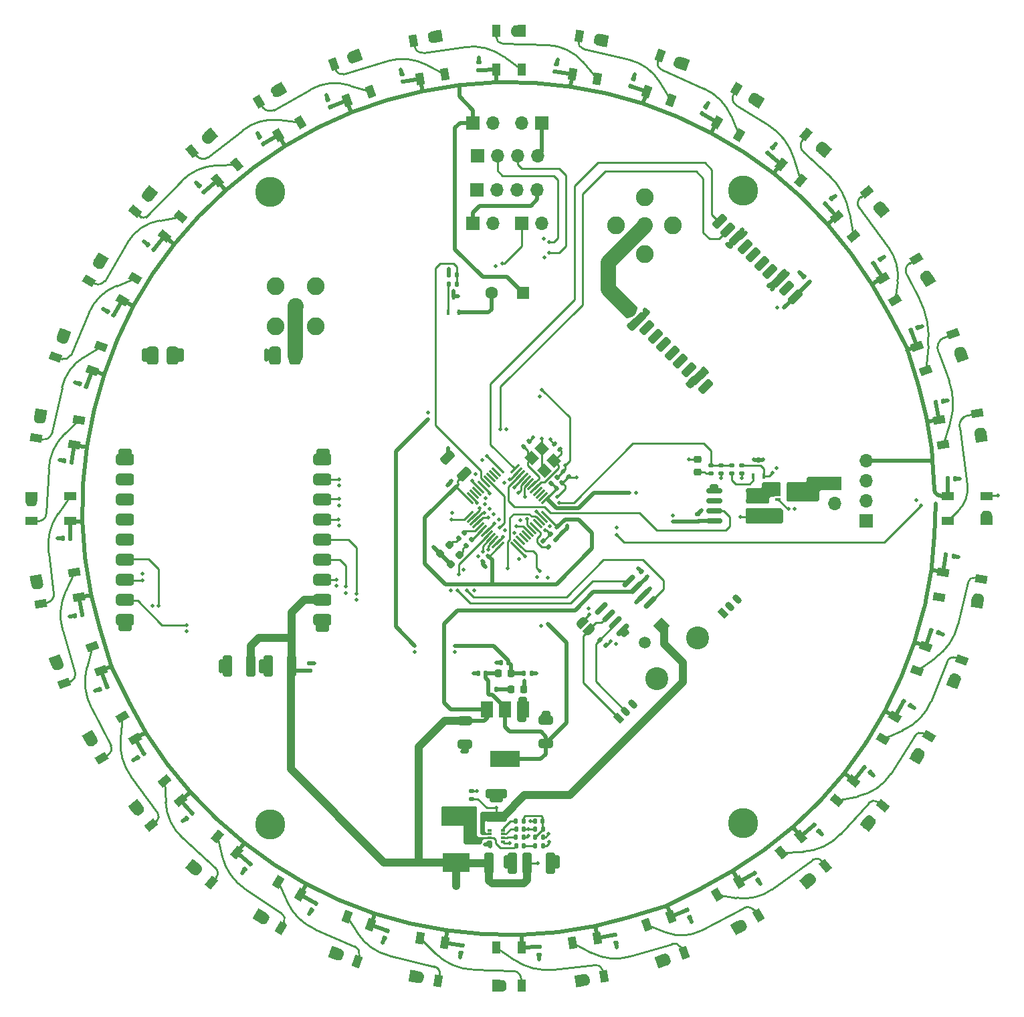
<source format=gtl>
G04 #@! TF.GenerationSoftware,KiCad,Pcbnew,(6.0.6)*
G04 #@! TF.CreationDate,2023-02-05T11:55:43-05:00*
G04 #@! TF.ProjectId,NoseConeBoardV1,4e6f7365-436f-46e6-9542-6f6172645631,rev?*
G04 #@! TF.SameCoordinates,Original*
G04 #@! TF.FileFunction,Copper,L1,Top*
G04 #@! TF.FilePolarity,Positive*
%FSLAX46Y46*%
G04 Gerber Fmt 4.6, Leading zero omitted, Abs format (unit mm)*
G04 Created by KiCad (PCBNEW (6.0.6)) date 2023-02-05 11:55:43*
%MOMM*%
%LPD*%
G01*
G04 APERTURE LIST*
G04 Aperture macros list*
%AMRoundRect*
0 Rectangle with rounded corners*
0 $1 Rounding radius*
0 $2 $3 $4 $5 $6 $7 $8 $9 X,Y pos of 4 corners*
0 Add a 4 corners polygon primitive as box body*
4,1,4,$2,$3,$4,$5,$6,$7,$8,$9,$2,$3,0*
0 Add four circle primitives for the rounded corners*
1,1,$1+$1,$2,$3*
1,1,$1+$1,$4,$5*
1,1,$1+$1,$6,$7*
1,1,$1+$1,$8,$9*
0 Add four rect primitives between the rounded corners*
20,1,$1+$1,$2,$3,$4,$5,0*
20,1,$1+$1,$4,$5,$6,$7,0*
20,1,$1+$1,$6,$7,$8,$9,0*
20,1,$1+$1,$8,$9,$2,$3,0*%
%AMHorizOval*
0 Thick line with rounded ends*
0 $1 width*
0 $2 $3 position (X,Y) of the first rounded end (center of the circle)*
0 $4 $5 position (X,Y) of the second rounded end (center of the circle)*
0 Add line between two ends*
20,1,$1,$2,$3,$4,$5,0*
0 Add two circle primitives to create the rounded ends*
1,1,$1,$2,$3*
1,1,$1,$4,$5*%
%AMRotRect*
0 Rectangle, with rotation*
0 The origin of the aperture is its center*
0 $1 length*
0 $2 width*
0 $3 Rotation angle, in degrees counterclockwise*
0 Add horizontal line*
21,1,$1,$2,0,0,$3*%
%AMFreePoly0*
4,1,17,1.395000,0.765000,0.855000,0.765000,0.855000,0.535000,1.395000,0.535000,1.395000,0.115000,0.855000,0.115000,0.855000,-0.115000,1.395000,-0.115000,1.395000,-0.535000,0.855000,-0.535000,0.855000,-0.765000,1.395000,-0.765000,1.395000,-1.185000,-0.855000,-1.185000,-0.855000,1.185000,1.395000,1.185000,1.395000,0.765000,1.395000,0.765000,$1*%
%AMFreePoly1*
4,1,22,0.499999,-0.750000,0.000000,-0.750000,0.000000,-0.745033,-0.079941,-0.743568,-0.215256,-0.701293,-0.333266,-0.622738,-0.424486,-0.514219,-0.481581,-0.384460,-0.499164,-0.250000,-0.500000,-0.250000,-0.500000,0.250000,-0.499164,0.250000,-0.499963,0.256109,-0.478152,0.396186,-0.417904,0.524511,-0.324060,0.630769,-0.204165,0.706417,-0.067858,0.745374,0.000000,0.744960,0.000000,0.750000,
0.499999,0.750000,0.499999,-0.750000,0.499999,-0.750000,$1*%
%AMFreePoly2*
4,1,20,0.000000,0.744960,0.073905,0.744508,0.209726,0.703889,0.328688,0.626782,0.421226,0.519385,0.479903,0.390333,0.500000,0.250000,0.500000,-0.250000,0.499851,-0.262216,0.476331,-0.402017,0.414519,-0.529596,0.319384,-0.634700,0.198574,-0.708877,0.061801,-0.746166,0.000000,-0.745033,0.000000,-0.750000,-0.499999,-0.750000,-0.499999,0.750000,0.000000,0.750000,0.000000,0.744960,
0.000000,0.744960,$1*%
G04 Aperture macros list end*
G04 #@! TA.AperFunction,SMDPad,CuDef*
%ADD10RoundRect,0.140000X0.111865X-0.189700X0.207631X0.073414X-0.111865X0.189700X-0.207631X-0.073414X0*%
G04 #@! TD*
G04 #@! TA.AperFunction,ComponentPad*
%ADD11R,1.700000X1.700000*%
G04 #@! TD*
G04 #@! TA.AperFunction,ComponentPad*
%ADD12O,1.700000X1.700000*%
G04 #@! TD*
G04 #@! TA.AperFunction,SMDPad,CuDef*
%ADD13RoundRect,0.140000X-0.170000X0.140000X-0.170000X-0.140000X0.170000X-0.140000X0.170000X0.140000X0*%
G04 #@! TD*
G04 #@! TA.AperFunction,SMDPad,CuDef*
%ADD14RotRect,1.500000X1.000000X100.000000*%
G04 #@! TD*
G04 #@! TA.AperFunction,SMDPad,CuDef*
%ADD15R,1.000000X1.500000*%
G04 #@! TD*
G04 #@! TA.AperFunction,SMDPad,CuDef*
%ADD16R,0.450000X0.700000*%
G04 #@! TD*
G04 #@! TA.AperFunction,SMDPad,CuDef*
%ADD17RoundRect,0.150000X0.825000X0.150000X-0.825000X0.150000X-0.825000X-0.150000X0.825000X-0.150000X0*%
G04 #@! TD*
G04 #@! TA.AperFunction,SMDPad,CuDef*
%ADD18RoundRect,0.140000X0.219203X0.021213X0.021213X0.219203X-0.219203X-0.021213X-0.021213X-0.219203X0*%
G04 #@! TD*
G04 #@! TA.AperFunction,SMDPad,CuDef*
%ADD19RoundRect,0.140000X0.140000X0.170000X-0.140000X0.170000X-0.140000X-0.170000X0.140000X-0.170000X0*%
G04 #@! TD*
G04 #@! TA.AperFunction,SMDPad,CuDef*
%ADD20RoundRect,0.140000X0.077224X-0.206244X0.217224X0.036244X-0.077224X0.206244X-0.217224X-0.036244X0*%
G04 #@! TD*
G04 #@! TA.AperFunction,SMDPad,CuDef*
%ADD21RoundRect,0.140000X0.143107X-0.167393X0.191728X0.108353X-0.143107X0.167393X-0.191728X-0.108353X0*%
G04 #@! TD*
G04 #@! TA.AperFunction,SMDPad,CuDef*
%ADD22RoundRect,0.250000X-0.325000X-1.100000X0.325000X-1.100000X0.325000X1.100000X-0.325000X1.100000X0*%
G04 #@! TD*
G04 #@! TA.AperFunction,SMDPad,CuDef*
%ADD23RotRect,1.500000X1.000000X350.000000*%
G04 #@! TD*
G04 #@! TA.AperFunction,SMDPad,CuDef*
%ADD24RoundRect,0.135000X0.135000X0.185000X-0.135000X0.185000X-0.135000X-0.185000X0.135000X-0.185000X0*%
G04 #@! TD*
G04 #@! TA.AperFunction,SMDPad,CuDef*
%ADD25RoundRect,0.140000X-0.216520X-0.040237X-0.002028X-0.220218X0.216520X0.040237X0.002028X0.220218X0*%
G04 #@! TD*
G04 #@! TA.AperFunction,SMDPad,CuDef*
%ADD26RoundRect,0.140000X-0.219203X-0.021213X-0.021213X-0.219203X0.219203X0.021213X0.021213X0.219203X0*%
G04 #@! TD*
G04 #@! TA.AperFunction,SMDPad,CuDef*
%ADD27RoundRect,0.250000X-0.689429X-0.229810X-0.229810X-0.689429X0.689429X0.229810X0.229810X0.689429X0*%
G04 #@! TD*
G04 #@! TA.AperFunction,SMDPad,CuDef*
%ADD28RoundRect,0.250000X-0.650000X0.325000X-0.650000X-0.325000X0.650000X-0.325000X0.650000X0.325000X0*%
G04 #@! TD*
G04 #@! TA.AperFunction,SMDPad,CuDef*
%ADD29RoundRect,0.218750X0.218750X0.256250X-0.218750X0.256250X-0.218750X-0.256250X0.218750X-0.256250X0*%
G04 #@! TD*
G04 #@! TA.AperFunction,SMDPad,CuDef*
%ADD30RoundRect,0.218750X0.026517X-0.335876X0.335876X-0.026517X-0.026517X0.335876X-0.335876X0.026517X0*%
G04 #@! TD*
G04 #@! TA.AperFunction,ComponentPad*
%ADD31C,3.800000*%
G04 #@! TD*
G04 #@! TA.AperFunction,SMDPad,CuDef*
%ADD32RoundRect,0.140000X0.216520X0.040237X0.002028X0.220218X-0.216520X-0.040237X-0.002028X-0.220218X0*%
G04 #@! TD*
G04 #@! TA.AperFunction,SMDPad,CuDef*
%ADD33RoundRect,0.140000X0.036244X0.217224X-0.206244X0.077224X-0.036244X-0.217224X0.206244X-0.077224X0*%
G04 #@! TD*
G04 #@! TA.AperFunction,SMDPad,CuDef*
%ADD34RoundRect,0.135000X-0.226274X-0.035355X-0.035355X-0.226274X0.226274X0.035355X0.035355X0.226274X0*%
G04 #@! TD*
G04 #@! TA.AperFunction,SMDPad,CuDef*
%ADD35R,1.500000X1.000000*%
G04 #@! TD*
G04 #@! TA.AperFunction,SMDPad,CuDef*
%ADD36RoundRect,0.140000X-0.077224X0.206244X-0.217224X-0.036244X0.077224X-0.206244X0.217224X0.036244X0*%
G04 #@! TD*
G04 #@! TA.AperFunction,SMDPad,CuDef*
%ADD37RotRect,1.500000X1.000000X150.000000*%
G04 #@! TD*
G04 #@! TA.AperFunction,SMDPad,CuDef*
%ADD38RoundRect,0.135000X-0.035355X0.226274X-0.226274X0.035355X0.035355X-0.226274X0.226274X-0.035355X0*%
G04 #@! TD*
G04 #@! TA.AperFunction,SMDPad,CuDef*
%ADD39R,3.500000X2.450000*%
G04 #@! TD*
G04 #@! TA.AperFunction,SMDPad,CuDef*
%ADD40RotRect,1.500000X1.000000X140.000000*%
G04 #@! TD*
G04 #@! TA.AperFunction,SMDPad,CuDef*
%ADD41RotRect,1.500000X1.000000X20.000000*%
G04 #@! TD*
G04 #@! TA.AperFunction,SMDPad,CuDef*
%ADD42RoundRect,0.140000X-0.140000X-0.170000X0.140000X-0.170000X0.140000X0.170000X-0.140000X0.170000X0*%
G04 #@! TD*
G04 #@! TA.AperFunction,SMDPad,CuDef*
%ADD43RoundRect,0.140000X-0.217224X0.036244X-0.077224X-0.206244X0.217224X-0.036244X0.077224X0.206244X0*%
G04 #@! TD*
G04 #@! TA.AperFunction,SMDPad,CuDef*
%ADD44RoundRect,0.140000X-0.021213X0.219203X-0.219203X0.021213X0.021213X-0.219203X0.219203X-0.021213X0*%
G04 #@! TD*
G04 #@! TA.AperFunction,SMDPad,CuDef*
%ADD45RoundRect,0.140000X-0.189700X-0.111865X0.073414X-0.207631X0.189700X0.111865X-0.073414X0.207631X0*%
G04 #@! TD*
G04 #@! TA.AperFunction,SMDPad,CuDef*
%ADD46RotRect,1.500000X1.000000X200.000000*%
G04 #@! TD*
G04 #@! TA.AperFunction,SMDPad,CuDef*
%ADD47RoundRect,0.140000X-0.036244X-0.217224X0.206244X-0.077224X0.036244X0.217224X-0.206244X0.077224X0*%
G04 #@! TD*
G04 #@! TA.AperFunction,SMDPad,CuDef*
%ADD48RotRect,1.500000X1.000000X250.000000*%
G04 #@! TD*
G04 #@! TA.AperFunction,SMDPad,CuDef*
%ADD49RotRect,1.400000X1.200000X315.000000*%
G04 #@! TD*
G04 #@! TA.AperFunction,SMDPad,CuDef*
%ADD50RoundRect,0.140000X0.207631X-0.073414X0.111865X0.189700X-0.207631X0.073414X-0.111865X-0.189700X0*%
G04 #@! TD*
G04 #@! TA.AperFunction,SMDPad,CuDef*
%ADD51RoundRect,0.150000X0.353553X0.848528X-0.848528X-0.353553X-0.353553X-0.848528X0.848528X0.353553X0*%
G04 #@! TD*
G04 #@! TA.AperFunction,SMDPad,CuDef*
%ADD52RotRect,1.500000X1.000000X330.000000*%
G04 #@! TD*
G04 #@! TA.AperFunction,SMDPad,CuDef*
%ADD53RoundRect,0.140000X-0.206244X-0.077224X0.036244X-0.217224X0.206244X0.077224X-0.036244X0.217224X0*%
G04 #@! TD*
G04 #@! TA.AperFunction,SMDPad,CuDef*
%ADD54RoundRect,0.150000X0.477297X0.689429X-0.689429X-0.477297X-0.477297X-0.689429X0.689429X0.477297X0*%
G04 #@! TD*
G04 #@! TA.AperFunction,SMDPad,CuDef*
%ADD55RoundRect,0.250000X0.325000X1.100000X-0.325000X1.100000X-0.325000X-1.100000X0.325000X-1.100000X0*%
G04 #@! TD*
G04 #@! TA.AperFunction,SMDPad,CuDef*
%ADD56RoundRect,0.140000X0.170000X-0.140000X0.170000X0.140000X-0.170000X0.140000X-0.170000X-0.140000X0*%
G04 #@! TD*
G04 #@! TA.AperFunction,SMDPad,CuDef*
%ADD57RotRect,1.500000X1.000000X130.000000*%
G04 #@! TD*
G04 #@! TA.AperFunction,SMDPad,CuDef*
%ADD58RoundRect,0.135000X-0.135000X-0.185000X0.135000X-0.185000X0.135000X0.185000X-0.135000X0.185000X0*%
G04 #@! TD*
G04 #@! TA.AperFunction,SMDPad,CuDef*
%ADD59RotRect,1.500000X1.000000X190.000000*%
G04 #@! TD*
G04 #@! TA.AperFunction,SMDPad,CuDef*
%ADD60RoundRect,0.140000X-0.191728X0.108353X-0.143107X-0.167393X0.191728X-0.108353X0.143107X0.167393X0*%
G04 #@! TD*
G04 #@! TA.AperFunction,SMDPad,CuDef*
%ADD61RotRect,1.500000X1.000000X60.000000*%
G04 #@! TD*
G04 #@! TA.AperFunction,SMDPad,CuDef*
%ADD62RotRect,1.500000X1.000000X320.000000*%
G04 #@! TD*
G04 #@! TA.AperFunction,SMDPad,CuDef*
%ADD63RotRect,1.500000X1.000000X260.000000*%
G04 #@! TD*
G04 #@! TA.AperFunction,SMDPad,CuDef*
%ADD64RoundRect,0.140000X0.217224X-0.036244X0.077224X0.206244X-0.217224X0.036244X-0.077224X-0.206244X0*%
G04 #@! TD*
G04 #@! TA.AperFunction,SMDPad,CuDef*
%ADD65RotRect,1.500000X1.000000X10.000000*%
G04 #@! TD*
G04 #@! TA.AperFunction,SMDPad,CuDef*
%ADD66RoundRect,0.135000X-0.185000X0.135000X-0.185000X-0.135000X0.185000X-0.135000X0.185000X0.135000X0*%
G04 #@! TD*
G04 #@! TA.AperFunction,SMDPad,CuDef*
%ADD67RoundRect,0.140000X-0.002028X0.220218X-0.216520X0.040237X0.002028X-0.220218X0.216520X-0.040237X0*%
G04 #@! TD*
G04 #@! TA.AperFunction,ComponentPad*
%ADD68RoundRect,0.200000X0.176777X-0.459619X0.459619X-0.176777X-0.176777X0.459619X-0.459619X0.176777X0*%
G04 #@! TD*
G04 #@! TA.AperFunction,ComponentPad*
%ADD69HorizOval,0.800000X-0.176777X0.176777X0.176777X-0.176777X0*%
G04 #@! TD*
G04 #@! TA.AperFunction,SMDPad,CuDef*
%ADD70R,1.500000X2.000000*%
G04 #@! TD*
G04 #@! TA.AperFunction,SMDPad,CuDef*
%ADD71R,3.800000X2.000000*%
G04 #@! TD*
G04 #@! TA.AperFunction,SMDPad,CuDef*
%ADD72RoundRect,0.140000X-0.073414X-0.207631X0.189700X-0.111865X0.073414X0.207631X-0.189700X0.111865X0*%
G04 #@! TD*
G04 #@! TA.AperFunction,SMDPad,CuDef*
%ADD73RotRect,1.500000X1.000000X230.000000*%
G04 #@! TD*
G04 #@! TA.AperFunction,SMDPad,CuDef*
%ADD74RoundRect,0.218750X-0.256250X0.218750X-0.256250X-0.218750X0.256250X-0.218750X0.256250X0.218750X0*%
G04 #@! TD*
G04 #@! TA.AperFunction,SMDPad,CuDef*
%ADD75R,0.475000X0.300000*%
G04 #@! TD*
G04 #@! TA.AperFunction,SMDPad,CuDef*
%ADD76RoundRect,0.140000X0.189700X0.111865X-0.073414X0.207631X-0.189700X-0.111865X0.073414X-0.207631X0*%
G04 #@! TD*
G04 #@! TA.AperFunction,SMDPad,CuDef*
%ADD77RotRect,1.500000X1.000000X50.000000*%
G04 #@! TD*
G04 #@! TA.AperFunction,SMDPad,CuDef*
%ADD78RoundRect,0.135000X0.226274X0.035355X0.035355X0.226274X-0.226274X-0.035355X-0.035355X-0.226274X0*%
G04 #@! TD*
G04 #@! TA.AperFunction,SMDPad,CuDef*
%ADD79RoundRect,0.140000X-0.040237X0.216520X-0.220218X0.002028X0.040237X-0.216520X0.220218X-0.002028X0*%
G04 #@! TD*
G04 #@! TA.AperFunction,SMDPad,CuDef*
%ADD80RotRect,1.500000X1.000000X290.000000*%
G04 #@! TD*
G04 #@! TA.AperFunction,SMDPad,CuDef*
%ADD81RotRect,1.500000X1.000000X210.000000*%
G04 #@! TD*
G04 #@! TA.AperFunction,ComponentPad*
%ADD82C,2.050000*%
G04 #@! TD*
G04 #@! TA.AperFunction,ComponentPad*
%ADD83C,2.250000*%
G04 #@! TD*
G04 #@! TA.AperFunction,SMDPad,CuDef*
%ADD84RoundRect,0.140000X0.073414X0.207631X-0.189700X0.111865X-0.073414X-0.207631X0.189700X-0.111865X0*%
G04 #@! TD*
G04 #@! TA.AperFunction,SMDPad,CuDef*
%ADD85RoundRect,0.140000X0.220218X0.002028X0.040237X0.216520X-0.220218X-0.002028X-0.040237X-0.216520X0*%
G04 #@! TD*
G04 #@! TA.AperFunction,SMDPad,CuDef*
%ADD86RotRect,1.500000X1.000000X340.000000*%
G04 #@! TD*
G04 #@! TA.AperFunction,SMDPad,CuDef*
%ADD87RoundRect,0.140000X0.021213X-0.219203X0.219203X-0.021213X-0.021213X0.219203X-0.219203X0.021213X0*%
G04 #@! TD*
G04 #@! TA.AperFunction,SMDPad,CuDef*
%ADD88RoundRect,0.140000X-0.143107X0.167393X-0.191728X-0.108353X0.143107X-0.167393X0.191728X0.108353X0*%
G04 #@! TD*
G04 #@! TA.AperFunction,SMDPad,CuDef*
%ADD89RotRect,1.500000X1.000000X40.000000*%
G04 #@! TD*
G04 #@! TA.AperFunction,SMDPad,CuDef*
%ADD90RoundRect,0.140000X-0.167393X-0.143107X0.108353X-0.191728X0.167393X0.143107X-0.108353X0.191728X0*%
G04 #@! TD*
G04 #@! TA.AperFunction,SMDPad,CuDef*
%ADD91RoundRect,0.075000X0.415425X0.521491X-0.521491X-0.415425X-0.415425X-0.521491X0.521491X0.415425X0*%
G04 #@! TD*
G04 #@! TA.AperFunction,SMDPad,CuDef*
%ADD92RoundRect,0.075000X-0.415425X0.521491X-0.521491X0.415425X0.415425X-0.521491X0.521491X-0.415425X0*%
G04 #@! TD*
G04 #@! TA.AperFunction,SMDPad,CuDef*
%ADD93RoundRect,0.140000X0.002028X-0.220218X0.216520X-0.040237X-0.002028X0.220218X-0.216520X0.040237X0*%
G04 #@! TD*
G04 #@! TA.AperFunction,SMDPad,CuDef*
%ADD94RoundRect,0.140000X-0.220218X-0.002028X-0.040237X-0.216520X0.220218X0.002028X0.040237X0.216520X0*%
G04 #@! TD*
G04 #@! TA.AperFunction,SMDPad,CuDef*
%ADD95RoundRect,0.135000X0.035355X-0.226274X0.226274X-0.035355X-0.035355X0.226274X-0.226274X0.035355X0*%
G04 #@! TD*
G04 #@! TA.AperFunction,SMDPad,CuDef*
%ADD96RotRect,1.500000X1.000000X30.000000*%
G04 #@! TD*
G04 #@! TA.AperFunction,SMDPad,CuDef*
%ADD97RotRect,1.500000X1.000000X240.000000*%
G04 #@! TD*
G04 #@! TA.AperFunction,SMDPad,CuDef*
%ADD98RotRect,1.500000X1.000000X280.000000*%
G04 #@! TD*
G04 #@! TA.AperFunction,SMDPad,CuDef*
%ADD99RotRect,1.500000X1.000000X70.000000*%
G04 #@! TD*
G04 #@! TA.AperFunction,SMDPad,CuDef*
%ADD100R,0.700000X0.420000*%
G04 #@! TD*
G04 #@! TA.AperFunction,SMDPad,CuDef*
%ADD101FreePoly0,0.000000*%
G04 #@! TD*
G04 #@! TA.AperFunction,ComponentPad*
%ADD102R,1.600000X1.600000*%
G04 #@! TD*
G04 #@! TA.AperFunction,ComponentPad*
%ADD103C,1.600000*%
G04 #@! TD*
G04 #@! TA.AperFunction,SMDPad,CuDef*
%ADD104RoundRect,0.135000X0.185000X-0.135000X0.185000X0.135000X-0.185000X0.135000X-0.185000X-0.135000X0*%
G04 #@! TD*
G04 #@! TA.AperFunction,SMDPad,CuDef*
%ADD105RoundRect,0.140000X0.040237X-0.216520X0.220218X-0.002028X-0.040237X0.216520X-0.220218X0.002028X0*%
G04 #@! TD*
G04 #@! TA.AperFunction,SMDPad,CuDef*
%ADD106RoundRect,0.140000X-0.207631X0.073414X-0.111865X-0.189700X0.207631X-0.073414X0.111865X0.189700X0*%
G04 #@! TD*
G04 #@! TA.AperFunction,SMDPad,CuDef*
%ADD107FreePoly1,135.000000*%
G04 #@! TD*
G04 #@! TA.AperFunction,SMDPad,CuDef*
%ADD108FreePoly2,135.000000*%
G04 #@! TD*
G04 #@! TA.AperFunction,SMDPad,CuDef*
%ADD109RotRect,1.500000X1.000000X80.000000*%
G04 #@! TD*
G04 #@! TA.AperFunction,SMDPad,CuDef*
%ADD110RoundRect,0.140000X0.191728X-0.108353X0.143107X0.167393X-0.191728X0.108353X-0.143107X-0.167393X0*%
G04 #@! TD*
G04 #@! TA.AperFunction,SMDPad,CuDef*
%ADD111RotRect,1.500000X1.000000X300.000000*%
G04 #@! TD*
G04 #@! TA.AperFunction,SMDPad,CuDef*
%ADD112RotRect,1.500000X1.000000X310.000000*%
G04 #@! TD*
G04 #@! TA.AperFunction,SMDPad,CuDef*
%ADD113RoundRect,0.140000X0.108353X0.191728X-0.167393X0.143107X-0.108353X-0.191728X0.167393X-0.143107X0*%
G04 #@! TD*
G04 #@! TA.AperFunction,SMDPad,CuDef*
%ADD114RotRect,1.500000X1.000000X120.000000*%
G04 #@! TD*
G04 #@! TA.AperFunction,SMDPad,CuDef*
%ADD115RoundRect,0.381000X-0.762000X-0.381000X0.762000X-0.381000X0.762000X0.381000X-0.762000X0.381000X0*%
G04 #@! TD*
G04 #@! TA.AperFunction,SMDPad,CuDef*
%ADD116RoundRect,0.381000X-0.381000X0.762000X-0.381000X-0.762000X0.381000X-0.762000X0.381000X0.762000X0*%
G04 #@! TD*
G04 #@! TA.AperFunction,SMDPad,CuDef*
%ADD117RoundRect,0.381000X0.381000X-0.762000X0.381000X0.762000X-0.381000X0.762000X-0.381000X-0.762000X0*%
G04 #@! TD*
G04 #@! TA.AperFunction,SMDPad,CuDef*
%ADD118RoundRect,0.140000X-0.108353X-0.191728X0.167393X-0.143107X0.108353X0.191728X-0.167393X0.143107X0*%
G04 #@! TD*
G04 #@! TA.AperFunction,SMDPad,CuDef*
%ADD119RoundRect,0.140000X0.206244X0.077224X-0.036244X0.217224X-0.206244X-0.077224X0.036244X-0.217224X0*%
G04 #@! TD*
G04 #@! TA.AperFunction,ComponentPad*
%ADD120RotRect,1.520000X1.520000X45.000000*%
G04 #@! TD*
G04 #@! TA.AperFunction,ComponentPad*
%ADD121C,1.520000*%
G04 #@! TD*
G04 #@! TA.AperFunction,ComponentPad*
%ADD122C,2.910000*%
G04 #@! TD*
G04 #@! TA.AperFunction,SMDPad,CuDef*
%ADD123RotRect,1.500000X1.000000X220.000000*%
G04 #@! TD*
G04 #@! TA.AperFunction,SMDPad,CuDef*
%ADD124RotRect,1.500000X1.000000X160.000000*%
G04 #@! TD*
G04 #@! TA.AperFunction,SMDPad,CuDef*
%ADD125RotRect,1.500000X1.000000X110.000000*%
G04 #@! TD*
G04 #@! TA.AperFunction,SMDPad,CuDef*
%ADD126RotRect,1.500000X1.000000X170.000000*%
G04 #@! TD*
G04 #@! TA.AperFunction,SMDPad,CuDef*
%ADD127RoundRect,0.250000X-1.100000X0.325000X-1.100000X-0.325000X1.100000X-0.325000X1.100000X0.325000X0*%
G04 #@! TD*
G04 #@! TA.AperFunction,SMDPad,CuDef*
%ADD128RoundRect,0.140000X0.167393X0.143107X-0.108353X0.191728X-0.167393X-0.143107X0.108353X-0.191728X0*%
G04 #@! TD*
G04 #@! TA.AperFunction,SMDPad,CuDef*
%ADD129RoundRect,0.140000X-0.111865X0.189700X-0.207631X-0.073414X0.111865X-0.189700X0.207631X0.073414X0*%
G04 #@! TD*
G04 #@! TA.AperFunction,ViaPad*
%ADD130C,0.500000*%
G04 #@! TD*
G04 #@! TA.AperFunction,Conductor*
%ADD131C,0.500000*%
G04 #@! TD*
G04 #@! TA.AperFunction,Conductor*
%ADD132C,0.250000*%
G04 #@! TD*
G04 #@! TA.AperFunction,Conductor*
%ADD133C,1.000000*%
G04 #@! TD*
G04 #@! TA.AperFunction,Conductor*
%ADD134C,0.293970*%
G04 #@! TD*
G04 #@! TA.AperFunction,Conductor*
%ADD135C,1.974000*%
G04 #@! TD*
G04 APERTURE END LIST*
D10*
X194462898Y-204492645D03*
X194791238Y-203590541D03*
D11*
X211820001Y-114000000D03*
D12*
X214360001Y-114000000D03*
D13*
X205500000Y-185919999D03*
X205500000Y-186879999D03*
D14*
X198987515Y-95690896D03*
X202138899Y-95135222D03*
X201288023Y-90309664D03*
X198136639Y-90865338D03*
D15*
X208609364Y-94569130D03*
X211809364Y-94569130D03*
X211809364Y-89669130D03*
X208609364Y-89669130D03*
D16*
X241150000Y-145999999D03*
X242450000Y-145999999D03*
X241800000Y-143999999D03*
D17*
X241175000Y-151705000D03*
X241175000Y-150435000D03*
X241175000Y-149165000D03*
X241175000Y-147895000D03*
X236225000Y-147895000D03*
X236225000Y-149165000D03*
X236225000Y-150435000D03*
X236225000Y-151705000D03*
D16*
X202550000Y-125300000D03*
X203850000Y-125300000D03*
X203200000Y-123300000D03*
D18*
X227658090Y-158828801D03*
X226979268Y-158149979D03*
D11*
X205670001Y-114000000D03*
D12*
X208210001Y-114000000D03*
D19*
X213067500Y-170999999D03*
X212107500Y-170999999D03*
D20*
X185260261Y-200932245D03*
X185740261Y-200100861D03*
D21*
X204143985Y-206400935D03*
X204310687Y-205455519D03*
D11*
X206200000Y-109775000D03*
D12*
X208740000Y-109775000D03*
X211280000Y-109775000D03*
X213820000Y-109775000D03*
D22*
X212525001Y-194999999D03*
X215475001Y-194999999D03*
D23*
X265193271Y-158189595D03*
X264637597Y-161340979D03*
X269463155Y-162191855D03*
X270018829Y-159040471D03*
D24*
X203610000Y-120500000D03*
X202590000Y-120500000D03*
D25*
X164500581Y-116725455D03*
X165235983Y-117342531D03*
D26*
X217060589Y-145460589D03*
X217739411Y-146139411D03*
D27*
X202435525Y-143678508D03*
X204521491Y-145764474D03*
D28*
X214900000Y-176924999D03*
X214900000Y-179874999D03*
D29*
X210487500Y-170999999D03*
X208912500Y-170999999D03*
D18*
X248239411Y-121439411D03*
X247560589Y-120760589D03*
D30*
X202843153Y-157156847D03*
X203956847Y-156043153D03*
D31*
X180000000Y-190100000D03*
D32*
X255918147Y-183512805D03*
X255182745Y-182895729D03*
D33*
X257222479Y-118588233D03*
X256391095Y-119068233D03*
D19*
X266689364Y-146319130D03*
X265729364Y-146319130D03*
D34*
X215439376Y-153339376D03*
X216160624Y-154060624D03*
D35*
X154659364Y-151719130D03*
X154659364Y-148519130D03*
X149759364Y-148519130D03*
X149759364Y-151719130D03*
D36*
X235158467Y-99306015D03*
X234678467Y-100137399D03*
D37*
X161301653Y-123729771D03*
X162901653Y-120958489D03*
X158658129Y-118508489D03*
X157058129Y-121279771D03*
D38*
X205500000Y-154100000D03*
X204778752Y-154821248D03*
D28*
X204600000Y-177024999D03*
X204600000Y-179974999D03*
D39*
X203500000Y-189074999D03*
X203500000Y-194924999D03*
D40*
X166627135Y-115637949D03*
X168684055Y-113186607D03*
X164930437Y-110036947D03*
X162873517Y-112488289D03*
D41*
X261862057Y-129616403D03*
X262956521Y-132623420D03*
X267561015Y-130947521D03*
X266466551Y-127940504D03*
D42*
X209220000Y-169599999D03*
X210180000Y-169599999D03*
D22*
X207700001Y-194999999D03*
X210650001Y-194999999D03*
D43*
X178678467Y-103106015D03*
X179158467Y-103937399D03*
D44*
X212800000Y-141600000D03*
X212121178Y-142278822D03*
D45*
X155835849Y-134372664D03*
X156737953Y-134701004D03*
D46*
X158556671Y-170621857D03*
X157462207Y-167614840D03*
X152857713Y-169290739D03*
X153952177Y-172297756D03*
D47*
X163196249Y-181650027D03*
X164027633Y-181170027D03*
D48*
X192713654Y-202866287D03*
X189706637Y-201771823D03*
X188030738Y-206376317D03*
X191037755Y-207470781D03*
D49*
X213144365Y-143744365D03*
X214700000Y-145300000D03*
X215902081Y-144097919D03*
X214346446Y-142542284D03*
D42*
X153729364Y-153919130D03*
X154689364Y-153919130D03*
D18*
X217039411Y-153139411D03*
X216360589Y-152460589D03*
D50*
X233097494Y-201893292D03*
X232769154Y-200991188D03*
D35*
X265759364Y-148519130D03*
X265759364Y-151719130D03*
X270659364Y-151719130D03*
X270659364Y-148519130D03*
D42*
X206307500Y-170999999D03*
X207267500Y-170999999D03*
D51*
X246438664Y-123316117D03*
X245378004Y-122255457D03*
X244317344Y-121194797D03*
X243256683Y-120134136D03*
X242196023Y-119073476D03*
X241135363Y-118012816D03*
X240074703Y-116952156D03*
X239014043Y-115891496D03*
X237953383Y-114830836D03*
X236892722Y-113770175D03*
X225561336Y-125101562D03*
X226621996Y-126162222D03*
X227682657Y-127222882D03*
X228743317Y-128283542D03*
X229803977Y-129344202D03*
X230864637Y-130404862D03*
X231925297Y-131465523D03*
X232985957Y-132526183D03*
X234064295Y-133569165D03*
X235124956Y-134629825D03*
D52*
X259117075Y-176508489D03*
X257517075Y-179279771D03*
X261760599Y-181729771D03*
X263360599Y-178958489D03*
D53*
X159396249Y-125170027D03*
X160227633Y-125650027D03*
D31*
X239900000Y-109900000D03*
D54*
X228115807Y-161986339D03*
X227217781Y-161088314D03*
X226319755Y-160190288D03*
X225421730Y-159292262D03*
X221921551Y-162792441D03*
X222819577Y-163690466D03*
X223717603Y-164588492D03*
X224615628Y-165486518D03*
D55*
X182675000Y-170099999D03*
X179725000Y-170099999D03*
D56*
X214009364Y-206599130D03*
X214009364Y-205639130D03*
D42*
X213520000Y-189700001D03*
X214480000Y-189700001D03*
D57*
X173276842Y-108593821D03*
X175728184Y-106536901D03*
X172578524Y-102783283D03*
X170127182Y-104840203D03*
D58*
X213490000Y-190700001D03*
X214510000Y-190700001D03*
D59*
X155781130Y-161340979D03*
X155225456Y-158189595D03*
X150399898Y-159040471D03*
X150955572Y-162191855D03*
D60*
X196659446Y-95157051D03*
X196826148Y-96102467D03*
D61*
X236598723Y-101211419D03*
X239370005Y-102811419D03*
X241820005Y-98567895D03*
X239048723Y-96967895D03*
D62*
X253791593Y-184600311D03*
X251734673Y-187051653D03*
X255488291Y-190201313D03*
X257545211Y-187749971D03*
D11*
X255475000Y-151700000D03*
D12*
X255475000Y-149160000D03*
X255475000Y-146620000D03*
X255475000Y-144080000D03*
D13*
X184999999Y-169719998D03*
X184999999Y-170679998D03*
D11*
X206220001Y-105500000D03*
D12*
X208760001Y-105500000D03*
X211300001Y-105500000D03*
X213840001Y-105500000D03*
D58*
X211090000Y-191699999D03*
X212110000Y-191699999D03*
D63*
X202138899Y-205103037D03*
X198987515Y-204547363D03*
X198136639Y-209372921D03*
X201288023Y-209928595D03*
D26*
X202839097Y-146682080D03*
X203517919Y-147360902D03*
D64*
X241740261Y-197132245D03*
X241260261Y-196300861D03*
D65*
X264637598Y-138897281D03*
X265193272Y-142048665D03*
X270018830Y-141197789D03*
X269463156Y-138046405D03*
D66*
X238400000Y-144690000D03*
X238400000Y-145710000D03*
D67*
X251032961Y-110903517D03*
X250297559Y-111520593D03*
D13*
X234100000Y-150820000D03*
X234100000Y-151780000D03*
D68*
X224114035Y-176681802D03*
D69*
X224997918Y-175797919D03*
X225881802Y-174914035D03*
D70*
X212000000Y-175549999D03*
D71*
X209700000Y-181849999D03*
D70*
X209700000Y-175549999D03*
X207400000Y-175549999D03*
D72*
X158435202Y-173007260D03*
X159337306Y-172678920D03*
D11*
X251425000Y-146950000D03*
D12*
X251425000Y-149490000D03*
D73*
X175728183Y-193701359D03*
X173276841Y-191644439D03*
X170127181Y-195398057D03*
X172578523Y-197454977D03*
D74*
X234100000Y-143900001D03*
X234100000Y-145475001D03*
D55*
X177574999Y-170099999D03*
X174624999Y-170099999D03*
D75*
X207762000Y-190849999D03*
X207762000Y-191349999D03*
X207762000Y-191849999D03*
X207762000Y-192349999D03*
X209438000Y-192349999D03*
X209438000Y-191849999D03*
X209438000Y-191349999D03*
X209438000Y-190849999D03*
D76*
X264582879Y-165865596D03*
X263680775Y-165537256D03*
D77*
X244690545Y-106536901D03*
X247141887Y-108593821D03*
X250291547Y-104840203D03*
X247840205Y-102783283D03*
D78*
X215260624Y-154960624D03*
X214539376Y-154239376D03*
D30*
X201543153Y-155856847D03*
X202656847Y-154743153D03*
D79*
X243603039Y-104410347D03*
X242985963Y-105145749D03*
D34*
X221758055Y-166728766D03*
X222479303Y-167450014D03*
D80*
X230712091Y-201771823D03*
X227705074Y-202866287D03*
X229380973Y-207470781D03*
X232387990Y-206376317D03*
D81*
X162901653Y-179279771D03*
X161301653Y-176508489D03*
X157058129Y-178958489D03*
X158658129Y-181729771D03*
D58*
X211080000Y-189699999D03*
X212100000Y-189699999D03*
D66*
X237100000Y-144690000D03*
X237100000Y-145710000D03*
D82*
X183200000Y-124500000D03*
D83*
X180660000Y-127040000D03*
X185740000Y-127040000D03*
X180660000Y-121960000D03*
X185740000Y-121960000D03*
D84*
X261983526Y-127231000D03*
X261081422Y-127559340D03*
D85*
X249424977Y-190942727D03*
X248807901Y-190207325D03*
D86*
X262956521Y-167614840D03*
X261862057Y-170621857D03*
X266466551Y-172297756D03*
X267561015Y-169290739D03*
D82*
X227400000Y-114300000D03*
D83*
X223807898Y-114300000D03*
X227400000Y-110707898D03*
X227400000Y-117892102D03*
X230992102Y-114300000D03*
D87*
X206960589Y-156839411D03*
X207639411Y-156160589D03*
D88*
X216274743Y-93837325D03*
X216108041Y-94782741D03*
D19*
X212080000Y-190699999D03*
X211120000Y-190699999D03*
D24*
X214510000Y-192800000D03*
X213490000Y-192800000D03*
D89*
X251734673Y-113186608D03*
X253791593Y-115637950D03*
X257545211Y-112488290D03*
X255488291Y-110036948D03*
D90*
X153927559Y-144053751D03*
X154872975Y-144220453D03*
D91*
X214887876Y-149001212D03*
X214534322Y-148647658D03*
X214180769Y-148294105D03*
X213827215Y-147940551D03*
X213473662Y-147586998D03*
X213120109Y-147233445D03*
X212766555Y-146879891D03*
X212413002Y-146526338D03*
X212059449Y-146172785D03*
X211705895Y-145819231D03*
X211352342Y-145465678D03*
X210998788Y-145112124D03*
D92*
X209001212Y-145112124D03*
X208647658Y-145465678D03*
X208294105Y-145819231D03*
X207940551Y-146172785D03*
X207586998Y-146526338D03*
X207233445Y-146879891D03*
X206879891Y-147233445D03*
X206526338Y-147586998D03*
X206172785Y-147940551D03*
X205819231Y-148294105D03*
X205465678Y-148647658D03*
X205112124Y-149001212D03*
D91*
X205112124Y-150998788D03*
X205465678Y-151352342D03*
X205819231Y-151705895D03*
X206172785Y-152059449D03*
X206526338Y-152413002D03*
X206879891Y-152766555D03*
X207233445Y-153120109D03*
X207586998Y-153473662D03*
X207940551Y-153827215D03*
X208294105Y-154180769D03*
X208647658Y-154534322D03*
X209001212Y-154887876D03*
D92*
X210998788Y-154887876D03*
X211352342Y-154534322D03*
X211705895Y-154180769D03*
X212059449Y-153827215D03*
X212413002Y-153473662D03*
X212766555Y-153120109D03*
X213120109Y-152766555D03*
X213473662Y-152413002D03*
X213827215Y-152059449D03*
X214180769Y-151705895D03*
X214534322Y-151352342D03*
X214887876Y-150998788D03*
D24*
X203610000Y-121700000D03*
X202590000Y-121700000D03*
D93*
X169385767Y-189334743D03*
X170121169Y-188717667D03*
D94*
X170993751Y-109295533D03*
X171610827Y-110030935D03*
D95*
X215578787Y-146921213D03*
X216300035Y-146199965D03*
D96*
X257517075Y-120958489D03*
X259117075Y-123729771D03*
X263360599Y-121279771D03*
X261760599Y-118508489D03*
D97*
X183820005Y-199026841D03*
X181048723Y-197426841D03*
X178598723Y-201670365D03*
X181370005Y-203270365D03*
D11*
X214370001Y-101300000D03*
D12*
X211830001Y-101300000D03*
D98*
X221431213Y-204547364D03*
X218279829Y-205103038D03*
X219130705Y-209928596D03*
X222282089Y-209372922D03*
D42*
X211120000Y-192799999D03*
X212080000Y-192799999D03*
D58*
X207599999Y-172999999D03*
X208619999Y-172999999D03*
D68*
X237314035Y-163381802D03*
D69*
X238197918Y-162497919D03*
X239081802Y-161614035D03*
D99*
X227705074Y-97371973D03*
X230712091Y-98466437D03*
X232387990Y-93861943D03*
X229380973Y-92767479D03*
D100*
X244300000Y-147025000D03*
X244300000Y-147675000D03*
X244300000Y-148325000D03*
X244300000Y-148975000D03*
D101*
X246255000Y-148000000D03*
D102*
X212000000Y-122800000D03*
D103*
X208000000Y-122800000D03*
D104*
X239700000Y-145710000D03*
X239700000Y-144690000D03*
D105*
X176815689Y-195827913D03*
X177432765Y-195092511D03*
D29*
X212087500Y-172999999D03*
X210512500Y-172999999D03*
D106*
X187321234Y-98344968D03*
X187649574Y-99247072D03*
D44*
X216939411Y-146860589D03*
X216260589Y-147539411D03*
D31*
X180000000Y-110000000D03*
D107*
X220378298Y-165449009D03*
D108*
X219459060Y-164529771D03*
D109*
X218279829Y-95135223D03*
X221431213Y-95690897D03*
X222282089Y-90865339D03*
X219130705Y-90309665D03*
D110*
X223759282Y-205081209D03*
X223592580Y-204135793D03*
D111*
X239370005Y-197426841D03*
X236598723Y-199026841D03*
X239048723Y-203270365D03*
X241820005Y-201670365D03*
D11*
X205670001Y-101275000D03*
D12*
X208210001Y-101275000D03*
D112*
X247141886Y-191644439D03*
X244690544Y-193701359D03*
X247840204Y-197454977D03*
X250291546Y-195398057D03*
D113*
X265171443Y-136569212D03*
X264226027Y-136735914D03*
D114*
X181048723Y-102811419D03*
X183820005Y-101211419D03*
X181370005Y-96967895D03*
X178598723Y-98567895D03*
D15*
X211809364Y-205669130D03*
X208609364Y-205669130D03*
X208609364Y-210569130D03*
X211809364Y-210569130D03*
D115*
X161600000Y-143921500D03*
X161600000Y-146461500D03*
X161600000Y-149001500D03*
X161600000Y-151541500D03*
X161600000Y-154081500D03*
X161600000Y-156621500D03*
X161600000Y-159161500D03*
X161600000Y-161701500D03*
X161600000Y-164241500D03*
X186600000Y-164241500D03*
X186600000Y-161701500D03*
X186600000Y-159161500D03*
X186600000Y-156621500D03*
X186600000Y-154081500D03*
X186600000Y-151541500D03*
X186600000Y-149001500D03*
X186600000Y-146461500D03*
X186600000Y-143921500D03*
D116*
X183100000Y-130741500D03*
X180560000Y-130741500D03*
D117*
X167640000Y-130741500D03*
X165100000Y-130741500D03*
D58*
X213490000Y-191700000D03*
X214510000Y-191700000D03*
D31*
X239900000Y-190000000D03*
D118*
X155247285Y-163669048D03*
X156192701Y-163502346D03*
D119*
X261022479Y-175068233D03*
X260191095Y-174588233D03*
D120*
X229566465Y-164945145D03*
D121*
X227445145Y-167066465D03*
D122*
X234141446Y-166479567D03*
X228979566Y-171641446D03*
D13*
X206409364Y-93639130D03*
X206409364Y-94599130D03*
D123*
X168684055Y-187051652D03*
X166627135Y-184600310D03*
X162873517Y-187749970D03*
X164930437Y-190201312D03*
D124*
X157462207Y-132623420D03*
X158556671Y-129616403D03*
X153952177Y-127940504D03*
X152857713Y-130947521D03*
D125*
X189706637Y-98466437D03*
X192713654Y-97371973D03*
X191037755Y-92767479D03*
X188030738Y-93861943D03*
D126*
X155225457Y-142048665D03*
X155781131Y-138897281D03*
X150955573Y-138046405D03*
X150399899Y-141197789D03*
D127*
X208600000Y-186225000D03*
X208600000Y-189175000D03*
D26*
X215960589Y-141960589D03*
X216639411Y-142639411D03*
D38*
X204560624Y-153200000D03*
X203839376Y-153921248D03*
D128*
X266491169Y-156184509D03*
X265545753Y-156017807D03*
D66*
X235800000Y-144690000D03*
X235800000Y-145710000D03*
D129*
X225955830Y-95745615D03*
X225627490Y-96647719D03*
D130*
X203500000Y-196600000D03*
X215250000Y-191350000D03*
X203500000Y-197300000D03*
X213900000Y-195000000D03*
X203500000Y-197900000D03*
X212900000Y-189700000D03*
X150859369Y-159880271D03*
X214700000Y-118300000D03*
X261800000Y-149100000D03*
X161000000Y-165400000D03*
X207200000Y-192700000D03*
X210909364Y-89319130D03*
X164025633Y-116326926D03*
X239680730Y-202551376D03*
X245500000Y-120400000D03*
X208300000Y-150800000D03*
X215200000Y-176000000D03*
X149409364Y-149419130D03*
X179500000Y-131300000D03*
X223800000Y-167300000D03*
X179537390Y-201858205D03*
X204300000Y-180900000D03*
X207800000Y-150200000D03*
X225400000Y-127000000D03*
X161000000Y-142800000D03*
X216382405Y-93226744D03*
X213800000Y-158800000D03*
X187109182Y-97762358D03*
X178800000Y-170700000D03*
X245100000Y-120000000D03*
X221335786Y-91009870D03*
X249823505Y-191417675D03*
X266488538Y-171340731D03*
X196551784Y-94546470D03*
X209800000Y-194900000D03*
X209500000Y-153700000D03*
X209200000Y-187100000D03*
X220077808Y-210116995D03*
X216300000Y-148600000D03*
X188400000Y-159900000D03*
X202900000Y-160500000D03*
X262641610Y-120647764D03*
X218774500Y-146200000D03*
X180737998Y-97686884D03*
X243100000Y-122000000D03*
X205800000Y-160500000D03*
X211700000Y-151600000D03*
X176417160Y-196302861D03*
X270207229Y-140250686D03*
X153316978Y-143946089D03*
X150211499Y-159987574D03*
X163691331Y-188247524D03*
X257759415Y-118278233D03*
X266962695Y-130200264D03*
X198962189Y-209873888D03*
X163800000Y-158400000D03*
X179500000Y-130100000D03*
X213700000Y-171000000D03*
X237100000Y-146300000D03*
X186000000Y-165474500D03*
X202600000Y-119800000D03*
X244100000Y-145000000D03*
X152836639Y-170256170D03*
X194250846Y-205075255D03*
X211700000Y-174200000D03*
X184950261Y-201469181D03*
X214300000Y-165000000D03*
X170595223Y-108820585D03*
X235468467Y-98769079D03*
X238300000Y-117000000D03*
X178800000Y-170100000D03*
X158859313Y-124860027D03*
X150454606Y-138871955D03*
X208000000Y-187100000D03*
X212700000Y-190700000D03*
X188756754Y-207013027D03*
X269964122Y-161366305D03*
X150066024Y-149425959D03*
X202400000Y-147200000D03*
X164000000Y-131300000D03*
X233200000Y-134700000D03*
X168800000Y-130100000D03*
X153315467Y-128666520D03*
X231430965Y-93839956D03*
X205700000Y-171000000D03*
X189600000Y-160800000D03*
X208600000Y-187100000D03*
X171664108Y-103093677D03*
X262566136Y-127018948D03*
X164083813Y-110501412D03*
X172080970Y-103601097D03*
X187300000Y-142800000D03*
X168910819Y-189733271D03*
X256334915Y-189736848D03*
X168800000Y-130700000D03*
X242400000Y-143900000D03*
X265782024Y-136461550D03*
X216400000Y-195500000D03*
X157777118Y-179590496D03*
X228100000Y-160200000D03*
X188987763Y-206398304D03*
X244200000Y-124700000D03*
X200340920Y-90121265D03*
X209800000Y-195500000D03*
X209900000Y-140100000D03*
X211500000Y-156500000D03*
X204500000Y-157900000D03*
X157905019Y-119112912D03*
X267101750Y-156292171D03*
X215500000Y-141400000D03*
X155253239Y-134160612D03*
X248337758Y-196637163D03*
X209516193Y-210262470D03*
X267103261Y-171571740D03*
X214600000Y-176000000D03*
X231000000Y-151000000D03*
X204036323Y-207011516D03*
X186100000Y-142800000D03*
X242050261Y-197669181D03*
X267582089Y-129982090D03*
X230128230Y-206872461D03*
X164000000Y-130700000D03*
X207300000Y-157500000D03*
X210902535Y-89975790D03*
X188700000Y-149700000D03*
X239800000Y-114800000D03*
X163183911Y-188664386D03*
X200700000Y-155000000D03*
X240881338Y-98380055D03*
X226300000Y-162000000D03*
X173700000Y-170100000D03*
X247000000Y-120200000D03*
X217593767Y-152293767D03*
X207200000Y-149600000D03*
X154636704Y-163776710D03*
X212300000Y-174200000D03*
X209509364Y-210919130D03*
X170591646Y-196244681D03*
X231661974Y-93225233D03*
X240200000Y-115200000D03*
X203000000Y-150700000D03*
X267309364Y-146319130D03*
X261948439Y-180791104D03*
X207900000Y-192900000D03*
X226167882Y-95163005D03*
X270352704Y-150812301D03*
X158470289Y-119447156D03*
X216400000Y-194300000D03*
X188700000Y-152300000D03*
X208500000Y-119400000D03*
X237800000Y-116600000D03*
X200448223Y-90769135D03*
X234600000Y-150300000D03*
X206800000Y-144000000D03*
X206409364Y-93019130D03*
X180415582Y-97114785D03*
X212200000Y-176900000D03*
X256393095Y-183911334D03*
X249827082Y-103993579D03*
X153109364Y-153919130D03*
X199082942Y-209228390D03*
X227400000Y-124900000D03*
X216400000Y-194900000D03*
X235900000Y-147300000D03*
X169400000Y-165700000D03*
X190072324Y-92746405D03*
X223900000Y-152500000D03*
X214400000Y-141300000D03*
X157852592Y-173219312D03*
X257234817Y-111573874D03*
X188700000Y-147200000D03*
X187200000Y-165500000D03*
X186600000Y-165500000D03*
X162659313Y-181960027D03*
X153930190Y-128897529D03*
X209600000Y-146900000D03*
X173700000Y-169500000D03*
X209000000Y-151500000D03*
X226300000Y-148100000D03*
X232800000Y-134300000D03*
X251507909Y-110504989D03*
X241200000Y-143900000D03*
X226600000Y-157700000D03*
X269559359Y-140357989D03*
X202500000Y-142500000D03*
X164000000Y-130100000D03*
X262513709Y-181125348D03*
X157205019Y-179912912D03*
X249399758Y-104492220D03*
X203800000Y-123200000D03*
X162200000Y-142800000D03*
X179500000Y-130700000D03*
X161600000Y-165400000D03*
X206300000Y-156200000D03*
X153456033Y-170037996D03*
X263213709Y-120325348D03*
X219970505Y-209469125D03*
X211400000Y-148100000D03*
X214009364Y-207219130D03*
X221456539Y-90364372D03*
X211600000Y-176900000D03*
X190900000Y-161700000D03*
X206157782Y-149397939D03*
X173700000Y-170700000D03*
X171018970Y-195746040D03*
X208600000Y-169600000D03*
X185600000Y-169700000D03*
X213710738Y-150497203D03*
X165100000Y-162400000D03*
X203400000Y-168300000D03*
X164582454Y-110928736D03*
X151100104Y-138992708D03*
X269318624Y-161245552D03*
X244001568Y-103935399D03*
X206000000Y-145800000D03*
X206200000Y-185900000D03*
X261559415Y-175378233D03*
X225800000Y-127400000D03*
X256727397Y-111990736D03*
X215400000Y-152400000D03*
X210900000Y-153200000D03*
X161600000Y-142800000D03*
X240003146Y-203123475D03*
X213300000Y-141100000D03*
X246400000Y-150200000D03*
X214100000Y-135900000D03*
X265165489Y-166077648D03*
X220300000Y-162800000D03*
X168800000Y-131300000D03*
X233000000Y-143900000D03*
X162200000Y-165400000D03*
X190290498Y-93365799D03*
X248754620Y-197144583D03*
X223866944Y-205691790D03*
X204900000Y-180900000D03*
X230346404Y-207491855D03*
X255836274Y-189309524D03*
X233309546Y-202475902D03*
X235300000Y-132900000D03*
X241215582Y-97814785D03*
X234900000Y-132400000D03*
X200000000Y-138000000D03*
X198300000Y-168300000D03*
X209800000Y-194300000D03*
X179203146Y-202423475D03*
X271009364Y-150819130D03*
X207300000Y-148800000D03*
X178368467Y-102569079D03*
X212200000Y-171900000D03*
X227800000Y-125300000D03*
X243500000Y-122400000D03*
X225200000Y-165800000D03*
X203200000Y-122600000D03*
X209700000Y-152900000D03*
X224800000Y-166200000D03*
X178800000Y-169500000D03*
X236500000Y-147300000D03*
X214600000Y-116000000D03*
X186700000Y-142800000D03*
X215100000Y-158900000D03*
X245000000Y-124700000D03*
X215000000Y-159700000D03*
X215100000Y-164700000D03*
X225500000Y-148100000D03*
X210868797Y-147468797D03*
X200000000Y-138800000D03*
X198300000Y-167500000D03*
X203400000Y-167500000D03*
X231000000Y-151800000D03*
X212300000Y-148625500D03*
X209400000Y-119100000D03*
X214400000Y-135100000D03*
X217350000Y-144650000D03*
X212700000Y-191600000D03*
X244100000Y-150700000D03*
X243400000Y-150700000D03*
X208600000Y-188000000D03*
X243400000Y-151500000D03*
X244100000Y-151500000D03*
X239550000Y-151150000D03*
X239700000Y-146300000D03*
X214100000Y-158000000D03*
X272100000Y-148500000D03*
X262400000Y-149700000D03*
X223900000Y-153500000D03*
X214800000Y-152900000D03*
X212300000Y-156200000D03*
X207600000Y-155300000D03*
X215300000Y-116400000D03*
X212500000Y-151400000D03*
X215300000Y-117700000D03*
X211200000Y-152400000D03*
X223100000Y-166900000D03*
X220350000Y-163550000D03*
X207800000Y-148200000D03*
X216600000Y-149400000D03*
X209100000Y-140100000D03*
X207400000Y-143500000D03*
X210300000Y-146400000D03*
X188700000Y-146400000D03*
X169400000Y-164900000D03*
X210100000Y-157700000D03*
X165900000Y-162400000D03*
X209024454Y-152509857D03*
X188700000Y-148900000D03*
X205600000Y-146600000D03*
X188658500Y-151541500D03*
X202958500Y-151541500D03*
X188400000Y-159100000D03*
X206500000Y-150100000D03*
X207100000Y-150700000D03*
X189600000Y-160000000D03*
X207600000Y-151300000D03*
X190900000Y-160900000D03*
X208400000Y-152000000D03*
X163800000Y-159200000D03*
X203700000Y-160500000D03*
X203900000Y-158500000D03*
X206900000Y-155600000D03*
X204900000Y-160500000D03*
X215300000Y-192300000D03*
X210300000Y-192500000D03*
X245600000Y-150200000D03*
X243600000Y-145600000D03*
D131*
X222609364Y-97569129D02*
X222600832Y-97567182D01*
X256362028Y-121621866D02*
X256272230Y-121688471D01*
X203400000Y-101900000D02*
X204025000Y-101275000D01*
D132*
X213900000Y-195000000D02*
X212525001Y-194999999D01*
D133*
X178575000Y-166525000D02*
X177574999Y-167525001D01*
D131*
X156986244Y-161144533D02*
X157200570Y-161080782D01*
X246369203Y-190699002D02*
X246206830Y-190545265D01*
D132*
X161301653Y-123729771D02*
X160227633Y-125650027D01*
D131*
X202138900Y-205103038D02*
X202345636Y-204013257D01*
X203700000Y-163000000D02*
X218600000Y-163000000D01*
X206409364Y-94599130D02*
X208609364Y-94569130D01*
X234523784Y-198236540D02*
X230309128Y-200368661D01*
X216387009Y-203771745D02*
X216409364Y-203769130D01*
D132*
X264637598Y-138897281D02*
X264226027Y-136735914D01*
D131*
X207400000Y-175549999D02*
X202849999Y-175549999D01*
X203937712Y-97937712D02*
X203937712Y-96515511D01*
D132*
X158556671Y-170621857D02*
X159337306Y-172678920D01*
D131*
X154659364Y-151719130D02*
X155880282Y-151734935D01*
X230102504Y-200452009D02*
X225632178Y-201827494D01*
X158556671Y-170621857D02*
X159337306Y-172678920D01*
D132*
X227705074Y-97371973D02*
X225627490Y-96647719D01*
D131*
X214009364Y-205639130D02*
X211809364Y-205669130D01*
X156304506Y-147046027D02*
X156314304Y-146890900D01*
X261919196Y-167222006D02*
X262956521Y-167614841D01*
X225810043Y-160700000D02*
X226319755Y-160190288D01*
X218045554Y-96446449D02*
X218038856Y-96558052D01*
X221234767Y-203342250D02*
X221171016Y-203127924D01*
X212000000Y-122800000D02*
X210000000Y-120800000D01*
X181048723Y-102811419D02*
X181590851Y-103779126D01*
X208593560Y-95790048D02*
X208619125Y-96012189D01*
X189706637Y-98466437D02*
X190072488Y-99513583D01*
D132*
X232769154Y-200991188D02*
X230712091Y-201771823D01*
D131*
X239943281Y-104990752D02*
X239909364Y-104969129D01*
X262786974Y-162663775D02*
X262941883Y-162008932D01*
D133*
X203575000Y-194999999D02*
X203500000Y-194924999D01*
D131*
X197709364Y-202669129D02*
X197717895Y-202671077D01*
D132*
X171610827Y-110030935D02*
X173276842Y-108593821D01*
D131*
X221431212Y-204547364D02*
X221234766Y-203342250D01*
X164056699Y-178616394D02*
X164146498Y-178549789D01*
X220900000Y-160700000D02*
X225810043Y-160700000D01*
D132*
X206409364Y-94599130D02*
X208609364Y-94569130D01*
X198987515Y-95690896D02*
X196826148Y-96102467D01*
D131*
X198987516Y-95690896D02*
X199183962Y-96896010D01*
X202000000Y-174700000D02*
X202000000Y-164700000D01*
X244292095Y-106999459D02*
X243966615Y-107377309D01*
X263811391Y-143988609D02*
X264055220Y-147695908D01*
X236598723Y-101211419D02*
X234678467Y-100137400D01*
X263882044Y-157955320D02*
X263770442Y-157948622D01*
X262956521Y-167614841D02*
X263680775Y-165537257D01*
D132*
X192713654Y-202866287D02*
X194791238Y-203590541D01*
D133*
X177574999Y-167525001D02*
X177574999Y-170099999D01*
D131*
X190159364Y-99719130D02*
X190209364Y-99819130D01*
D132*
X202138899Y-205103037D02*
X204310687Y-205455519D01*
X262956521Y-167614840D02*
X263680775Y-165537256D01*
D131*
X181712100Y-103966465D02*
X181778705Y-104056264D01*
X204025000Y-101275000D02*
X205670001Y-101275000D01*
X184444151Y-197977398D02*
X184533081Y-197772236D01*
X205670001Y-99670001D02*
X203937712Y-97937712D01*
X264059364Y-153719130D02*
X264209364Y-149519130D01*
D133*
X212100000Y-197600000D02*
X212525001Y-197174999D01*
D131*
X227658090Y-158828801D02*
X227658090Y-158851953D01*
X236598724Y-101211419D02*
X235974578Y-102260863D01*
D133*
X182600000Y-170174999D02*
X182675000Y-170099999D01*
D131*
X198987515Y-95690896D02*
X196826147Y-96102466D01*
X265759364Y-148519130D02*
X264934364Y-148519130D01*
X249550537Y-187228363D02*
X249559363Y-187219129D01*
X258499555Y-125800405D02*
X260657486Y-129920091D01*
X180494245Y-195209051D02*
X180509363Y-195219130D01*
D132*
X251734673Y-113186608D02*
X250297559Y-111520593D01*
X257517075Y-120958489D02*
X256391095Y-119068233D01*
D131*
X263702347Y-142330645D02*
X263811391Y-143988609D01*
D133*
X202100000Y-177000000D02*
X204575001Y-177000000D01*
D131*
X244217559Y-106150886D02*
X242985964Y-105145750D01*
X159958427Y-170219592D02*
X162042407Y-174486791D01*
D132*
X254142262Y-184170634D02*
X255182745Y-182895729D01*
D131*
X235974577Y-102260862D02*
X235885647Y-102466024D01*
X163869360Y-178737642D02*
X162901653Y-179279771D01*
X155225456Y-142048666D02*
X154872974Y-144220453D01*
D133*
X198775001Y-194924999D02*
X198775001Y-180324999D01*
D131*
X184999999Y-170679998D02*
X183254999Y-170679998D01*
X178009363Y-106869129D02*
X177972128Y-106897056D01*
X176452112Y-192860950D02*
X176090147Y-193281154D01*
X255475000Y-144080000D02*
X263720000Y-144080000D01*
X204600000Y-177024999D02*
X207075001Y-177024999D01*
X263720000Y-144080000D02*
X263811391Y-143988609D01*
D132*
X259117075Y-176508489D02*
X260191095Y-174588233D01*
X157462207Y-132623420D02*
X156737953Y-134701004D01*
D133*
X182600000Y-183100000D02*
X182600000Y-170174999D01*
D131*
X173276841Y-108593821D02*
X174049525Y-109539257D01*
D133*
X207700001Y-197200001D02*
X208100000Y-197600000D01*
D132*
X168684055Y-187051652D02*
X170121169Y-188717667D01*
X181048723Y-102811419D02*
X179158467Y-103937399D01*
D131*
X202000000Y-164700000D02*
X203700000Y-163000000D01*
X247141887Y-191644439D02*
X246369203Y-190699003D01*
X218279828Y-95135222D02*
X216108041Y-94782740D01*
X257517075Y-120958489D02*
X256391094Y-119068233D01*
X203400000Y-117300000D02*
X203400000Y-101900000D01*
X254142262Y-184170634D02*
X255182744Y-182895730D01*
X154689364Y-153919130D02*
X154659364Y-151719130D01*
D132*
X247141886Y-191644439D02*
X248807901Y-190207325D01*
D131*
X193106487Y-201828962D02*
X192713653Y-202866287D01*
X171610827Y-110030935D02*
X173276841Y-108593821D01*
D133*
X182675000Y-166525000D02*
X178575000Y-166525000D01*
D132*
X214510000Y-191700000D02*
X214900000Y-191700000D01*
D133*
X203500000Y-197900000D02*
X203500000Y-197300000D01*
D131*
X253509363Y-117819130D02*
X253499449Y-117805674D01*
D132*
X166276466Y-116067624D02*
X165235983Y-117342531D01*
D131*
X174049525Y-109539258D02*
X174211898Y-109692995D01*
X158556671Y-170621857D02*
X159603817Y-170256005D01*
X211809364Y-205669130D02*
X211825169Y-204448212D01*
X169629492Y-186278969D02*
X169783229Y-186116596D01*
X158486395Y-165494482D02*
X159876484Y-170012270D01*
X232769154Y-200991188D02*
X230712091Y-201771823D01*
X252951184Y-183876381D02*
X253371388Y-184238346D01*
X199183961Y-96896010D02*
X199247712Y-97110336D01*
X161301653Y-123729770D02*
X162351097Y-124353916D01*
X162901653Y-179279771D02*
X164027634Y-181170027D01*
X265759364Y-148519130D02*
X265729364Y-146319130D01*
X176157858Y-194052028D02*
X177432764Y-195092510D01*
X183820005Y-199026841D02*
X185740261Y-200100860D01*
X202138900Y-205103038D02*
X204310687Y-205455520D01*
X155781130Y-161340978D02*
X156986244Y-161144532D01*
X161301653Y-123729771D02*
X160227634Y-125650027D01*
X157462207Y-132623419D02*
X156737953Y-134701003D01*
X168684055Y-187051653D02*
X170121169Y-188717667D01*
D132*
X214900000Y-191700000D02*
X215250000Y-191350000D01*
D131*
X264637598Y-138897282D02*
X263432484Y-139093728D01*
X211825168Y-204448212D02*
X211799603Y-204226071D01*
X261862057Y-129616403D02*
X260814910Y-129982254D01*
D132*
X244217559Y-106150886D02*
X242985963Y-105145749D01*
D133*
X203500000Y-194924999D02*
X203500000Y-196600000D01*
X207700001Y-194999999D02*
X207700001Y-197200001D01*
X182675000Y-163325000D02*
X184298500Y-161701500D01*
D132*
X214009364Y-205639130D02*
X211809364Y-205669130D01*
D131*
X238827876Y-196459133D02*
X239370005Y-197426841D01*
D132*
X162901653Y-179279771D02*
X164027633Y-181170027D01*
D131*
X259117075Y-176508490D02*
X258067631Y-175884344D01*
D132*
X154689364Y-153919130D02*
X154659364Y-151719130D01*
X183820005Y-199026841D02*
X185740261Y-200100861D01*
D131*
X251734673Y-113186607D02*
X250297559Y-111520593D01*
X259117075Y-176508489D02*
X260191094Y-174588233D01*
X265193272Y-158189594D02*
X265545754Y-156017807D01*
X264637598Y-138897281D02*
X264226028Y-136735913D01*
D133*
X204575001Y-177000000D02*
X204600000Y-177024999D01*
D131*
X250789236Y-113959291D02*
X250635499Y-114121664D01*
X168684055Y-187051653D02*
X169629491Y-186278969D01*
X183820004Y-199026841D02*
X184444150Y-197977397D01*
X261862057Y-129616403D02*
X261081422Y-127559340D01*
X156315236Y-142255402D02*
X155225456Y-142048666D01*
X157462207Y-132623419D02*
X158499531Y-133016253D01*
X189706637Y-98466437D02*
X187649574Y-99247072D01*
D132*
X221431213Y-204547364D02*
X223592580Y-204135793D01*
D133*
X208100000Y-197600000D02*
X210100000Y-197600000D01*
D131*
X166276466Y-116067624D02*
X165235984Y-117342530D01*
D133*
X203500000Y-196600000D02*
X203500000Y-197300000D01*
X182675000Y-166525000D02*
X182675000Y-163325000D01*
D131*
X221431213Y-204547364D02*
X223592581Y-204135794D01*
X251734673Y-113186607D02*
X250789237Y-113959291D01*
D133*
X207700001Y-194999999D02*
X203575000Y-194999999D01*
D132*
X239370005Y-197426841D02*
X241260261Y-196300861D01*
D131*
X203808043Y-96532064D02*
X203937712Y-96515511D01*
D132*
X189706637Y-98466437D02*
X187649574Y-99247072D01*
D133*
X182675000Y-170099999D02*
X182675000Y-166525000D01*
X198775001Y-180324999D02*
X202100000Y-177000000D01*
D131*
X227658090Y-158851953D02*
X226319755Y-160190288D01*
X252773173Y-183741810D02*
X252679872Y-183680208D01*
D133*
X212525001Y-197174999D02*
X212525001Y-194999999D01*
X210100000Y-197600000D02*
X212100000Y-197600000D01*
D131*
X160692651Y-128639958D02*
X160623697Y-128803959D01*
X258067632Y-175884343D02*
X257862470Y-175795413D01*
X210000000Y-120800000D02*
X206900000Y-120800000D01*
D132*
X155225457Y-142048665D02*
X154872975Y-144220453D01*
D131*
X239370005Y-197426841D02*
X241260261Y-196300860D01*
D133*
X198775001Y-194924999D02*
X194424999Y-194924999D01*
D131*
X218600000Y-163000000D02*
X220900000Y-160700000D01*
X181048723Y-102811419D02*
X179158467Y-103937400D01*
X155880282Y-151734934D02*
X156102423Y-151709369D01*
X218279828Y-95135222D02*
X218073091Y-96225002D01*
D133*
X194424999Y-194924999D02*
X182600000Y-183100000D01*
D131*
X263432484Y-139093727D02*
X263218158Y-139157478D01*
D133*
X184298500Y-161701500D02*
X186600000Y-161701500D01*
D132*
X212685000Y-194840000D02*
X212525001Y-194999999D01*
D131*
X202373173Y-203791810D02*
X202379872Y-203680208D01*
X207500000Y-176600000D02*
X207500000Y-175649999D01*
X207500000Y-175649999D02*
X207400000Y-175549999D01*
X155781130Y-161340979D02*
X156192700Y-163502347D01*
D132*
X261862057Y-129616403D02*
X261081422Y-127559340D01*
D131*
X202849999Y-175549999D02*
X202000000Y-174700000D01*
X186172578Y-101811855D02*
X186047873Y-101874942D01*
D132*
X236598723Y-101211419D02*
X234678467Y-100137399D01*
X176157858Y-194052028D02*
X177432765Y-195092511D01*
D131*
X166959363Y-182469130D02*
X166984201Y-182501811D01*
X156536683Y-142282939D02*
X156648286Y-142289638D01*
X170959364Y-113119130D02*
X170948142Y-113130869D01*
X192713653Y-202866287D02*
X194791237Y-203590541D01*
X207075001Y-177024999D02*
X207500000Y-176600000D01*
X255372692Y-179875546D02*
X255458230Y-179743950D01*
X257517075Y-120958489D02*
X256549367Y-121500617D01*
X264103491Y-157982857D02*
X265193272Y-158189594D01*
X158712833Y-133081825D02*
X158821577Y-133107802D01*
D132*
X265193271Y-158189595D02*
X265545753Y-156017807D01*
D131*
X167047339Y-115999913D02*
X167467543Y-116361878D01*
X208609364Y-94569130D02*
X208593559Y-95790048D01*
X247141887Y-191644439D02*
X248807901Y-190207325D01*
X227705075Y-97371973D02*
X225627491Y-96647719D01*
X227312240Y-98409297D02*
X227705075Y-97371973D01*
D132*
X155781130Y-161340979D02*
X156192701Y-163502346D01*
D131*
X162351096Y-124353917D02*
X162556258Y-124442847D01*
X262105126Y-134723367D02*
X260800889Y-130327605D01*
X188704724Y-199695263D02*
X188785504Y-199730547D01*
X183254999Y-170679998D02*
X182675000Y-170099999D01*
X227246668Y-98622599D02*
X227220692Y-98731343D01*
X231533223Y-100507712D02*
X231562260Y-100520395D01*
X230712091Y-201771823D02*
X230346239Y-200724676D01*
X206900000Y-120800000D02*
X203400000Y-117300000D01*
X205670001Y-101275000D02*
X205670001Y-99670001D01*
D133*
X203500000Y-194924999D02*
X198775001Y-194924999D01*
D132*
X215250000Y-191350000D02*
X215300000Y-191300000D01*
D131*
X238706628Y-196271794D02*
X238640023Y-196181996D01*
X243832044Y-107555320D02*
X243770442Y-107648622D01*
D132*
X213520000Y-189700001D02*
X212900000Y-189700000D01*
X218279829Y-95135223D02*
X216108041Y-94782741D01*
D131*
X158499531Y-133016253D02*
G75*
G03*
X158712833Y-133081825I620169J1637653D01*
G01*
X242509367Y-193369134D02*
G75*
G02*
X234523784Y-198236540I-34714967J47969834D01*
G01*
X156315237Y-142255399D02*
G75*
G03*
X156536683Y-142282939I326363J1720199D01*
G01*
X218073086Y-96225001D02*
G75*
G03*
X218045554Y-96446449I1720214J-326299D01*
G01*
X160623702Y-128803961D02*
G75*
G03*
X157709365Y-137669130I53552998J-22516639D01*
G01*
X213309364Y-96219124D02*
G75*
G03*
X203937712Y-96515512I-3136464J-49138376D01*
G01*
X207009364Y-204019136D02*
G75*
G03*
X216387009Y-203771745I3319936J52012936D01*
G01*
X255458228Y-179743949D02*
G75*
G03*
X259859364Y-171519130I-46041128J29926749D01*
G01*
X253499446Y-117805676D02*
G75*
G03*
X247309364Y-110769130I-43685246J-32189124D01*
G01*
X156559365Y-156369130D02*
G75*
G02*
X156304506Y-147046027I51295835J6067270D01*
G01*
X166276499Y-116067651D02*
G75*
G02*
X167047339Y-115999914I418401J-341449D01*
G01*
X252773172Y-183741812D02*
G75*
G02*
X252951184Y-183876381I-964872J-1461388D01*
G01*
X260814911Y-129982257D02*
G75*
G03*
X260609364Y-130069130I577389J-1652743D01*
G01*
X165109362Y-120419129D02*
G75*
G02*
X170948142Y-113130869I44497738J-29665171D01*
G01*
X222609362Y-97569139D02*
G75*
G02*
X231533223Y-100507713I-11173662J-48951461D01*
G01*
D132*
X253371425Y-184238303D02*
G75*
G03*
X254142261Y-184170634I352475J409103D01*
G01*
D131*
X249559360Y-187219126D02*
G75*
G03*
X255372692Y-179875546I-36361160J34757026D01*
G01*
X262105118Y-134723369D02*
G75*
G02*
X263702347Y-142330645I-45520018J-13528731D01*
G01*
X259859372Y-171519133D02*
G75*
G03*
X262786974Y-162663775I-49299172J21210033D01*
G01*
X258499552Y-125800407D02*
G75*
G03*
X253509362Y-117819130I-54725252J-28665593D01*
G01*
X254142262Y-184170634D02*
G75*
G03*
X254142262Y-184170634I0J0D01*
G01*
X190072487Y-99513583D02*
G75*
G03*
X190159364Y-99719130I1653113J577583D01*
G01*
X264934364Y-148519178D02*
G75*
G02*
X264055220Y-147695908I36J881078D01*
G01*
X227246673Y-98622600D02*
G75*
G02*
X227312240Y-98409297I1702827J-406700D01*
G01*
X230259365Y-200519130D02*
G75*
G02*
X230346239Y-200724676I-1566165J-783070D01*
G01*
X176452108Y-192860947D02*
G75*
G03*
X176586683Y-192682939I-1326808J1142947D01*
G01*
X222600832Y-97567182D02*
G75*
G03*
X213309364Y-96219130I-13017732J-57030118D01*
G01*
X176157858Y-194052028D02*
G75*
G02*
X176157858Y-194052028I0J0D01*
G01*
X181590844Y-103779130D02*
G75*
G03*
X181712100Y-103966465I1527556J855830D01*
G01*
X230309138Y-200368681D02*
G75*
G03*
X230259364Y-200519130I50662J-100219D01*
G01*
X156314307Y-146890900D02*
G75*
G02*
X157709365Y-137669130I53521793J-3380300D01*
G01*
X177972123Y-106897049D02*
G75*
G03*
X170959364Y-113119130I34243877J-45658451D01*
G01*
X163869359Y-178737641D02*
G75*
G03*
X164056699Y-178616394I-855859J1527741D01*
G01*
X207009363Y-204019138D02*
G75*
G02*
X197717895Y-202671076I3726337J58378238D01*
G01*
X231562261Y-100520393D02*
G75*
G02*
X239909364Y-104969129I-24335661J-55715807D01*
G01*
X202345634Y-204013257D02*
G75*
G03*
X202373172Y-203791810I-1720234J326357D01*
G01*
X173209365Y-189419129D02*
G75*
G03*
X180494245Y-195209051I38210935J40599129D01*
G01*
X238827873Y-196459135D02*
G75*
G03*
X238706627Y-196271795I-1527773J-855865D01*
G01*
X158486401Y-165494480D02*
G75*
G02*
X156559364Y-156369130I49380299J15193980D01*
G01*
X256362026Y-121621863D02*
G75*
G02*
X256549367Y-121500617I1043074J-1406337D01*
G01*
X159876491Y-170012268D02*
G75*
G03*
X159958427Y-170219592I1368709J421068D01*
G01*
X230309127Y-200368658D02*
G75*
G02*
X230102504Y-200452009I-592927J1172058D01*
G01*
X262941878Y-162008931D02*
G75*
G03*
X264059363Y-153719130I-41473378J9810931D01*
G01*
X239943284Y-104990747D02*
G75*
G02*
X247309363Y-110769131I-25808884J-40484453D01*
G01*
D132*
X176090119Y-193281130D02*
G75*
G03*
X176157859Y-194052027I409181J-352470D01*
G01*
D131*
X186047873Y-101874942D02*
G75*
G03*
X178009363Y-106869129I24420127J-48272358D01*
G01*
X180509363Y-195219130D02*
G75*
G03*
X188704724Y-199695263I29436337J44154530D01*
G01*
X159809365Y-170169132D02*
G75*
G02*
X159958426Y-170219592I49535J-99068D01*
G01*
D132*
X167047366Y-115999882D02*
G75*
G03*
X166276467Y-116067625I-352466J-409218D01*
G01*
D131*
X162042405Y-174486792D02*
G75*
G03*
X166959363Y-182469130I43144495J21070592D01*
G01*
X194759366Y-98419136D02*
G75*
G02*
X203808043Y-96532065I16499834J-56480064D01*
G01*
X254142306Y-184170670D02*
G75*
G02*
X253371388Y-184238346I-418406J341470D01*
G01*
X225632177Y-201827492D02*
G75*
G02*
X216409364Y-203769130I-15249877J49562092D01*
G01*
X176157882Y-194051999D02*
G75*
G02*
X176090147Y-193281154I341418J418399D01*
G01*
X166276466Y-116067624D02*
G75*
G02*
X166276466Y-116067624I0J0D01*
G01*
D132*
X244217523Y-106150930D02*
G75*
G02*
X244292095Y-106999459I-375823J-460570D01*
G01*
D131*
X230259367Y-200519128D02*
G75*
G03*
X230102504Y-200452009I-118067J-59072D01*
G01*
X243966612Y-107377306D02*
G75*
G03*
X243832044Y-107555320I1326588J-1142694D01*
G01*
X159809365Y-170169133D02*
G75*
G02*
X159603817Y-170256005I-783165J1566433D01*
G01*
X193172056Y-201615660D02*
G75*
G02*
X193106486Y-201828962I-1703256J406860D01*
G01*
X244217559Y-106150886D02*
G75*
G02*
X244217559Y-106150886I0J0D01*
G01*
X263882044Y-157955315D02*
G75*
G02*
X264103491Y-157982857I-104944J-1747785D01*
G01*
X244217523Y-106150930D02*
G75*
G02*
X244292095Y-106999459I-375823J-460570D01*
G01*
X242509361Y-193369125D02*
G75*
G03*
X249550537Y-187228363I-30218961J41757125D01*
G01*
X188785502Y-199730551D02*
G75*
G03*
X197709364Y-202669128I20097498J46012751D01*
G01*
X167467546Y-116361875D02*
G75*
G03*
X167645554Y-116496449I1142754J1326575D01*
G01*
X165109359Y-120419127D02*
G75*
G03*
X160692651Y-128639958I40931541J-27287673D01*
G01*
X159876445Y-170012282D02*
G75*
G02*
X159809364Y-170169130I-126145J-38818D01*
G01*
X194759363Y-98419127D02*
G75*
G03*
X186172578Y-101811855I14081537J-48202173D01*
G01*
X166984201Y-182501811D02*
G75*
G03*
X173209364Y-189419130I44732499J33996711D01*
G01*
X261919194Y-167222010D02*
G75*
G03*
X261705895Y-167156434I-620094J-1637290D01*
G01*
X208000000Y-124900000D02*
X208000000Y-122800000D01*
X203850000Y-125300000D02*
X207600000Y-125300000D01*
X207600000Y-125300000D02*
X208000000Y-124900000D01*
X233630835Y-133569165D02*
X234064295Y-133569165D01*
X186000000Y-165474500D02*
X186125500Y-165474500D01*
X244705203Y-121194797D02*
X245500000Y-120400000D01*
X216160624Y-154060624D02*
X216160624Y-154018198D01*
X167681500Y-130700000D02*
X167640000Y-130741500D01*
X186700000Y-142800000D02*
X186700000Y-143100000D01*
X209200000Y-187100000D02*
X209200000Y-186825000D01*
X176815689Y-195827913D02*
X176417161Y-196302861D01*
D132*
X217018233Y-146860589D02*
X217739411Y-146139411D01*
D131*
X209800000Y-195500000D02*
X209800000Y-194300000D01*
X164458500Y-130100000D02*
X165100000Y-130741500D01*
X235900000Y-147300000D02*
X236500000Y-147300000D01*
D132*
X217800000Y-146200000D02*
X218774500Y-146200000D01*
D131*
X178800000Y-170100000D02*
X179200000Y-170100000D01*
X161000000Y-142800000D02*
X161300000Y-143100000D01*
X232800000Y-134300000D02*
X233200000Y-134700000D01*
X202839097Y-146682080D02*
X202839097Y-146760903D01*
X186100000Y-142800000D02*
X186400000Y-143100000D01*
X217039411Y-153139411D02*
X217593767Y-152585055D01*
X234900000Y-132400000D02*
X234900000Y-132500000D01*
X211700000Y-174200000D02*
X211700000Y-175249999D01*
X204600000Y-180600000D02*
X204600000Y-179974999D01*
X209037500Y-186662500D02*
X208600000Y-186225000D01*
X155247285Y-163669049D02*
X154636704Y-163776711D01*
X202843153Y-157156847D02*
X201543153Y-155856847D01*
X161000000Y-165400000D02*
X161600000Y-165400000D01*
X241800000Y-143999999D02*
X241299999Y-143999999D01*
X215200000Y-176624999D02*
X214900000Y-176924999D01*
X215575000Y-194900000D02*
X215475001Y-194999999D01*
X209800000Y-195500000D02*
X210150000Y-195500000D01*
X168600000Y-130300000D02*
X168600000Y-130700000D01*
X207411999Y-192700000D02*
X207662500Y-192449499D01*
D132*
X234100000Y-143900001D02*
X233000000Y-143900000D01*
D131*
X178800000Y-169500000D02*
X178800000Y-169700000D01*
X214800000Y-176300000D02*
X214500000Y-176300000D01*
X240000000Y-115400000D02*
X240200000Y-115200000D01*
X158859313Y-124860027D02*
X159396249Y-125170027D01*
X266491169Y-156184510D02*
X267101750Y-156292172D01*
X174024998Y-170224998D02*
X174024998Y-170700000D01*
X186600000Y-165000000D02*
X186600000Y-164241500D01*
X233200000Y-134700000D02*
X233400000Y-134500000D01*
X174000000Y-170400000D02*
X174000000Y-170200000D01*
X178368467Y-102569079D02*
X178678467Y-103106015D01*
X186700000Y-143821500D02*
X186600000Y-143921500D01*
X227211686Y-161088314D02*
X226300000Y-162000000D01*
X178800000Y-169500000D02*
X179125001Y-169500000D01*
X168910819Y-189733271D02*
X169385767Y-189334743D01*
X212300000Y-175249999D02*
X212000000Y-175549999D01*
X213067500Y-170999999D02*
X213700000Y-171000000D01*
X212000000Y-174500000D02*
X212000000Y-176100000D01*
X178800000Y-169700000D02*
X179200000Y-170100000D01*
X164300000Y-131000000D02*
X164841500Y-131000000D01*
X209220000Y-169599999D02*
X208600000Y-169600000D01*
X174024998Y-170700000D02*
X174624999Y-170099999D01*
D132*
X206180001Y-185919999D02*
X206200000Y-185900000D01*
D131*
X249823505Y-191417675D02*
X249424977Y-190942727D01*
X194250846Y-205075255D02*
X194462898Y-204492646D01*
X227400000Y-124900000D02*
X227400000Y-125400000D01*
X187300000Y-143221500D02*
X186600000Y-143921500D01*
X243603039Y-104410347D02*
X244001567Y-103935399D01*
X206307500Y-170999999D02*
X205700000Y-171000000D01*
X239014043Y-115585957D02*
X239800000Y-114800000D01*
X162200000Y-142800000D02*
X161900000Y-143100000D01*
X251507909Y-110504989D02*
X251032961Y-110903517D01*
X204143984Y-206400935D02*
X204036322Y-207011516D01*
X168600000Y-130700000D02*
X167681500Y-130700000D01*
D132*
X212413002Y-146526338D02*
X211748618Y-147190722D01*
D131*
X216400000Y-195500000D02*
X216400000Y-194300000D01*
X226621996Y-126162222D02*
X226937778Y-126162222D01*
X187100000Y-165500000D02*
X186600000Y-165000000D01*
X161000000Y-142800000D02*
X162200000Y-142800000D01*
X233400000Y-134500000D02*
X233400000Y-134400000D01*
X211600000Y-176900000D02*
X212200000Y-176900000D01*
X262566136Y-127018948D02*
X261983527Y-127231000D01*
X208600000Y-187100000D02*
X208162500Y-186662500D01*
X184999999Y-169719998D02*
X185580002Y-169719998D01*
X200700000Y-155000000D02*
X200700000Y-155013694D01*
X162100000Y-143100000D02*
X162200000Y-143000000D01*
X233400000Y-134400000D02*
X233100000Y-134100000D01*
X223759283Y-205081209D02*
X223866945Y-205691790D01*
X164000000Y-130100000D02*
X164458500Y-130100000D01*
X161000000Y-165400000D02*
X161000000Y-164841500D01*
X161300000Y-143100000D02*
X161600000Y-143100000D01*
D132*
X211748618Y-147751382D02*
X211400000Y-148100000D01*
D131*
X164000000Y-131300000D02*
X164541500Y-131300000D01*
X214600000Y-176000000D02*
X214800000Y-176200000D01*
X226621996Y-126578004D02*
X226050000Y-127150000D01*
X186125500Y-165474500D02*
X186600000Y-165000000D01*
X204900000Y-180900000D02*
X204900000Y-180274999D01*
X180141500Y-130741500D02*
X179500000Y-130100000D01*
D132*
X211748618Y-147190722D02*
X211748618Y-147751382D01*
D131*
X234530835Y-133569165D02*
X234064295Y-133569165D01*
X196659445Y-95157051D02*
X196551783Y-94546470D01*
X212000000Y-176500000D02*
X212000000Y-175549999D01*
X224615628Y-165486518D02*
X224615628Y-166015628D01*
X211700000Y-174200000D02*
X212000000Y-174500000D01*
X180560000Y-130741500D02*
X180141500Y-130741500D01*
X161000000Y-143321500D02*
X161600000Y-143921500D01*
X239800000Y-114800000D02*
X239800000Y-115200000D01*
X202500000Y-142500000D02*
X202500000Y-143614033D01*
D132*
X217300000Y-147221178D02*
X217300000Y-147600000D01*
D131*
X161600000Y-143921500D02*
X161600000Y-143100000D01*
D132*
X205500000Y-185919999D02*
X206180001Y-185919999D01*
D131*
X208600000Y-186225000D02*
X208600000Y-187000000D01*
X179500000Y-130100000D02*
X179500000Y-131300000D01*
X242300001Y-143999999D02*
X242400000Y-143900000D01*
X212200000Y-176900000D02*
X212200000Y-175749999D01*
X209800000Y-194900000D02*
X210100000Y-195200000D01*
X178800000Y-170700000D02*
X178800000Y-169500000D01*
X214900000Y-176200000D02*
X214800000Y-176300000D01*
X224615628Y-165486518D02*
X224886518Y-165486518D01*
X226167882Y-95163005D02*
X225955830Y-95745614D01*
X204300000Y-180900000D02*
X204600000Y-180600000D01*
X164541500Y-131300000D02*
X165100000Y-130741500D01*
D132*
X215500000Y-141400000D02*
X215500000Y-141500000D01*
D131*
X187000000Y-142800000D02*
X186700000Y-143100000D01*
X239014043Y-115891496D02*
X239014043Y-115585957D01*
X168800000Y-130100000D02*
X168600000Y-130300000D01*
D132*
X206157782Y-149397939D02*
X206157782Y-149339762D01*
X215500000Y-141500000D02*
X215960589Y-141960589D01*
D131*
X153927559Y-144053750D02*
X153316978Y-143946088D01*
X243100000Y-122000000D02*
X243512141Y-122000000D01*
X238300000Y-117000000D02*
X238200000Y-117000000D01*
X186000000Y-165474500D02*
X187174500Y-165474500D01*
X212000000Y-176100000D02*
X211500000Y-176600000D01*
X168198500Y-131300000D02*
X167640000Y-130741500D01*
X267309364Y-146319130D02*
X266689364Y-146319130D01*
X212300000Y-174200000D02*
X212300000Y-175249999D01*
X235900000Y-147300000D02*
X235900000Y-147570000D01*
X207900000Y-192487999D02*
X207861500Y-192449499D01*
X239508504Y-115891496D02*
X240000000Y-115400000D01*
X168600000Y-131100000D02*
X168600000Y-130700000D01*
X212200000Y-172887499D02*
X212087500Y-172999999D01*
X164500581Y-116725455D02*
X164025633Y-116326927D01*
X178800000Y-170700000D02*
X178800000Y-170500000D01*
X217593767Y-152585055D02*
X217593767Y-152293767D01*
X257759415Y-118278233D02*
X257222479Y-118588233D01*
X226237778Y-126162222D02*
X225400000Y-127000000D01*
X187300000Y-142800000D02*
X187000000Y-142800000D01*
X168800000Y-130700000D02*
X168600000Y-130700000D01*
X214800000Y-176200000D02*
X214900000Y-176200000D01*
X243100000Y-122000000D02*
X243100000Y-121900000D01*
X206960589Y-156839411D02*
X206960589Y-157160589D01*
X236500000Y-147300000D02*
X236500000Y-147620000D01*
X179125001Y-169500000D02*
X179725000Y-170099999D01*
X187200000Y-164841500D02*
X186600000Y-164241500D01*
X186000000Y-165474500D02*
X186000000Y-164841500D01*
X243700000Y-122100000D02*
X243700000Y-122200000D01*
X204900000Y-180274999D02*
X204600000Y-179974999D01*
X186000000Y-164841500D02*
X186600000Y-164241500D01*
X161900000Y-165100000D02*
X161300000Y-165100000D01*
X216400000Y-195500000D02*
X216100000Y-195200000D01*
X243512141Y-122000000D02*
X244317344Y-121194797D01*
X202600000Y-120490000D02*
X202590000Y-120500000D01*
X211500000Y-176600000D02*
X211500000Y-176800000D01*
X242050261Y-197669181D02*
X241740261Y-197132245D01*
X234100000Y-150800000D02*
X234600000Y-150300000D01*
X225400000Y-127000000D02*
X225900000Y-127000000D01*
X227217781Y-161088314D02*
X227217781Y-161082219D01*
X261559415Y-175378233D02*
X261022479Y-175068233D01*
X239014043Y-115891496D02*
X239508504Y-115891496D01*
X235000000Y-133100000D02*
X234530835Y-133569165D01*
X186100000Y-143421500D02*
X186600000Y-143921500D01*
X187200000Y-165500000D02*
X187100000Y-165500000D01*
D132*
X206157782Y-149339762D02*
X205465678Y-148647658D01*
D131*
X164000000Y-130700000D02*
X164300000Y-131000000D01*
X208162500Y-186662500D02*
X208600000Y-186225000D01*
X202500000Y-143614033D02*
X202435525Y-143678508D01*
X203300000Y-123200000D02*
X203200000Y-123300000D01*
D132*
X214700000Y-145300000D02*
X214388604Y-144988604D01*
X217300000Y-147600000D02*
X216300000Y-148600000D01*
D131*
X227550000Y-125550000D02*
X227800000Y-125300000D01*
X209200000Y-187100000D02*
X208000000Y-187100000D01*
X184950261Y-201469181D02*
X185260261Y-200932245D01*
X236500000Y-147620000D02*
X236225000Y-147895000D01*
X212200000Y-171900000D02*
X212200000Y-172887499D01*
X173700000Y-170700000D02*
X174000000Y-170400000D01*
X207200000Y-192700000D02*
X207700000Y-192700000D01*
X179200000Y-170100000D02*
X179725000Y-170099999D01*
X164000000Y-130100000D02*
X164000000Y-131300000D01*
X215200000Y-176000000D02*
X215200000Y-176624999D01*
X208600000Y-187000000D02*
X208600000Y-187100000D01*
X161600000Y-143100000D02*
X161600000Y-142800000D01*
X234100000Y-150820000D02*
X234100000Y-150800000D01*
X178800000Y-170700000D02*
X179124999Y-170700000D01*
X185580002Y-169719998D02*
X185600000Y-169700000D01*
X164458500Y-130241500D02*
X164458500Y-130100000D01*
X226621996Y-126162222D02*
X226237778Y-126162222D01*
D132*
X214400000Y-141300000D02*
X214400000Y-142488730D01*
D131*
X265165489Y-166077648D02*
X264582880Y-165865596D01*
X186100000Y-142800000D02*
X187300000Y-142800000D01*
X247000000Y-120200000D02*
X247560589Y-120760589D01*
X164000000Y-130700000D02*
X164458500Y-130241500D01*
X255918147Y-183512805D02*
X256393095Y-183911333D01*
X225900000Y-127000000D02*
X226050000Y-127150000D01*
X233309546Y-202475902D02*
X233097494Y-201893293D01*
X187109182Y-97762358D02*
X187321234Y-98344967D01*
X227217781Y-161088314D02*
X227211686Y-161088314D01*
X239800000Y-115200000D02*
X240000000Y-115400000D01*
X161900000Y-143100000D02*
X162100000Y-143100000D01*
X227400000Y-124900000D02*
X227800000Y-125300000D01*
X244317344Y-121194797D02*
X244705203Y-121194797D01*
X226621996Y-126162222D02*
X226621996Y-126578004D01*
D132*
X213300000Y-141100000D02*
X212800000Y-141600000D01*
D131*
X206409364Y-93019130D02*
X206409364Y-93639130D01*
X243300000Y-121700000D02*
X243700000Y-122100000D01*
X168281500Y-130100000D02*
X167640000Y-130741500D01*
X180560000Y-130741500D02*
X180058500Y-130741500D01*
X168800000Y-131300000D02*
X168198500Y-131300000D01*
X174025000Y-169500000D02*
X174162500Y-169637500D01*
X187174500Y-165474500D02*
X187200000Y-165500000D01*
X209800000Y-194300000D02*
X209950002Y-194300000D01*
X168800000Y-130100000D02*
X168800000Y-131300000D01*
X209800000Y-194900000D02*
X210550002Y-194900000D01*
X186400000Y-143100000D02*
X186700000Y-143100000D01*
X202600000Y-119800000D02*
X202600000Y-120490000D01*
D132*
X209481980Y-153700000D02*
X208647658Y-154534322D01*
D131*
X216274744Y-93837325D02*
X216382406Y-93226744D01*
X162659313Y-181960027D02*
X163196249Y-181650027D01*
X161000000Y-142800000D02*
X161000000Y-143321500D01*
D132*
X213710738Y-150528758D02*
X213710738Y-150497203D01*
D131*
X215975002Y-195500000D02*
X215475001Y-194999999D01*
X212200000Y-175749999D02*
X212000000Y-175549999D01*
X208000000Y-187100000D02*
X208500000Y-187100000D01*
D132*
X214534322Y-151352342D02*
X213710738Y-150528758D01*
D131*
X203800000Y-123200000D02*
X203300000Y-123200000D01*
X208000000Y-187100000D02*
X208000000Y-186825000D01*
D132*
X213490000Y-190700001D02*
X212700000Y-190700000D01*
D131*
X238200000Y-117000000D02*
X237800000Y-116600000D01*
D132*
X214400000Y-142488730D02*
X214346446Y-142542284D01*
D131*
X157852592Y-173219312D02*
X158435201Y-173007260D01*
X241800000Y-143999999D02*
X242300001Y-143999999D01*
X210550002Y-194900000D02*
X210650001Y-194999999D01*
X206960589Y-157160589D02*
X207300000Y-157500000D01*
X161000000Y-164841500D02*
X161600000Y-164241500D01*
X226979268Y-158079268D02*
X226600000Y-157700000D01*
X226937778Y-126162222D02*
X227550000Y-125550000D01*
X173700000Y-169500000D02*
X174025000Y-169500000D01*
X243700000Y-122200000D02*
X243500000Y-122400000D01*
X155253239Y-134160612D02*
X155835848Y-134372664D01*
X216400000Y-194300000D02*
X216175000Y-194300000D01*
X245100000Y-120000000D02*
X245100000Y-120400000D01*
X207900000Y-192900000D02*
X207900000Y-192487999D01*
D132*
X237100000Y-145710000D02*
X237100000Y-146300000D01*
D131*
X214600000Y-176000000D02*
X215200000Y-176000000D01*
X214500000Y-176524999D02*
X214900000Y-176924999D01*
X164841500Y-131000000D02*
X165100000Y-130741500D01*
X245100000Y-120400000D02*
X245500000Y-120400000D01*
X224615628Y-166015628D02*
X224800000Y-166200000D01*
D132*
X209500000Y-153700000D02*
X209481980Y-153700000D01*
D131*
X173700000Y-170700000D02*
X173700000Y-169500000D01*
X162200000Y-165400000D02*
X162200000Y-164841500D01*
X211600000Y-176900000D02*
X212000000Y-176500000D01*
X234900000Y-132400000D02*
X234600000Y-132700000D01*
X162200000Y-143000000D02*
X162200000Y-143321500D01*
X216175000Y-194300000D02*
X215475001Y-194999999D01*
D132*
X214388604Y-142584442D02*
X214346446Y-142542284D01*
D131*
X200700000Y-155013694D02*
X201543153Y-155856847D01*
D132*
X217739411Y-146139411D02*
X217800000Y-146200000D01*
D131*
X186100000Y-142800000D02*
X186100000Y-143421500D01*
X174000000Y-170200000D02*
X174024998Y-170224998D01*
X216100000Y-195200000D02*
X216400000Y-194900000D01*
X227400000Y-125400000D02*
X227550000Y-125550000D01*
X226979268Y-158149979D02*
X226979268Y-158079268D01*
X178800000Y-170500000D02*
X179200000Y-170100000D01*
X203200000Y-122600000D02*
X203200000Y-123300000D01*
X211700000Y-175249999D02*
X212000000Y-175549999D01*
X244317344Y-121194797D02*
X244317344Y-120782656D01*
X162200000Y-143321500D02*
X161600000Y-143921500D01*
X227217781Y-161082219D02*
X228100000Y-160200000D01*
X265171443Y-136569211D02*
X265782024Y-136461549D01*
X161600000Y-165400000D02*
X161900000Y-165100000D01*
D132*
X216939411Y-146860589D02*
X217018233Y-146860589D01*
D131*
X179541500Y-130741500D02*
X179500000Y-130700000D01*
X216400000Y-195500000D02*
X215975002Y-195500000D01*
X208000000Y-186825000D02*
X208162500Y-186662500D01*
X238300000Y-116605539D02*
X239014043Y-115891496D01*
X243100000Y-121900000D02*
X243300000Y-121700000D01*
X187200000Y-165500000D02*
X187200000Y-164841500D01*
X234600000Y-132700000D02*
X235000000Y-133100000D01*
X161300000Y-165100000D02*
X161300000Y-164541500D01*
X237800000Y-116600000D02*
X238305539Y-116600000D01*
X225800000Y-127400000D02*
X225400000Y-127000000D01*
X214500000Y-176300000D02*
X214500000Y-176524999D01*
X238300000Y-117000000D02*
X238300000Y-116605539D01*
X210100000Y-195200000D02*
X209800000Y-195500000D01*
X214009364Y-207219130D02*
X214009364Y-206599130D01*
X211700000Y-174200000D02*
X212300000Y-174200000D01*
D132*
X212080000Y-190699999D02*
X212700000Y-190700000D01*
D131*
X161300000Y-164541500D02*
X161600000Y-164241500D01*
X235900000Y-147570000D02*
X236225000Y-147895000D01*
X207200000Y-192700000D02*
X207411999Y-192700000D01*
X216160624Y-154018198D02*
X217039411Y-153139411D01*
X216400000Y-194900000D02*
X215575000Y-194900000D01*
X180058500Y-130741500D02*
X179500000Y-131300000D01*
X168800000Y-131300000D02*
X168600000Y-131100000D01*
X204900000Y-180900000D02*
X204300000Y-180900000D01*
X210150000Y-195500000D02*
X210650001Y-194999999D01*
X238305539Y-116600000D02*
X239014043Y-115891496D01*
D132*
X214388604Y-144988604D02*
X214388604Y-142584442D01*
D131*
X241299999Y-143999999D02*
X241200000Y-143900000D01*
X224886518Y-165486518D02*
X225200000Y-165800000D01*
X174162500Y-169637500D02*
X174624999Y-170099999D01*
X244317344Y-120782656D02*
X245100000Y-120000000D01*
X180560000Y-130741500D02*
X179541500Y-130741500D01*
X209950002Y-194300000D02*
X210650001Y-194999999D01*
X207700000Y-192700000D02*
X207900000Y-192900000D01*
X234900000Y-132500000D02*
X235300000Y-132900000D01*
X202839097Y-146760903D02*
X202400000Y-147200000D01*
X162200000Y-165400000D02*
X161000000Y-165400000D01*
X187300000Y-142800000D02*
X187300000Y-143221500D01*
X186700000Y-143100000D02*
X186700000Y-143821500D01*
X186600000Y-165500000D02*
X186600000Y-165000000D01*
X211500000Y-176800000D02*
X211600000Y-176900000D01*
X226050000Y-127150000D02*
X225800000Y-127400000D01*
X153109364Y-153919130D02*
X153729364Y-153919130D01*
X162200000Y-164841500D02*
X161600000Y-164241500D01*
X225200000Y-165800000D02*
X224800000Y-166200000D01*
X209800000Y-194300000D02*
X209800000Y-194900000D01*
X208500000Y-187100000D02*
X208600000Y-187000000D01*
X208600000Y-187100000D02*
X209037500Y-186662500D01*
X170595223Y-108820585D02*
X170993751Y-109295533D01*
D132*
X216939411Y-146860589D02*
X217300000Y-147221178D01*
D131*
X179124999Y-170700000D02*
X179725000Y-170099999D01*
X233100000Y-134100000D02*
X233630835Y-133569165D01*
X173700000Y-170100000D02*
X174162500Y-169637500D01*
X168800000Y-130100000D02*
X168281500Y-130100000D01*
X209200000Y-186825000D02*
X209037500Y-186662500D01*
X235468467Y-98769079D02*
X235158467Y-99306015D01*
X208100001Y-173700000D02*
X207700000Y-173700000D01*
X246438664Y-123240158D02*
X248239411Y-121439411D01*
X225500000Y-148100000D02*
X221000000Y-148100000D01*
X217500000Y-167100000D02*
X215100000Y-164700000D01*
X206500000Y-111800000D02*
X205670001Y-112629999D01*
X209700000Y-177800000D02*
X210300000Y-178400000D01*
X209700000Y-175299999D02*
X208100001Y-173700000D01*
X209700000Y-175549999D02*
X209700000Y-175299999D01*
D132*
X207639411Y-156160589D02*
X207728499Y-156160589D01*
X207728499Y-156160589D02*
X209001212Y-154887876D01*
D131*
X207599999Y-171899999D02*
X207267500Y-171567500D01*
X207267500Y-170999999D02*
X208912500Y-170999999D01*
X207599999Y-172999999D02*
X207599999Y-171899999D01*
D132*
X203678508Y-146821491D02*
X203778508Y-146921491D01*
X216260589Y-147628499D02*
X214887876Y-149001212D01*
D131*
X207700000Y-173700000D02*
X207599999Y-173599999D01*
X208100000Y-159600000D02*
X208100000Y-156621178D01*
X205670001Y-112629999D02*
X205670001Y-114000000D01*
D132*
X216360589Y-152460589D02*
X216349677Y-152460589D01*
D131*
X199600000Y-151300000D02*
X203517919Y-147382081D01*
D132*
X203778508Y-146921491D02*
X203778508Y-147100313D01*
D131*
X214900000Y-181200000D02*
X214900000Y-179874999D01*
X209700000Y-175549999D02*
X209700000Y-177800000D01*
X220700000Y-153200000D02*
X219000000Y-151500000D01*
D132*
X203517919Y-147407007D02*
X205112124Y-149001212D01*
D131*
X203517919Y-147382081D02*
X203517919Y-147360902D01*
X207267500Y-171567500D02*
X207267500Y-170999999D01*
D132*
X203778508Y-147100313D02*
X203517919Y-147360902D01*
X203517919Y-147360902D02*
X203517919Y-147407007D01*
D131*
X214900000Y-179000000D02*
X214900000Y-179874999D01*
X216360589Y-152439411D02*
X216360589Y-152460589D01*
X202200000Y-159700000D02*
X199600000Y-157100000D01*
X214300000Y-178400000D02*
X214900000Y-179000000D01*
D132*
X215578787Y-146921213D02*
X215642391Y-146921213D01*
D131*
X208200000Y-159700000D02*
X208100000Y-159600000D01*
X199600000Y-157100000D02*
X199600000Y-151300000D01*
X246438664Y-123316117D02*
X246438664Y-123240158D01*
X245054781Y-124700000D02*
X246438664Y-123316117D01*
X217500000Y-177274999D02*
X217500000Y-167100000D01*
D132*
X204400000Y-145600000D02*
X204742983Y-145942983D01*
D131*
X210300000Y-178400000D02*
X214300000Y-178400000D01*
X213820000Y-109775000D02*
X213820000Y-110980000D01*
X215000000Y-159700000D02*
X209100000Y-159700000D01*
D132*
X203678508Y-146621491D02*
X203678508Y-146821491D01*
X215642391Y-146921213D02*
X216260589Y-147539411D01*
D131*
X209700000Y-181849999D02*
X214250001Y-181849999D01*
X217300000Y-151500000D02*
X216360589Y-152439411D01*
D132*
X204742983Y-145942983D02*
X204742983Y-145957017D01*
X216349677Y-152460589D02*
X214887876Y-150998788D01*
D131*
X214370001Y-101425000D02*
X214370001Y-104970000D01*
X221000000Y-148100000D02*
X219000000Y-150100000D01*
X220700000Y-155200000D02*
X220700000Y-153200000D01*
X216200000Y-159700000D02*
X220700000Y-155200000D01*
X216200000Y-150100000D02*
X215101212Y-149001212D01*
D132*
X216260589Y-147539411D02*
X216260589Y-147628499D01*
D131*
X215101212Y-149001212D02*
X215028590Y-149001212D01*
X208100000Y-156621178D02*
X207639411Y-156160589D01*
X214250001Y-181849999D02*
X214900000Y-181200000D01*
X214370001Y-104970000D02*
X213840001Y-105500000D01*
X214900000Y-179874999D02*
X217500000Y-177274999D01*
X213000000Y-111800000D02*
X206500000Y-111800000D01*
D132*
X204521491Y-145778508D02*
X203678508Y-146621491D01*
D131*
X213820000Y-110980000D02*
X213000000Y-111800000D01*
X219000000Y-150100000D02*
X216200000Y-150100000D01*
X215000000Y-159700000D02*
X216200000Y-159700000D01*
X245000000Y-124700000D02*
X245054781Y-124700000D01*
X209100000Y-159700000D02*
X202200000Y-159700000D01*
X219000000Y-151500000D02*
X217300000Y-151500000D01*
X207599999Y-173599999D02*
X207599999Y-172999999D01*
X210180000Y-169599999D02*
X210180000Y-169415613D01*
D132*
X210868797Y-147468797D02*
X210868797Y-147363437D01*
D131*
X231020000Y-151780000D02*
X231000000Y-151800000D01*
X236225000Y-151705000D02*
X234175000Y-151705000D01*
X234175000Y-151705000D02*
X234100000Y-151780000D01*
X208264387Y-167500000D02*
X203400000Y-167500000D01*
X234100000Y-151780000D02*
X231020000Y-151780000D01*
X198300000Y-167500000D02*
X195900000Y-165100000D01*
X195900000Y-165100000D02*
X195900000Y-142900000D01*
X210487500Y-170999999D02*
X212107500Y-170999999D01*
X210487500Y-169907499D02*
X210180000Y-169599999D01*
X210180000Y-169415613D02*
X208264387Y-167500000D01*
X195900000Y-142900000D02*
X200000000Y-138800000D01*
D132*
X210868797Y-147363437D02*
X212059449Y-146172785D01*
D131*
X210487500Y-170999999D02*
X210487500Y-169907499D01*
D132*
X216500000Y-145000000D02*
X214700000Y-146800000D01*
X216800000Y-142800000D02*
X216639411Y-142639411D01*
X215902081Y-144097919D02*
X216500000Y-144695838D01*
X216500000Y-144695838D02*
X216500000Y-145000000D01*
X216800000Y-143200000D02*
X216800000Y-142800000D01*
X215902081Y-144097919D02*
X216800000Y-143200000D01*
X214260660Y-146800000D02*
X213473662Y-147586998D01*
X214700000Y-146800000D02*
X214260660Y-146800000D01*
X212600000Y-143200000D02*
X212600000Y-142757644D01*
X213144365Y-143744365D02*
X212600000Y-143200000D01*
X212600000Y-144700000D02*
X214000000Y-146100000D01*
X213144365Y-143744365D02*
X212600000Y-144288730D01*
X212600000Y-144288730D02*
X212600000Y-144700000D01*
X214000000Y-146353554D02*
X213120109Y-147233445D01*
X214000000Y-146100000D02*
X214000000Y-146353554D01*
X212600000Y-142757644D02*
X212121178Y-142278822D01*
X216300035Y-146199965D02*
X216321213Y-146199965D01*
X217350000Y-145171178D02*
X217060589Y-145460589D01*
X209600000Y-119100000D02*
X209400000Y-119100000D01*
X212766555Y-146879891D02*
X212198618Y-147447828D01*
X217900000Y-144100000D02*
X217350000Y-144650000D01*
X211820001Y-114000000D02*
X211820001Y-116879999D01*
X212198618Y-147447828D02*
X212198618Y-148524118D01*
X217350000Y-144650000D02*
X217350000Y-145171178D01*
X214400000Y-135100000D02*
X217900000Y-138600000D01*
X212198618Y-148524118D02*
X212300000Y-148625500D01*
X216321213Y-146199965D02*
X217060589Y-145460589D01*
X211820001Y-116879999D02*
X209600000Y-119100000D01*
X217900000Y-138600000D02*
X217900000Y-144100000D01*
X211820001Y-116879999D02*
X211800000Y-116900000D01*
X208600000Y-188000000D02*
X208600000Y-189175000D01*
X212600001Y-191699999D02*
X212700000Y-191600000D01*
X207400000Y-188000000D02*
X208600000Y-188000000D01*
X239700000Y-145710000D02*
X239700000Y-146300000D01*
D133*
X208600000Y-189175000D02*
X209425000Y-189175000D01*
D132*
X239550000Y-151150000D02*
X240620000Y-151150000D01*
X240620000Y-151150000D02*
X241175000Y-151705000D01*
D133*
X209425000Y-189175000D02*
X212200000Y-186400000D01*
X232200000Y-172100000D02*
X232200000Y-169600000D01*
X232200000Y-169600000D02*
X229866465Y-167266465D01*
D132*
X205500000Y-186879999D02*
X206279999Y-186879999D01*
X206279999Y-186879999D02*
X207400000Y-188000000D01*
X212110000Y-191699999D02*
X212600001Y-191699999D01*
D133*
X229866465Y-167266465D02*
X229866465Y-165345145D01*
X212200000Y-186400000D02*
X217900000Y-186400000D01*
X217900000Y-186400000D02*
X232200000Y-172100000D01*
D132*
X268252286Y-147109408D02*
X267270957Y-139819536D01*
X268286260Y-138332767D02*
X269463156Y-138046405D01*
X267134364Y-150369130D02*
X265759364Y-151719130D01*
X268286257Y-138332757D02*
G75*
G03*
X267270957Y-139819536I318043J-1307243D01*
G01*
X267134390Y-150369157D02*
G75*
G03*
X268252285Y-147109408I-2696390J2746257D01*
G01*
X213700000Y-157600000D02*
X214100000Y-158000000D01*
X223900000Y-153500000D02*
X224800000Y-154400000D01*
X224800000Y-154400000D02*
X257700000Y-154400000D01*
X272100000Y-148500000D02*
X270678494Y-148500000D01*
X213300000Y-155500000D02*
X213700000Y-155900000D01*
X213700000Y-155900000D02*
X213700000Y-157600000D01*
X211352342Y-154534322D02*
X212318020Y-155500000D01*
X213000000Y-155500000D02*
X213300000Y-155500000D01*
X212318020Y-155500000D02*
X213000000Y-155500000D01*
X270678494Y-148500000D02*
X270659364Y-148519130D01*
X257700000Y-154400000D02*
X262400000Y-149700000D01*
D134*
X183100000Y-130741500D02*
X183200000Y-130641500D01*
D135*
X183100000Y-130741500D02*
X183100000Y-124600000D01*
X183100000Y-124600000D02*
X183200000Y-124500000D01*
X222800000Y-122340226D02*
X225413775Y-124954001D01*
X227400000Y-114300000D02*
X222800000Y-118900000D01*
X222800000Y-118900000D02*
X222800000Y-122340226D01*
D132*
X221200000Y-164600000D02*
X221910043Y-164600000D01*
X220900000Y-164927307D02*
X220378298Y-165449009D01*
X220378298Y-165449009D02*
X219600000Y-166227307D01*
X219600000Y-172167767D02*
X224114035Y-176681802D01*
X221910043Y-164600000D02*
X222819577Y-163690466D01*
X220378298Y-165449009D02*
X220378298Y-165421702D01*
X220378298Y-165421702D02*
X221200000Y-164600000D01*
X219600000Y-166227307D02*
X219600000Y-172167767D01*
X221200000Y-167286821D02*
X221200000Y-172000001D01*
X223717603Y-164769218D02*
X221758055Y-166728766D01*
X221200000Y-172000001D02*
X224997918Y-175797919D01*
X221758055Y-166728766D02*
X221200000Y-167286821D01*
X223717603Y-164588492D02*
X223717603Y-164769218D01*
X215439376Y-153339376D02*
X215000000Y-152900000D01*
X215439376Y-153339376D02*
X214539376Y-154239376D01*
X215000000Y-152900000D02*
X214800000Y-152900000D01*
X212300000Y-156189088D02*
X212300000Y-156200000D01*
X210998788Y-154887876D02*
X212300000Y-156189088D01*
X207600000Y-154874874D02*
X207600000Y-155300000D01*
X208294105Y-154180769D02*
X207600000Y-154874874D01*
X208760001Y-107360001D02*
X208760001Y-105500000D01*
X215900000Y-108000000D02*
X209400000Y-108000000D01*
X216400000Y-115900000D02*
X216400000Y-108500000D01*
X216400000Y-108500000D02*
X215900000Y-108000000D01*
X209400000Y-108000000D02*
X208760001Y-107360001D01*
X215900000Y-116400000D02*
X216400000Y-115900000D01*
X213120109Y-152766555D02*
X212500000Y-152146446D01*
X215300000Y-116400000D02*
X215900000Y-116400000D01*
X212500000Y-152146446D02*
X212500000Y-151400000D01*
X215300000Y-117700000D02*
X216600000Y-117700000D01*
X216600000Y-117700000D02*
X217400000Y-116900000D01*
X217400000Y-116900000D02*
X217400000Y-107900000D01*
X216600000Y-107100000D02*
X211800000Y-107100000D01*
X212046446Y-152400000D02*
X211200000Y-152400000D01*
X212766555Y-153120109D02*
X212046446Y-152400000D01*
X211300001Y-106600001D02*
X211300001Y-105500000D01*
X217400000Y-107900000D02*
X216600000Y-107100000D01*
X211800000Y-107100000D02*
X211300001Y-106600001D01*
X219459060Y-164529771D02*
X219459060Y-164440940D01*
X222479303Y-167450014D02*
X222549986Y-167450014D01*
X222549986Y-167450014D02*
X223100000Y-166900000D01*
X220350000Y-163550000D02*
X220400000Y-163500000D01*
X219459060Y-164440940D02*
X220350000Y-163550000D01*
D131*
X208619999Y-172999999D02*
X210512500Y-172999999D01*
D132*
X235210000Y-145710000D02*
X235800000Y-145710000D01*
X234975001Y-145475001D02*
X235210000Y-145710000D01*
X234100000Y-145475001D02*
X234975001Y-145475001D01*
X203100000Y-154300000D02*
X202656847Y-154743153D01*
X203839376Y-153960624D02*
X203500000Y-154300000D01*
X203500000Y-154300000D02*
X203100000Y-154300000D01*
X203839376Y-153921248D02*
X203839376Y-153960624D01*
X204400000Y-155200000D02*
X204400000Y-155600000D01*
X204400000Y-155600000D02*
X203956847Y-156043153D01*
X204778752Y-154821248D02*
X204400000Y-155200000D01*
X238400000Y-145710000D02*
X238400000Y-146500000D01*
X240700000Y-147000000D02*
X241150000Y-146550000D01*
X241150000Y-146550000D02*
X241150000Y-145999999D01*
X238400000Y-146500000D02*
X238900000Y-147000000D01*
X238900000Y-147000000D02*
X240700000Y-147000000D01*
X200900000Y-139600000D02*
X200900000Y-119700000D01*
X200900000Y-119700000D02*
X201500000Y-119100000D01*
X203610000Y-120500000D02*
X203610000Y-121700000D01*
X206665507Y-146311953D02*
X206665507Y-145365507D01*
X203200000Y-119100000D02*
X203610000Y-119510000D01*
X203610000Y-119510000D02*
X203610000Y-120500000D01*
X206665507Y-145365507D02*
X200900000Y-139600000D01*
X201500000Y-119100000D02*
X203200000Y-119100000D01*
X207233445Y-146879891D02*
X206665507Y-146311953D01*
X205939340Y-153000000D02*
X206526338Y-152413002D01*
X204760624Y-153000000D02*
X205939340Y-153000000D01*
X204560624Y-153200000D02*
X204760624Y-153000000D01*
X205500000Y-154100000D02*
X205546446Y-154100000D01*
X205546446Y-154100000D02*
X206879891Y-152766555D01*
X206879891Y-147233445D02*
X207800000Y-148153554D01*
X234900000Y-141900000D02*
X235800000Y-142800000D01*
X216600000Y-149400000D02*
X218400000Y-149400000D01*
X235800000Y-142800000D02*
X235800000Y-144690000D01*
X218400000Y-149400000D02*
X225900000Y-141900000D01*
X238400000Y-144690000D02*
X237100000Y-144690000D01*
X225900000Y-141900000D02*
X234900000Y-141900000D01*
X235800000Y-144690000D02*
X237100000Y-144690000D01*
X207800000Y-148153554D02*
X207800000Y-148200000D01*
X209950001Y-191849999D02*
X209438000Y-191849999D01*
X211090000Y-191699999D02*
X210100000Y-191700000D01*
X210100000Y-191700000D02*
X209950001Y-191849999D01*
X210400000Y-189700000D02*
X209438000Y-190662000D01*
X209438000Y-190662000D02*
X209438000Y-190849999D01*
X211080000Y-189699999D02*
X210400000Y-189700000D01*
X219500000Y-110300000D02*
X222400000Y-107400000D01*
X234800000Y-115200000D02*
X235600000Y-116000000D01*
X207400000Y-143500000D02*
X207400000Y-143510912D01*
X235600000Y-116000000D02*
X236784219Y-116000000D01*
X219500000Y-124300000D02*
X219500000Y-110300000D01*
X209100000Y-140100000D02*
X209100000Y-134700000D01*
X209100000Y-134700000D02*
X219500000Y-124300000D01*
X233900000Y-107400000D02*
X234800000Y-108300000D01*
X234800000Y-108300000D02*
X234800000Y-115200000D01*
X222400000Y-107400000D02*
X233900000Y-107400000D01*
X207400000Y-143510912D02*
X209001212Y-145112124D01*
X236784219Y-116000000D02*
X237953383Y-114830836D01*
X210998788Y-145112124D02*
X207900000Y-142013336D01*
X236770175Y-113770175D02*
X236892722Y-113770175D01*
X207900000Y-134300000D02*
X218500000Y-123700000D01*
X235000000Y-106300000D02*
X235900000Y-107200000D01*
X235900000Y-107200000D02*
X235900000Y-112900000D01*
X207900000Y-142013336D02*
X207900000Y-134300000D01*
X235900000Y-112900000D02*
X236770175Y-113770175D01*
X221500000Y-106300000D02*
X235000000Y-106300000D01*
X218500000Y-109300000D02*
X221500000Y-106300000D01*
X218500000Y-123700000D02*
X218500000Y-109300000D01*
X210922703Y-149922703D02*
X210125500Y-149125500D01*
X237435000Y-150435000D02*
X238200000Y-151200000D01*
X226700000Y-150700000D02*
X215500000Y-150700000D01*
X214722703Y-149922703D02*
X210922703Y-149922703D01*
X236225000Y-150435000D02*
X237435000Y-150435000D01*
X210125500Y-147399626D02*
X211705895Y-145819231D01*
X215500000Y-150700000D02*
X214722703Y-149922703D01*
X237700000Y-152900000D02*
X228900000Y-152900000D01*
X210125500Y-149125500D02*
X210125500Y-147399626D01*
X238200000Y-151200000D02*
X238200000Y-152400000D01*
X228900000Y-152900000D02*
X226700000Y-150700000D01*
X238200000Y-152400000D02*
X237700000Y-152900000D01*
X210418020Y-146400000D02*
X211352342Y-145465678D01*
X210300000Y-146400000D02*
X210418020Y-146400000D01*
X186661500Y-146400000D02*
X188700000Y-146400000D01*
X186600000Y-146461500D02*
X186661500Y-146400000D01*
X210077297Y-154306765D02*
X210077297Y-157677297D01*
X210800000Y-150800000D02*
X210300000Y-151300000D01*
X210300000Y-151300000D02*
X210300000Y-154084062D01*
X161698500Y-161800000D02*
X163200000Y-161800000D01*
X214180769Y-151705895D02*
X213546577Y-151071703D01*
X161600000Y-161701500D02*
X161698500Y-161800000D01*
X210077297Y-157677297D02*
X210100000Y-157700000D01*
X166300000Y-164900000D02*
X169400000Y-164900000D01*
X166100000Y-164700000D02*
X166300000Y-164900000D01*
X212800000Y-150800000D02*
X210800000Y-150800000D01*
X210300000Y-154084062D02*
X210077297Y-154306765D01*
X163200000Y-161800000D02*
X166100000Y-164700000D01*
X213071703Y-151071703D02*
X212800000Y-150800000D01*
X213546577Y-151071703D02*
X213071703Y-151071703D01*
X164600000Y-156500000D02*
X161721500Y-156500000D01*
X165900000Y-162400000D02*
X165900000Y-157800000D01*
X207586998Y-146526338D02*
X209627796Y-148567136D01*
X161721500Y-156500000D02*
X161600000Y-156621500D01*
X209000000Y-152600000D02*
X209024454Y-152575546D01*
X209627796Y-148567136D02*
X209627796Y-151906515D01*
X209627796Y-151906515D02*
X209024454Y-152509857D01*
X165900000Y-157800000D02*
X164600000Y-156500000D01*
X209024454Y-152575546D02*
X209024454Y-152509857D01*
X205600000Y-146660660D02*
X205600000Y-146600000D01*
X188700000Y-148900000D02*
X186701500Y-148900000D01*
X186701500Y-148900000D02*
X186600000Y-149001500D01*
X206526338Y-147586998D02*
X205600000Y-146660660D01*
X202958500Y-151541500D02*
X204569412Y-151541500D01*
X188658500Y-151541500D02*
X188700000Y-151500000D01*
X186600000Y-151541500D02*
X188658500Y-151541500D01*
X204569412Y-151541500D02*
X205112124Y-150998788D01*
X188400000Y-159100000D02*
X186661500Y-159100000D01*
X186661500Y-159100000D02*
X186600000Y-159161500D01*
X205465678Y-151352342D02*
X206500000Y-150318020D01*
X206500000Y-150318020D02*
X206500000Y-150100000D01*
X186621500Y-156600000D02*
X186600000Y-156621500D01*
X205819231Y-151705895D02*
X206825126Y-150700000D01*
X206825126Y-150700000D02*
X207100000Y-150700000D01*
X189600000Y-157400000D02*
X188800000Y-156600000D01*
X188800000Y-156600000D02*
X186621500Y-156600000D01*
X189600000Y-160000000D02*
X189600000Y-157400000D01*
X190900000Y-160900000D02*
X190900000Y-155100000D01*
X206932234Y-151300000D02*
X207600000Y-151300000D01*
X189881500Y-154081500D02*
X186600000Y-154081500D01*
X190900000Y-155100000D02*
X189881500Y-154081500D01*
X206172785Y-152059449D02*
X206932234Y-151300000D01*
X161638500Y-159200000D02*
X161600000Y-159161500D01*
X163800000Y-159200000D02*
X161638500Y-159200000D01*
X207233445Y-153120109D02*
X208353554Y-152000000D01*
X208353554Y-152000000D02*
X208400000Y-152000000D01*
X218000000Y-162100000D02*
X220807738Y-159292262D01*
X205300000Y-162100000D02*
X218000000Y-162100000D01*
X220807738Y-159292262D02*
X225421730Y-159292262D01*
X203900000Y-157232076D02*
X205350499Y-155781577D01*
X205350499Y-155710161D02*
X207586998Y-153473662D01*
X203900000Y-158500000D02*
X203900000Y-157232076D01*
X203700000Y-160500000D02*
X205300000Y-162100000D01*
X205350499Y-155781577D02*
X205350499Y-155710161D01*
X204900000Y-160500000D02*
X205700000Y-161300000D01*
X229800000Y-159200000D02*
X229800000Y-160300000D01*
X205700000Y-161300000D02*
X217500000Y-161300000D01*
X222200000Y-156600000D02*
X227200000Y-156600000D01*
X229800000Y-160300000D02*
X228115807Y-161984193D01*
X207940551Y-153827215D02*
X206900000Y-154867766D01*
X206900000Y-154867766D02*
X206900000Y-155600000D01*
X228115807Y-161984193D02*
X228115807Y-161986339D01*
X217500000Y-161300000D02*
X222200000Y-156600000D01*
X227200000Y-156600000D02*
X229800000Y-159200000D01*
X202550000Y-121740000D02*
X202550000Y-125300000D01*
X202590000Y-121700000D02*
X202550000Y-121740000D01*
X214200000Y-153500000D02*
X214200000Y-153139340D01*
X214348457Y-154960624D02*
X213800000Y-154412167D01*
X213800000Y-154412167D02*
X213800000Y-153900000D01*
X214200000Y-153139340D02*
X213473662Y-152413002D01*
X215260624Y-154960624D02*
X214348457Y-154960624D01*
X213800000Y-153900000D02*
X214200000Y-153500000D01*
X215300000Y-192500000D02*
X215300000Y-192300000D01*
X215000000Y-192800000D02*
X215300000Y-192500000D01*
X209588001Y-192500000D02*
X209438000Y-192349999D01*
X214510000Y-192800000D02*
X215000000Y-192800000D01*
X210300000Y-192500000D02*
X209588001Y-192500000D01*
X211120000Y-190699999D02*
X210464311Y-190699999D01*
X209814311Y-191349999D02*
X209438000Y-191349999D01*
X210464311Y-190699999D02*
X209814311Y-191349999D01*
X208500000Y-192100000D02*
X208249999Y-191849999D01*
X209100000Y-193100000D02*
X208500000Y-192500000D01*
X211120000Y-192799999D02*
X210819999Y-193100000D01*
X210819999Y-193100000D02*
X209100000Y-193100000D01*
X208249999Y-191849999D02*
X207762000Y-191849999D01*
X208500000Y-192500000D02*
X208500000Y-192100000D01*
X212080000Y-192799999D02*
X213490000Y-192800000D01*
X214480000Y-189700001D02*
X214480000Y-190670001D01*
X212300000Y-189000000D02*
X214300000Y-189000000D01*
X212100000Y-189699999D02*
X212100000Y-189200000D01*
X214480000Y-189180000D02*
X214480000Y-189700001D01*
X213490000Y-191700000D02*
X213490000Y-191810000D01*
X213490000Y-191700000D02*
X213510001Y-191700000D01*
X213510001Y-191700000D02*
X214510000Y-190700001D01*
X212100000Y-189200000D02*
X212300000Y-189000000D01*
X214480000Y-190670001D02*
X214510000Y-190700001D01*
X214300000Y-189000000D02*
X214500000Y-189200000D01*
X265287957Y-128479817D02*
X266466551Y-127940504D01*
X266051318Y-139333897D02*
X265193272Y-142048665D01*
X265925092Y-133947535D02*
X264557441Y-130235340D01*
X266051293Y-139333889D02*
G75*
G03*
X265925091Y-133947535I-7937093J2508689D01*
G01*
X265287971Y-128479847D02*
G75*
G03*
X264557441Y-130235340I582029J-1271953D01*
G01*
X262142059Y-123510289D02*
X260570066Y-120501047D01*
X263282942Y-129471275D02*
X262956521Y-132623420D01*
X260934981Y-119063809D02*
X261760599Y-118508489D01*
X262142057Y-123510290D02*
G75*
G02*
X263282942Y-129471275I-9334457J-4876210D01*
G01*
X260570071Y-120501044D02*
G75*
G02*
X260934981Y-119063809I985429J514744D01*
G01*
X259413219Y-121374450D02*
X259117075Y-123729771D01*
X258296966Y-117111154D02*
X254591653Y-112105731D01*
X254748827Y-110678039D02*
X255488291Y-110036948D01*
X258296961Y-117111157D02*
G75*
G02*
X259413219Y-121374450I-4760961J-3524343D01*
G01*
X254591622Y-112105754D02*
G75*
G02*
X254748827Y-110678040I849678J628954D01*
G01*
X247491127Y-104944080D02*
X250634339Y-107825357D01*
X253300478Y-112728540D02*
X253791593Y-115637950D01*
X247324784Y-103551206D02*
X247840205Y-102783283D01*
X247324805Y-103551220D02*
G75*
G03*
X247491127Y-104944080I893395J-599680D01*
G01*
X253300500Y-112728536D02*
G75*
G03*
X250634339Y-107825357I-8471600J-1430064D01*
G01*
X246325625Y-105856475D02*
X247141887Y-108593821D01*
X238955469Y-98989278D02*
X243092689Y-101596294D01*
X238629043Y-97743512D02*
X239048723Y-96967895D01*
X243092693Y-101596288D02*
G75*
G02*
X246325625Y-105856475I-4053693J-6433012D01*
G01*
X238629070Y-97743527D02*
G75*
G03*
X238955469Y-98989277I828830J-448473D01*
G01*
X238339684Y-100415274D02*
X239370005Y-102811419D01*
X229521506Y-94537499D02*
X234928213Y-96954615D01*
X229095168Y-93493304D02*
X229380973Y-92767479D01*
X229095209Y-93493320D02*
G75*
G03*
X229521506Y-94537499I759391J-299080D01*
G01*
X238339690Y-100415272D02*
G75*
G03*
X234928213Y-96954616I-6138590J-2639528D01*
G01*
X219602757Y-91886763D02*
X225438491Y-93297600D01*
X229360727Y-96192783D02*
X230712091Y-98466437D01*
X219020034Y-91014397D02*
X219130705Y-90309665D01*
X219602754Y-91886774D02*
G75*
G02*
X219020035Y-91014397I181846J752274D01*
G01*
X225438497Y-93297575D02*
G75*
G02*
X229360726Y-96192783I-1475597J-6103425D01*
G01*
X219620288Y-93605013D02*
X221431213Y-95690897D01*
X215048521Y-91429102D02*
X209383952Y-91244388D01*
X208609364Y-90444130D02*
X208609364Y-89669130D01*
X209383954Y-91244312D02*
G75*
G02*
X208609364Y-90444130I26046J800212D01*
G01*
X219620295Y-93605007D02*
G75*
G03*
X215048521Y-91429102I-4777995J-4148193D01*
G01*
X209609364Y-92944130D02*
X211809364Y-94569130D01*
X198323001Y-91692234D02*
X198136639Y-90865338D01*
X204698818Y-91684596D02*
X199349399Y-92405866D01*
X209609348Y-92944151D02*
G75*
G03*
X204698818Y-91684597I-4008948J-5427449D01*
G01*
X199349395Y-92405833D02*
G75*
G02*
X198323001Y-91692234I-123695J917033D01*
G01*
X188270051Y-94590536D02*
X188030738Y-93861943D01*
X199774131Y-93927176D02*
X202138899Y-95135222D01*
X189245485Y-95104083D02*
X194860437Y-93463760D01*
X188270084Y-94590525D02*
G75*
G03*
X189245485Y-95104082I753116J247325D01*
G01*
X199774124Y-93927191D02*
G75*
G03*
X194860437Y-93463761I-3039924J-5950609D01*
G01*
X179104043Y-99343512D02*
X178598723Y-98567895D01*
X190111509Y-96545551D02*
X192713654Y-97371973D01*
X180418093Y-99668698D02*
X185124143Y-97047607D01*
X185124139Y-97047601D02*
G75*
G02*
X190111509Y-96545551I3074661J-5520399D01*
G01*
X179104003Y-99343538D02*
G75*
G03*
X180418093Y-99668698I831297J541638D01*
G01*
X181214684Y-100915274D02*
X183820005Y-101211419D01*
X170768273Y-105529666D02*
X170127182Y-104840203D01*
X172152512Y-105641125D02*
X176539605Y-102228942D01*
X181214686Y-100915257D02*
G75*
G03*
X176539605Y-102228942I-726386J-6390543D01*
G01*
X170768316Y-105529626D02*
G75*
G03*
X172152512Y-105641124I752984J700126D01*
G01*
X163703297Y-113213063D02*
X163109364Y-112619130D01*
X173168774Y-106678015D02*
X175728184Y-106536901D01*
X168796839Y-108631654D02*
X164215430Y-113213063D01*
X164215448Y-113213081D02*
G75*
G02*
X163959364Y-113319130I-256048J256081D01*
G01*
X168796845Y-108631660D02*
G75*
G02*
X173168774Y-106678016I4741055J-4741040D01*
G01*
X163703315Y-113213045D02*
G75*
G03*
X163959364Y-113319130I256085J256045D01*
G01*
X159048672Y-121280717D02*
X161914816Y-116463156D01*
X157833746Y-121649450D02*
X157058129Y-121279771D01*
X165996709Y-113652868D02*
X168684055Y-113186607D01*
X161914846Y-116463174D02*
G75*
G02*
X165996709Y-113652868I5095454J-3031426D01*
G01*
X159048692Y-121280729D02*
G75*
G02*
X157833746Y-121649449I-809592J481629D01*
G01*
X157076070Y-125292912D02*
X154732998Y-130675645D01*
X160505508Y-121938809D02*
X162901653Y-120958489D01*
X153633538Y-131183325D02*
X152857713Y-130947521D01*
X154733019Y-130675654D02*
G75*
G02*
X153633538Y-131183325I-834719J363354D01*
G01*
X157076106Y-125292928D02*
G75*
G02*
X160505508Y-121938809I5842094J-2542972D01*
G01*
X151254631Y-141358459D02*
X150399899Y-141197789D01*
X152302905Y-140671235D02*
X153639784Y-134814431D01*
X156383017Y-130967766D02*
X158556671Y-129616403D01*
X152302854Y-140671223D02*
G75*
G02*
X151254631Y-141358458I-881254J201123D01*
G01*
X153639810Y-134814437D02*
G75*
G02*
X156383017Y-130967767I5983890J-1365863D01*
G01*
X150684364Y-151719130D02*
X149759364Y-151719130D01*
X153945247Y-140708205D02*
X155781131Y-138897281D01*
X151659561Y-150795493D02*
X151969421Y-145094073D01*
X153945252Y-140708210D02*
G75*
G03*
X151969421Y-145094073I4683248J-4747790D01*
G01*
X150684364Y-151719099D02*
G75*
G03*
X151659560Y-150795493I36J976599D01*
G01*
X151832468Y-162005492D02*
X150955572Y-162191855D01*
X153134364Y-150769130D02*
X154659364Y-148519130D01*
X151946504Y-155716250D02*
X152598169Y-160929572D01*
X153134379Y-150769140D02*
G75*
G03*
X151946505Y-155716250I5977521J-4051460D01*
G01*
X151832463Y-162005468D02*
G75*
G03*
X152598169Y-160929572I-202963J954868D01*
G01*
X155279966Y-170920827D02*
X153743133Y-165572647D01*
X154730770Y-172008443D02*
X153952177Y-172297756D01*
X154117410Y-160604362D02*
X155225456Y-158189595D01*
X154730751Y-172008393D02*
G75*
G03*
X155279966Y-170920827I-312151J840093D01*
G01*
X153743138Y-165572646D02*
G75*
G02*
X154117410Y-160604362I6888062J1979346D01*
G01*
X156785785Y-170266985D02*
X157462207Y-167614840D01*
X159433746Y-181324450D02*
X158658129Y-181729771D01*
X157357705Y-175354917D02*
X159810221Y-180140315D01*
X159810275Y-180140287D02*
G75*
G02*
X159433746Y-181324450I-785075J-402313D01*
G01*
X156785758Y-170266978D02*
G75*
G03*
X157357705Y-175354917I7010742J-1788022D01*
G01*
X165729870Y-188570925D02*
X162424865Y-184103048D01*
X161055508Y-179213809D02*
X161301653Y-176508489D01*
X165569900Y-189710221D02*
X164930437Y-190201312D01*
X162424841Y-184103066D02*
G75*
G02*
X161055509Y-179213809I5735659J4242766D01*
G01*
X165569869Y-189710181D02*
G75*
G03*
X165729870Y-188570925I-499969J651081D01*
G01*
X173090434Y-195654811D02*
X168914212Y-191847079D01*
X173143943Y-196837053D02*
X172578523Y-197454977D01*
X166768249Y-187309720D02*
X166627135Y-184600310D01*
X168914188Y-191847106D02*
G75*
G02*
X166768250Y-187309720I4450312J4880906D01*
G01*
X173143901Y-196837015D02*
G75*
G03*
X173090434Y-195654811I-616801J564415D01*
G01*
X181739684Y-202544747D02*
X181370005Y-203270365D01*
X173943102Y-194231784D02*
X173276841Y-191644439D01*
X176832396Y-198301151D02*
X181431774Y-201367403D01*
X173943120Y-194231779D02*
G75*
G03*
X176832396Y-198301151I6763280J1741579D01*
G01*
X181431747Y-201367443D02*
G75*
G02*
X181739684Y-202544747I-507847J-761757D01*
G01*
X182129043Y-199872985D02*
X181048723Y-197426841D01*
X185662623Y-203383194D02*
X190765455Y-205596470D01*
X191273559Y-206694955D02*
X191037755Y-207470781D01*
X190765433Y-205596522D02*
G75*
G02*
X191273559Y-206694955I-361733J-834078D01*
G01*
X185662633Y-203383172D02*
G75*
G02*
X182129043Y-199872985I2720467J6272272D01*
G01*
X191108000Y-203945476D02*
X189706637Y-201771823D01*
X195023175Y-206726864D02*
X200811727Y-208126294D01*
X201448693Y-209123862D02*
X201288023Y-209928595D01*
X195023172Y-206726876D02*
G75*
G02*
X191108001Y-203945476I1519528J6285176D01*
G01*
X201448689Y-209123861D02*
G75*
G03*
X200811727Y-208126294I-837689J167261D01*
G01*
X200948439Y-206483246D02*
X198987515Y-204547363D01*
X210783551Y-208687568D02*
X205663280Y-208513013D01*
X211759364Y-209644130D02*
X211809364Y-210569130D01*
X211759345Y-209644131D02*
G75*
G03*
X210783551Y-208687569I-1010245J-54569D01*
G01*
X205663280Y-208513021D02*
G75*
G02*
X200948439Y-206483246I240320J7049021D01*
G01*
X222095726Y-208596026D02*
X222282089Y-209372922D01*
X215838276Y-208509026D02*
X221115537Y-207909337D01*
X210859364Y-207244130D02*
X208609364Y-205669130D01*
X221115537Y-207909333D02*
G75*
G02*
X222095726Y-208596026I101963J-897367D01*
G01*
X210859355Y-207244143D02*
G75*
G03*
X215838276Y-208509026I4159845J5942643D01*
G01*
X231998677Y-205697723D02*
X232387990Y-206376317D01*
X220644596Y-206361084D02*
X218279829Y-205103038D01*
X225573333Y-206843976D02*
X230860500Y-205245530D01*
X225573342Y-206844005D02*
G75*
G02*
X220644596Y-206361084I-1879042J6215405D01*
G01*
X230860482Y-205245470D02*
G75*
G02*
X231998677Y-205697723I284718J-941830D01*
G01*
X239054043Y-199422985D02*
X236598723Y-199026841D01*
X249800455Y-194758593D02*
X250291546Y-195398057D01*
X243517404Y-198351715D02*
X248658382Y-194594847D01*
X248658403Y-194594876D02*
G75*
G02*
X249800454Y-194758594I487197J-666624D01*
G01*
X239054039Y-199423011D02*
G75*
G03*
X243517404Y-198351714I948761J5880711D01*
G01*
X247499954Y-193560244D02*
X244690544Y-193701359D01*
X256927287Y-187284550D02*
X257545211Y-187749971D01*
X255788989Y-187391542D02*
X252201560Y-191337714D01*
X256927276Y-187284565D02*
G75*
G03*
X255788990Y-187391543I-510476J-677735D01*
G01*
X252201546Y-191337701D02*
G75*
G02*
X247499954Y-193560244I-5043546J4585001D01*
G01*
X262684981Y-178588809D02*
X263360599Y-178958489D01*
X261599686Y-178871269D02*
X258565035Y-183701939D01*
X254422018Y-186535391D02*
X251734673Y-187051653D01*
X254422015Y-186535375D02*
G75*
G03*
X258565035Y-183701939I-1187615J6182175D01*
G01*
X261599644Y-178871243D02*
G75*
G02*
X262684981Y-178588810I692656J-435157D01*
G01*
X266785189Y-169004934D02*
X267561015Y-169290739D01*
X260063219Y-178199450D02*
X257517075Y-179279771D01*
X265699156Y-169485524D02*
X263647091Y-174555331D01*
X263647096Y-174555333D02*
G75*
G02*
X260063219Y-178199450I-6193796J2507033D01*
G01*
X266785193Y-169004924D02*
G75*
G03*
X265699156Y-169485524I-294993J-800776D01*
G01*
X264135710Y-169070493D02*
X261862057Y-170621857D01*
X267048269Y-164841812D02*
X268330250Y-159469699D01*
X269264096Y-158879800D02*
X270018829Y-159040471D01*
X268330173Y-159469681D02*
G75*
G02*
X269264096Y-158879800I769227J-183619D01*
G01*
X267048273Y-164841813D02*
G75*
G02*
X264135710Y-169070493I-6925573J1652713D01*
G01*
X239936672Y-200728749D02*
X234642935Y-203535067D01*
X241264684Y-200994747D02*
X241820005Y-201670365D01*
X230057219Y-203792708D02*
X227705074Y-202866287D01*
X241264659Y-200994767D02*
G75*
G03*
X239936672Y-200728749I-826759J-679533D01*
G01*
X234642946Y-203535087D02*
G75*
G02*
X230057219Y-203792707I-2572746J4853187D01*
G01*
X245525000Y-150200000D02*
X245600000Y-150200000D01*
X242090000Y-144690000D02*
X242450000Y-145050000D01*
X243600000Y-145600000D02*
X243200000Y-146000000D01*
X244300000Y-148975000D02*
X245525000Y-150200000D01*
X243200000Y-146000000D02*
X242450000Y-145999999D01*
X239700000Y-144690000D02*
X242090000Y-144690000D01*
X242450000Y-145050000D02*
X242450000Y-145999999D01*
G04 #@! TA.AperFunction,Conductor*
G36*
X249850942Y-103676184D02*
G01*
X249979650Y-103697203D01*
X250005654Y-103704376D01*
X250129748Y-103753421D01*
X250153630Y-103765964D01*
X250270093Y-103844091D01*
X250280890Y-103852207D01*
X250615010Y-104132568D01*
X250625302Y-104142237D01*
X250718688Y-104240400D01*
X250735719Y-104262885D01*
X250801279Y-104373238D01*
X250812884Y-104398956D01*
X250852243Y-104521127D01*
X250857833Y-104548782D01*
X250869021Y-104676655D01*
X250868318Y-104704861D01*
X250850772Y-104832009D01*
X250843810Y-104859352D01*
X250798409Y-104979411D01*
X250785537Y-105004519D01*
X250710620Y-105117400D01*
X250702159Y-105128716D01*
X250646975Y-105194481D01*
X250637304Y-105204774D01*
X250539143Y-105298158D01*
X250516652Y-105315194D01*
X250406307Y-105380749D01*
X250380589Y-105392354D01*
X250258414Y-105431714D01*
X250230759Y-105437304D01*
X250102887Y-105448492D01*
X250074681Y-105447789D01*
X249998701Y-105437304D01*
X249947532Y-105430243D01*
X249920190Y-105423281D01*
X249838407Y-105392354D01*
X249800130Y-105377880D01*
X249775023Y-105365008D01*
X249662143Y-105290092D01*
X249650827Y-105281631D01*
X249316706Y-105001270D01*
X249306839Y-104992046D01*
X249294699Y-104979411D01*
X249209675Y-104890918D01*
X249193181Y-104869585D01*
X249186895Y-104859352D01*
X249123328Y-104755885D01*
X249111750Y-104731523D01*
X249068700Y-104608421D01*
X249061988Y-104576221D01*
X249053213Y-104458834D01*
X249056310Y-104420166D01*
X249082954Y-104308629D01*
X249097667Y-104272736D01*
X249162086Y-104166136D01*
X249173403Y-104150313D01*
X249180176Y-104142242D01*
X249417975Y-103858844D01*
X249431593Y-103844952D01*
X249525383Y-103763003D01*
X249558174Y-103742280D01*
X249663393Y-103696672D01*
X249700935Y-103686907D01*
X249818066Y-103675165D01*
X249850942Y-103676184D01*
G37*
G04 #@! TD.AperFunction*
G04 #@! TA.AperFunction,Conductor*
G36*
X262074232Y-180447233D02*
G01*
X262112130Y-180455489D01*
X262228310Y-180500424D01*
X262245838Y-180508813D01*
X262575359Y-180699061D01*
X262591402Y-180710058D01*
X262688394Y-180788196D01*
X262714495Y-180816891D01*
X262777680Y-180912588D01*
X262793816Y-180947864D01*
X262825719Y-181061173D01*
X262830425Y-181093728D01*
X262832075Y-181224132D01*
X262829527Y-181250987D01*
X262802775Y-181381716D01*
X262794569Y-181407413D01*
X262737854Y-181535669D01*
X262731737Y-181547711D01*
X262513659Y-181925434D01*
X262505920Y-181937255D01*
X262425469Y-182046264D01*
X262406279Y-182066946D01*
X262328842Y-182133585D01*
X262308983Y-182150675D01*
X262285671Y-182166568D01*
X262172194Y-182226543D01*
X262145930Y-182236852D01*
X262021943Y-182270074D01*
X261994044Y-182274279D01*
X261949156Y-182275958D01*
X261865775Y-182279078D01*
X261837640Y-182276969D01*
X261735877Y-182257715D01*
X261711523Y-182253107D01*
X261684566Y-182244793D01*
X261560384Y-182190613D01*
X261547772Y-182184245D01*
X261473431Y-182141324D01*
X261461610Y-182133585D01*
X261371319Y-182066948D01*
X261352598Y-182053132D01*
X261331917Y-182033942D01*
X261248190Y-181936648D01*
X261232297Y-181913336D01*
X261172322Y-181799859D01*
X261162013Y-181773594D01*
X261128791Y-181649608D01*
X261124586Y-181621708D01*
X261119787Y-181493440D01*
X261121896Y-181465305D01*
X261145758Y-181339189D01*
X261154072Y-181312231D01*
X261208252Y-181188049D01*
X261214620Y-181175437D01*
X261366375Y-180912588D01*
X261432703Y-180797705D01*
X261440066Y-180786399D01*
X261522788Y-180673145D01*
X261540937Y-180653192D01*
X261640778Y-180564659D01*
X261662755Y-180549029D01*
X261776519Y-180485252D01*
X261807057Y-180473054D01*
X261921146Y-180444026D01*
X261959759Y-180440362D01*
X262074232Y-180447233D01*
G37*
G04 #@! TD.AperFunction*
G04 #@! TA.AperFunction,Conductor*
G36*
X163164938Y-187183683D02*
G01*
X163192593Y-187189273D01*
X163314769Y-187228634D01*
X163340482Y-187240236D01*
X163450835Y-187305796D01*
X163473323Y-187322829D01*
X163571494Y-187416223D01*
X163581149Y-187426500D01*
X163644811Y-187502369D01*
X163861514Y-187760627D01*
X163869629Y-187771424D01*
X163947758Y-187887889D01*
X163960301Y-187911771D01*
X164009344Y-188035861D01*
X164016517Y-188061864D01*
X164037538Y-188190578D01*
X164038556Y-188223457D01*
X164026813Y-188340580D01*
X164017049Y-188378120D01*
X163971441Y-188483340D01*
X163950717Y-188516134D01*
X163868768Y-188609924D01*
X163854881Y-188623537D01*
X163728016Y-188729990D01*
X163586972Y-188848340D01*
X163563407Y-188868113D01*
X163547584Y-188879430D01*
X163440984Y-188943849D01*
X163405090Y-188958562D01*
X163293552Y-188985206D01*
X163254889Y-188988303D01*
X163137497Y-188979528D01*
X163105307Y-188972818D01*
X162982192Y-188929765D01*
X162957838Y-188918190D01*
X162844138Y-188848338D01*
X162822801Y-188831840D01*
X162721672Y-188734674D01*
X162712447Y-188724807D01*
X162432090Y-188390690D01*
X162423630Y-188379375D01*
X162348713Y-188266495D01*
X162335840Y-188241386D01*
X162290439Y-188121327D01*
X162283477Y-188093984D01*
X162277198Y-188048479D01*
X162265931Y-187966835D01*
X162265228Y-187938630D01*
X162276416Y-187810757D01*
X162282006Y-187783102D01*
X162321365Y-187660931D01*
X162332970Y-187635213D01*
X162398530Y-187524860D01*
X162415566Y-187502369D01*
X162487737Y-187426506D01*
X162508946Y-187404212D01*
X162519239Y-187394542D01*
X162585007Y-187339357D01*
X162596321Y-187330897D01*
X162709201Y-187255980D01*
X162734310Y-187243107D01*
X162741895Y-187240239D01*
X162854369Y-187197707D01*
X162881710Y-187190745D01*
X163008861Y-187173198D01*
X163037067Y-187172495D01*
X163164938Y-187183683D01*
G37*
G04 #@! TD.AperFunction*
G04 #@! TA.AperFunction,Conductor*
G36*
X158581088Y-117961291D02*
G01*
X158682851Y-117980545D01*
X158707205Y-117985153D01*
X158734162Y-117993467D01*
X158858343Y-118047647D01*
X158870956Y-118054015D01*
X158945297Y-118096936D01*
X158957118Y-118104675D01*
X159066130Y-118185128D01*
X159086811Y-118204318D01*
X159170538Y-118301612D01*
X159186431Y-118324924D01*
X159246406Y-118438401D01*
X159256715Y-118464666D01*
X159289937Y-118588652D01*
X159294142Y-118616552D01*
X159298941Y-118744820D01*
X159296832Y-118772955D01*
X159272970Y-118899071D01*
X159264656Y-118926029D01*
X159210476Y-119050210D01*
X159204108Y-119062823D01*
X158997103Y-119421369D01*
X158986029Y-119440549D01*
X158978662Y-119451861D01*
X158895942Y-119565113D01*
X158877793Y-119585066D01*
X158777950Y-119673601D01*
X158755973Y-119689231D01*
X158642210Y-119753007D01*
X158611671Y-119765206D01*
X158497582Y-119794234D01*
X158458969Y-119797898D01*
X158344496Y-119791027D01*
X158306598Y-119782771D01*
X158190418Y-119737836D01*
X158172890Y-119729447D01*
X157843369Y-119539199D01*
X157827326Y-119528202D01*
X157730334Y-119450064D01*
X157704233Y-119421369D01*
X157641048Y-119325672D01*
X157624912Y-119290396D01*
X157593009Y-119177087D01*
X157588303Y-119144532D01*
X157586653Y-119014128D01*
X157589201Y-118987273D01*
X157615953Y-118856544D01*
X157624159Y-118830847D01*
X157680874Y-118702591D01*
X157686991Y-118690549D01*
X157905069Y-118312826D01*
X157912808Y-118301005D01*
X157993259Y-118191996D01*
X158012449Y-118171314D01*
X158109745Y-118087585D01*
X158133057Y-118071692D01*
X158246534Y-118011717D01*
X158272798Y-118001408D01*
X158396786Y-117968186D01*
X158424684Y-117963981D01*
X158469572Y-117962302D01*
X158552953Y-117959182D01*
X158581088Y-117961291D01*
G37*
G04 #@! TD.AperFunction*
G04 #@! TA.AperFunction,Conductor*
G36*
X181217055Y-96330201D02*
G01*
X181261943Y-96331880D01*
X181289841Y-96336085D01*
X181413829Y-96369307D01*
X181440093Y-96379616D01*
X181553570Y-96439591D01*
X181576882Y-96455484D01*
X181674178Y-96539213D01*
X181693368Y-96559895D01*
X181773819Y-96668904D01*
X181781558Y-96680725D01*
X181824479Y-96755066D01*
X181830847Y-96767678D01*
X181885027Y-96891860D01*
X181893341Y-96918818D01*
X181917203Y-97044934D01*
X181919312Y-97073069D01*
X181914513Y-97201337D01*
X181910308Y-97229237D01*
X181877086Y-97353223D01*
X181866777Y-97379488D01*
X181806802Y-97492965D01*
X181790909Y-97516277D01*
X181707182Y-97613571D01*
X181686501Y-97632761D01*
X181622948Y-97679664D01*
X181577489Y-97713214D01*
X181565668Y-97720953D01*
X181187945Y-97939031D01*
X181175903Y-97945148D01*
X181047645Y-98001864D01*
X181021950Y-98010069D01*
X180891221Y-98036821D01*
X180864366Y-98039369D01*
X180764442Y-98038105D01*
X180733961Y-98037719D01*
X180701410Y-98033013D01*
X180588098Y-98001110D01*
X180552822Y-97984974D01*
X180457125Y-97921789D01*
X180428430Y-97895688D01*
X180350292Y-97798696D01*
X180339293Y-97782649D01*
X180299205Y-97713214D01*
X180149047Y-97453132D01*
X180140658Y-97435604D01*
X180095723Y-97319424D01*
X180087467Y-97281526D01*
X180080596Y-97167053D01*
X180084260Y-97128440D01*
X180113288Y-97014351D01*
X180125487Y-96983812D01*
X180161923Y-96918818D01*
X180189263Y-96870049D01*
X180204895Y-96848069D01*
X180281931Y-96761195D01*
X180293428Y-96748229D01*
X180313381Y-96730080D01*
X180426633Y-96647360D01*
X180437939Y-96639997D01*
X180635096Y-96526169D01*
X180815671Y-96421914D01*
X180828284Y-96415546D01*
X180952465Y-96361366D01*
X180979422Y-96353052D01*
X181003776Y-96348444D01*
X181105539Y-96329190D01*
X181133674Y-96327081D01*
X181217055Y-96330201D01*
G37*
G04 #@! TD.AperFunction*
G04 #@! TA.AperFunction,Conductor*
G36*
X221653093Y-90005835D02*
G01*
X221765453Y-90013406D01*
X221778856Y-90015035D01*
X221844554Y-90026619D01*
X222208397Y-90090775D01*
X222222152Y-90094005D01*
X222352099Y-90132321D01*
X222378095Y-90143279D01*
X222490053Y-90206069D01*
X222512953Y-90222534D01*
X222608131Y-90308663D01*
X222626798Y-90329814D01*
X222699329Y-90433400D01*
X222700423Y-90434962D01*
X222713916Y-90459740D01*
X222762296Y-90578629D01*
X222769938Y-90605791D01*
X222790649Y-90732468D01*
X222792055Y-90760647D01*
X222783616Y-90895857D01*
X222781947Y-90909887D01*
X222767040Y-90994433D01*
X222763810Y-91008189D01*
X222725494Y-91138136D01*
X222714534Y-91164136D01*
X222651747Y-91276085D01*
X222635277Y-91298993D01*
X222549150Y-91394170D01*
X222527999Y-91412837D01*
X222422851Y-91486462D01*
X222398073Y-91499955D01*
X222279184Y-91548335D01*
X222252025Y-91555977D01*
X222125342Y-91576689D01*
X222097170Y-91578095D01*
X221961956Y-91569656D01*
X221947939Y-91567988D01*
X221518380Y-91492246D01*
X221505241Y-91489195D01*
X221370521Y-91450195D01*
X221345564Y-91439964D01*
X221228228Y-91376429D01*
X221206018Y-91361119D01*
X221107183Y-91276032D01*
X221085270Y-91251503D01*
X221018973Y-91154226D01*
X221002323Y-91119191D01*
X220969629Y-91009274D01*
X220964425Y-90970834D01*
X220965783Y-90902921D01*
X220966914Y-90846312D01*
X220968803Y-90826950D01*
X221034874Y-90452241D01*
X221039721Y-90433400D01*
X221079973Y-90315534D01*
X221098011Y-90281193D01*
X221166326Y-90189088D01*
X221193955Y-90161861D01*
X221289518Y-90093129D01*
X221318498Y-90077574D01*
X221440479Y-90031420D01*
X221466586Y-90024629D01*
X221598576Y-90005056D01*
X221625530Y-90003978D01*
X221653093Y-90005835D01*
G37*
G04 #@! TD.AperFunction*
G04 #@! TA.AperFunction,Conductor*
G36*
X219814217Y-209068313D02*
G01*
X219946211Y-209087887D01*
X219972313Y-209094676D01*
X220094291Y-209140829D01*
X220123268Y-209156383D01*
X220218836Y-209225119D01*
X220246465Y-209252346D01*
X220314781Y-209344450D01*
X220332820Y-209378793D01*
X220373071Y-209496658D01*
X220377918Y-209515498D01*
X220443990Y-209890207D01*
X220445879Y-209909569D01*
X220447011Y-209966180D01*
X220448368Y-210034093D01*
X220443165Y-210072529D01*
X220410467Y-210182454D01*
X220393818Y-210217484D01*
X220327523Y-210314760D01*
X220305610Y-210339290D01*
X220206778Y-210424374D01*
X220184568Y-210439684D01*
X220067229Y-210503221D01*
X220042272Y-210513452D01*
X219907552Y-210552452D01*
X219894413Y-210555503D01*
X219464852Y-210631246D01*
X219450839Y-210632913D01*
X219315623Y-210641352D01*
X219287451Y-210639946D01*
X219160768Y-210619234D01*
X219133609Y-210611592D01*
X219014720Y-210563212D01*
X218989942Y-210549719D01*
X218884794Y-210476094D01*
X218863643Y-210457427D01*
X218777516Y-210362250D01*
X218761046Y-210339342D01*
X218698259Y-210227393D01*
X218687299Y-210201394D01*
X218681713Y-210182448D01*
X218648981Y-210071440D01*
X218645753Y-210057691D01*
X218645053Y-210053718D01*
X218630846Y-209973144D01*
X218629177Y-209959115D01*
X218620738Y-209823905D01*
X218622144Y-209795726D01*
X218642855Y-209669049D01*
X218650497Y-209641887D01*
X218698877Y-209522998D01*
X218712370Y-209498220D01*
X218713464Y-209496658D01*
X218785995Y-209393072D01*
X218804662Y-209371921D01*
X218899839Y-209285794D01*
X218922747Y-209269324D01*
X219034696Y-209206537D01*
X219060696Y-209195577D01*
X219190642Y-209157262D01*
X219204397Y-209154032D01*
X219524733Y-209097547D01*
X219633940Y-209078291D01*
X219647339Y-209076664D01*
X219768814Y-209068478D01*
X219787263Y-209067235D01*
X219814217Y-209068313D01*
G37*
G04 #@! TD.AperFunction*
G04 #@! TA.AperFunction,Conductor*
G36*
X263200054Y-119994026D02*
G01*
X263314143Y-120023054D01*
X263344681Y-120035252D01*
X263458445Y-120099029D01*
X263480422Y-120114659D01*
X263580263Y-120203192D01*
X263598412Y-120223145D01*
X263681134Y-120336399D01*
X263688497Y-120347705D01*
X263754825Y-120462588D01*
X263906580Y-120725437D01*
X263912948Y-120738049D01*
X263967128Y-120862231D01*
X263975442Y-120889189D01*
X263999304Y-121015305D01*
X264001413Y-121043440D01*
X263996614Y-121171708D01*
X263992409Y-121199608D01*
X263959187Y-121323594D01*
X263948878Y-121349859D01*
X263888903Y-121463336D01*
X263873010Y-121486648D01*
X263789283Y-121583942D01*
X263768602Y-121603132D01*
X263749881Y-121616948D01*
X263659590Y-121683585D01*
X263647769Y-121691324D01*
X263573428Y-121734245D01*
X263560816Y-121740613D01*
X263436634Y-121794793D01*
X263409677Y-121803107D01*
X263385323Y-121807715D01*
X263283560Y-121826969D01*
X263255425Y-121829078D01*
X263172044Y-121825958D01*
X263127156Y-121824279D01*
X263099257Y-121820074D01*
X262975270Y-121786852D01*
X262949006Y-121776543D01*
X262835529Y-121716568D01*
X262812217Y-121700675D01*
X262792358Y-121683585D01*
X262714921Y-121616946D01*
X262695731Y-121596264D01*
X262615280Y-121487255D01*
X262607541Y-121475434D01*
X262389463Y-121097711D01*
X262383346Y-121085669D01*
X262326631Y-120957413D01*
X262318425Y-120931716D01*
X262291673Y-120800987D01*
X262289125Y-120774132D01*
X262290775Y-120643728D01*
X262295481Y-120611173D01*
X262327384Y-120497864D01*
X262343520Y-120462588D01*
X262406705Y-120366891D01*
X262432806Y-120338196D01*
X262529798Y-120260058D01*
X262545841Y-120249061D01*
X262875362Y-120058813D01*
X262892890Y-120050424D01*
X263009070Y-120005489D01*
X263046968Y-119997233D01*
X263161441Y-119990362D01*
X263200054Y-119994026D01*
G37*
G04 #@! TD.AperFunction*
G04 #@! TA.AperFunction,Conductor*
G36*
X198456770Y-208668605D02*
G01*
X198470800Y-208670274D01*
X198551901Y-208684574D01*
X198877456Y-208741978D01*
X198886975Y-208743656D01*
X198900343Y-208746013D01*
X198913487Y-208749065D01*
X199048207Y-208788065D01*
X199073164Y-208798296D01*
X199190500Y-208861831D01*
X199212711Y-208877141D01*
X199311550Y-208962232D01*
X199333462Y-208986762D01*
X199399752Y-209084030D01*
X199416404Y-209119066D01*
X199449099Y-209228985D01*
X199454303Y-209267424D01*
X199452804Y-209342403D01*
X199451814Y-209391948D01*
X199449925Y-209411310D01*
X199383854Y-209786019D01*
X199379007Y-209804860D01*
X199338755Y-209922726D01*
X199320717Y-209957067D01*
X199252402Y-210049172D01*
X199224773Y-210076399D01*
X199130425Y-210144257D01*
X199129207Y-210145133D01*
X199100226Y-210160689D01*
X198978248Y-210206841D01*
X198952142Y-210213631D01*
X198820152Y-210233204D01*
X198793198Y-210234282D01*
X198765635Y-210232425D01*
X198653275Y-210224854D01*
X198639870Y-210223225D01*
X198532867Y-210204358D01*
X198210327Y-210147485D01*
X198196584Y-210144258D01*
X198066627Y-210105939D01*
X198040629Y-210094979D01*
X197987065Y-210064938D01*
X197928681Y-210032194D01*
X197905775Y-210015726D01*
X197810597Y-209929597D01*
X197791930Y-209908446D01*
X197718305Y-209803298D01*
X197704812Y-209778520D01*
X197656432Y-209659631D01*
X197648790Y-209632469D01*
X197628079Y-209505792D01*
X197626673Y-209477613D01*
X197635112Y-209342403D01*
X197636781Y-209328373D01*
X197651688Y-209243827D01*
X197654918Y-209230071D01*
X197693234Y-209100124D01*
X197704194Y-209074124D01*
X197766981Y-208962175D01*
X197783451Y-208939267D01*
X197869578Y-208844090D01*
X197890729Y-208825423D01*
X197995877Y-208751798D01*
X198020655Y-208738305D01*
X198139544Y-208689925D01*
X198166706Y-208682283D01*
X198293383Y-208661572D01*
X198321562Y-208660166D01*
X198456770Y-208668605D01*
G37*
G04 #@! TD.AperFunction*
G04 #@! TA.AperFunction,Conductor*
G36*
X149816393Y-148019922D02*
G01*
X149951022Y-148035091D01*
X149978531Y-148041370D01*
X150099684Y-148083764D01*
X150125102Y-148096004D01*
X150233794Y-148164300D01*
X150255847Y-148181888D01*
X150346606Y-148272647D01*
X150364194Y-148294700D01*
X150432489Y-148403390D01*
X150444730Y-148428810D01*
X150487124Y-148549963D01*
X150493403Y-148577472D01*
X150508572Y-148712101D01*
X150509364Y-148726208D01*
X150509364Y-149162367D01*
X150508640Y-149175855D01*
X150493628Y-149315287D01*
X150487886Y-149341643D01*
X150445689Y-149468235D01*
X150434471Y-149492760D01*
X150367841Y-149604868D01*
X150347489Y-149630708D01*
X150263201Y-149712889D01*
X150231589Y-149735371D01*
X150129020Y-149786656D01*
X150092068Y-149798456D01*
X149977213Y-149816349D01*
X149969005Y-149817628D01*
X149949609Y-149819130D01*
X149569119Y-149819130D01*
X149549723Y-149817628D01*
X149541515Y-149816349D01*
X149426660Y-149798456D01*
X149389708Y-149786656D01*
X149287139Y-149735371D01*
X149255527Y-149712889D01*
X149171239Y-149630708D01*
X149150887Y-149604868D01*
X149084257Y-149492760D01*
X149073039Y-149468235D01*
X149030842Y-149341643D01*
X149025100Y-149315287D01*
X149010088Y-149175855D01*
X149009364Y-149162367D01*
X149009364Y-148726208D01*
X149010156Y-148712101D01*
X149025325Y-148577472D01*
X149031604Y-148549963D01*
X149073998Y-148428810D01*
X149086239Y-148403390D01*
X149154534Y-148294700D01*
X149172122Y-148272647D01*
X149262881Y-148181888D01*
X149284934Y-148164300D01*
X149393626Y-148096004D01*
X149419044Y-148083764D01*
X149540197Y-148041370D01*
X149567706Y-148035091D01*
X149702335Y-148019922D01*
X149716442Y-148019130D01*
X149802286Y-148019130D01*
X149816393Y-148019922D01*
G37*
G04 #@! TD.AperFunction*
G04 #@! TA.AperFunction,Conductor*
G36*
X270869005Y-150420632D02*
G01*
X270992068Y-150439804D01*
X271029020Y-150451604D01*
X271131589Y-150502889D01*
X271163201Y-150525371D01*
X271247489Y-150607552D01*
X271267839Y-150633390D01*
X271334471Y-150745500D01*
X271345689Y-150770025D01*
X271387886Y-150896617D01*
X271393628Y-150922973D01*
X271408640Y-151062405D01*
X271409364Y-151075893D01*
X271409364Y-151512052D01*
X271408572Y-151526159D01*
X271393403Y-151660788D01*
X271387124Y-151688297D01*
X271344730Y-151809450D01*
X271332490Y-151834868D01*
X271264194Y-151943560D01*
X271246606Y-151965613D01*
X271155847Y-152056372D01*
X271133794Y-152073960D01*
X271025104Y-152142255D01*
X270999684Y-152154496D01*
X270878531Y-152196890D01*
X270851022Y-152203169D01*
X270716393Y-152218338D01*
X270702286Y-152219130D01*
X270616442Y-152219130D01*
X270602335Y-152218338D01*
X270467706Y-152203169D01*
X270440197Y-152196890D01*
X270319044Y-152154496D01*
X270293624Y-152142255D01*
X270184934Y-152073960D01*
X270162881Y-152056372D01*
X270072122Y-151965613D01*
X270054534Y-151943560D01*
X269986238Y-151834868D01*
X269973998Y-151809450D01*
X269931604Y-151688297D01*
X269925325Y-151660788D01*
X269910156Y-151526159D01*
X269909364Y-151512052D01*
X269909364Y-151075893D01*
X269910088Y-151062405D01*
X269925100Y-150922973D01*
X269930842Y-150896617D01*
X269973039Y-150770025D01*
X269984257Y-150745500D01*
X270050889Y-150633390D01*
X270071239Y-150607552D01*
X270155527Y-150525371D01*
X270187139Y-150502889D01*
X270289708Y-150451604D01*
X270326660Y-150439804D01*
X270449723Y-150420632D01*
X270469119Y-150419130D01*
X270849609Y-150419130D01*
X270869005Y-150420632D01*
G37*
G04 #@! TD.AperFunction*
G04 #@! TA.AperFunction,Conductor*
G36*
X255908326Y-188966076D02*
G01*
X255996885Y-188987230D01*
X256019865Y-188992720D01*
X256055758Y-189007433D01*
X256162358Y-189071852D01*
X256178181Y-189083169D01*
X256469650Y-189327741D01*
X256483542Y-189341359D01*
X256565491Y-189435149D01*
X256586214Y-189467940D01*
X256628725Y-189566013D01*
X256631822Y-189573158D01*
X256641587Y-189610701D01*
X256653329Y-189727832D01*
X256652310Y-189760708D01*
X256631291Y-189889416D01*
X256624118Y-189915420D01*
X256575073Y-190039514D01*
X256562529Y-190063396D01*
X256484401Y-190179859D01*
X256476287Y-190190656D01*
X256195932Y-190524771D01*
X256186256Y-190535069D01*
X256088097Y-190628451D01*
X256065606Y-190645487D01*
X255955256Y-190711045D01*
X255929538Y-190722650D01*
X255807367Y-190762009D01*
X255779712Y-190767599D01*
X255651839Y-190778787D01*
X255623633Y-190778084D01*
X255547653Y-190767599D01*
X255496484Y-190760538D01*
X255469142Y-190753576D01*
X255356673Y-190711045D01*
X255349082Y-190708175D01*
X255323975Y-190695303D01*
X255211094Y-190620386D01*
X255199778Y-190611925D01*
X255181655Y-190596718D01*
X255134013Y-190556741D01*
X255123720Y-190547070D01*
X255030336Y-190448909D01*
X255013300Y-190426418D01*
X254947745Y-190316073D01*
X254936140Y-190290355D01*
X254896780Y-190168180D01*
X254891190Y-190140525D01*
X254880002Y-190012653D01*
X254880705Y-189984447D01*
X254898251Y-189857298D01*
X254905213Y-189829956D01*
X254950614Y-189709897D01*
X254963486Y-189684789D01*
X255038402Y-189571909D01*
X255046863Y-189560593D01*
X255327224Y-189226472D01*
X255336448Y-189216605D01*
X255437576Y-189119441D01*
X255458907Y-189102949D01*
X255572609Y-189033094D01*
X255596969Y-189021517D01*
X255720077Y-188978465D01*
X255752271Y-188971755D01*
X255869663Y-188962979D01*
X255908326Y-188966076D01*
G37*
G04 #@! TD.AperFunction*
G04 #@! TA.AperFunction,Conductor*
G36*
X170344046Y-194790471D02*
G01*
X170471196Y-194808017D01*
X170498537Y-194814979D01*
X170591830Y-194850258D01*
X170618597Y-194860380D01*
X170643705Y-194873252D01*
X170756585Y-194948168D01*
X170767901Y-194956629D01*
X171102022Y-195236990D01*
X171111887Y-195246212D01*
X171209053Y-195347342D01*
X171225545Y-195368673D01*
X171239991Y-195392186D01*
X171295399Y-195482373D01*
X171306977Y-195506735D01*
X171326166Y-195561605D01*
X171350028Y-195629840D01*
X171356740Y-195662040D01*
X171365515Y-195779426D01*
X171362418Y-195818094D01*
X171335774Y-195929631D01*
X171321061Y-195965524D01*
X171256642Y-196072124D01*
X171245327Y-196087945D01*
X171230430Y-196105698D01*
X171000753Y-196379416D01*
X170987135Y-196393308D01*
X170893345Y-196475257D01*
X170860554Y-196495980D01*
X170773109Y-196533884D01*
X170755336Y-196541588D01*
X170717793Y-196551353D01*
X170600662Y-196563095D01*
X170567786Y-196562076D01*
X170439078Y-196541057D01*
X170413074Y-196533884D01*
X170288980Y-196484839D01*
X170265098Y-196472295D01*
X170148635Y-196394167D01*
X170137838Y-196386053D01*
X169803723Y-196105698D01*
X169793425Y-196096022D01*
X169700043Y-195997863D01*
X169683007Y-195975372D01*
X169617449Y-195865022D01*
X169605844Y-195839304D01*
X169566485Y-195717133D01*
X169560895Y-195689478D01*
X169549707Y-195561605D01*
X169550410Y-195533399D01*
X169567956Y-195406251D01*
X169574918Y-195378908D01*
X169620319Y-195258849D01*
X169633191Y-195233741D01*
X169708108Y-195120860D01*
X169716569Y-195109544D01*
X169731776Y-195091421D01*
X169771753Y-195043779D01*
X169781424Y-195033486D01*
X169879585Y-194940102D01*
X169902076Y-194923066D01*
X170012421Y-194857511D01*
X170038139Y-194845906D01*
X170160314Y-194806546D01*
X170187969Y-194800956D01*
X170315841Y-194789768D01*
X170344046Y-194790471D01*
G37*
G04 #@! TD.AperFunction*
G04 #@! TA.AperFunction,Conductor*
G36*
X252242121Y-146120002D02*
G01*
X252288614Y-146173658D01*
X252300000Y-146226000D01*
X252300000Y-147674000D01*
X252279998Y-147742121D01*
X252226342Y-147788614D01*
X252174000Y-147800000D01*
X249700000Y-147800000D01*
X249500000Y-148000000D01*
X249500000Y-148947810D01*
X249479998Y-149015931D01*
X249463095Y-149036905D01*
X249336905Y-149163095D01*
X249274593Y-149197121D01*
X249247810Y-149200000D01*
X245526000Y-149200000D01*
X245457879Y-149179998D01*
X245411386Y-149126342D01*
X245400000Y-149074000D01*
X245400000Y-146926000D01*
X245420002Y-146857879D01*
X245473658Y-146811386D01*
X245526000Y-146800000D01*
X247700000Y-146800000D01*
X247900000Y-146600000D01*
X247900000Y-146352190D01*
X247920002Y-146284069D01*
X247936905Y-146263095D01*
X248063095Y-146136905D01*
X248125407Y-146102879D01*
X248152190Y-146100000D01*
X252174000Y-146100000D01*
X252242121Y-146120002D01*
G37*
G04 #@! TD.AperFunction*
G04 #@! TA.AperFunction,Conductor*
G36*
X270162768Y-139885331D02*
G01*
X270204689Y-139897801D01*
X270272684Y-139918026D01*
X270307719Y-139934677D01*
X270404991Y-140000970D01*
X270429520Y-140022882D01*
X270514609Y-140121718D01*
X270529920Y-140143929D01*
X270593455Y-140261265D01*
X270603686Y-140286222D01*
X270642686Y-140420942D01*
X270645737Y-140434081D01*
X270691667Y-140694560D01*
X270721478Y-140863629D01*
X270723147Y-140877660D01*
X270731586Y-141012867D01*
X270730180Y-141041047D01*
X270709468Y-141167724D01*
X270701826Y-141194885D01*
X270653446Y-141313774D01*
X270639953Y-141338552D01*
X270566328Y-141443700D01*
X270547661Y-141464851D01*
X270452484Y-141550978D01*
X270429576Y-141567448D01*
X270317627Y-141630235D01*
X270291629Y-141641194D01*
X270161677Y-141679512D01*
X270147932Y-141682739D01*
X270119869Y-141687688D01*
X270063379Y-141697648D01*
X270049349Y-141699317D01*
X269914139Y-141707756D01*
X269885960Y-141706350D01*
X269759283Y-141685639D01*
X269732121Y-141677997D01*
X269613232Y-141629617D01*
X269588454Y-141616124D01*
X269518937Y-141567448D01*
X269483306Y-141542499D01*
X269462155Y-141523832D01*
X269376028Y-141428655D01*
X269359558Y-141405747D01*
X269296771Y-141293798D01*
X269285811Y-141267798D01*
X269247496Y-141137853D01*
X269244266Y-141124098D01*
X269168526Y-140694560D01*
X269166897Y-140681151D01*
X269157469Y-140541231D01*
X269158547Y-140514277D01*
X269178121Y-140382283D01*
X269184910Y-140356181D01*
X269231064Y-140234199D01*
X269246613Y-140205231D01*
X269315353Y-140109656D01*
X269342578Y-140082029D01*
X269434684Y-140013712D01*
X269469027Y-139995674D01*
X269586892Y-139955423D01*
X269605732Y-139950576D01*
X269695899Y-139934677D01*
X269980443Y-139884504D01*
X269999802Y-139882615D01*
X270124329Y-139880126D01*
X270162768Y-139885331D01*
G37*
G04 #@! TD.AperFunction*
G04 #@! TA.AperFunction,Conductor*
G36*
X231799595Y-92894274D02*
G01*
X231864253Y-92896041D01*
X231890977Y-92899658D01*
X231968663Y-92918819D01*
X232027144Y-92933243D01*
X232040062Y-92937175D01*
X232181687Y-92988722D01*
X232449910Y-93086347D01*
X232462895Y-93091916D01*
X232584225Y-93152220D01*
X232607924Y-93167527D01*
X232707271Y-93248799D01*
X232726972Y-93268997D01*
X232805743Y-93370339D01*
X232820456Y-93394416D01*
X232874702Y-93510749D01*
X232883688Y-93537494D01*
X232910688Y-93662979D01*
X232913497Y-93691054D01*
X232911897Y-93819399D01*
X232908389Y-93847394D01*
X232893467Y-93909213D01*
X232876599Y-93979090D01*
X232872524Y-93992601D01*
X232857305Y-94034415D01*
X232843156Y-94073289D01*
X232837587Y-94086273D01*
X232777287Y-94207595D01*
X232761982Y-94231293D01*
X232680702Y-94330647D01*
X232660509Y-94350342D01*
X232559166Y-94429114D01*
X232535089Y-94443827D01*
X232418757Y-94498073D01*
X232392012Y-94507059D01*
X232277211Y-94531761D01*
X232266526Y-94534060D01*
X232238450Y-94536869D01*
X232110107Y-94535269D01*
X232082111Y-94531761D01*
X231950410Y-94499968D01*
X231936883Y-94495887D01*
X231736875Y-94423090D01*
X231527033Y-94346714D01*
X231514608Y-94341422D01*
X231388713Y-94279624D01*
X231365915Y-94265217D01*
X231261387Y-94182265D01*
X231242177Y-94163334D01*
X231159618Y-94062378D01*
X231142297Y-94034415D01*
X231093902Y-93927108D01*
X231083587Y-93889713D01*
X231070476Y-93775789D01*
X231072026Y-93737028D01*
X231096101Y-93614826D01*
X231101324Y-93596087D01*
X231231458Y-93238546D01*
X231239503Y-93220833D01*
X231299609Y-93111749D01*
X231323337Y-93081060D01*
X231406608Y-93002219D01*
X231438545Y-92980203D01*
X231544598Y-92929106D01*
X231575841Y-92918819D01*
X231703974Y-92894550D01*
X231730863Y-92892396D01*
X231799595Y-92894274D01*
G37*
G04 #@! TD.AperFunction*
G04 #@! TA.AperFunction,Conductor*
G36*
X266591465Y-170981792D02*
G01*
X266626063Y-170988608D01*
X266713668Y-171005867D01*
X266732407Y-171011090D01*
X267089948Y-171141224D01*
X267107661Y-171149269D01*
X267216745Y-171209375D01*
X267247434Y-171233103D01*
X267326275Y-171316374D01*
X267348291Y-171348311D01*
X267399388Y-171454364D01*
X267409675Y-171485607D01*
X267433944Y-171613740D01*
X267436098Y-171640629D01*
X267432454Y-171774015D01*
X267428836Y-171800743D01*
X267417513Y-171846649D01*
X267395251Y-171936910D01*
X267391318Y-171949832D01*
X267242147Y-172359676D01*
X267236578Y-172372661D01*
X267176274Y-172493991D01*
X267160967Y-172517690D01*
X267108781Y-172581482D01*
X267079695Y-172617037D01*
X267059497Y-172636738D01*
X266958155Y-172715509D01*
X266934078Y-172730222D01*
X266817745Y-172784468D01*
X266791000Y-172793454D01*
X266665515Y-172820454D01*
X266637440Y-172823263D01*
X266596793Y-172822756D01*
X266509095Y-172821663D01*
X266481100Y-172818155D01*
X266474443Y-172816548D01*
X266349397Y-172786363D01*
X266335894Y-172782290D01*
X266255196Y-172752918D01*
X266242221Y-172747353D01*
X266120899Y-172687053D01*
X266097201Y-172671748D01*
X265997847Y-172590468D01*
X265978152Y-172570275D01*
X265899380Y-172468932D01*
X265884667Y-172444855D01*
X265830421Y-172328523D01*
X265821435Y-172301779D01*
X265794434Y-172176292D01*
X265791625Y-172148216D01*
X265793225Y-172019873D01*
X265796733Y-171991877D01*
X265828526Y-171860176D01*
X265832607Y-171846649D01*
X265981779Y-171436801D01*
X265987072Y-171424374D01*
X266048870Y-171298479D01*
X266063277Y-171275681D01*
X266146229Y-171171153D01*
X266165160Y-171151943D01*
X266266116Y-171069384D01*
X266294079Y-171052063D01*
X266401386Y-171003668D01*
X266438781Y-170993353D01*
X266464567Y-170990385D01*
X266552707Y-170980242D01*
X266591465Y-170981792D01*
G37*
G04 #@! TD.AperFunction*
G04 #@! TA.AperFunction,Conductor*
G36*
X241341221Y-97498967D02*
G01*
X241471950Y-97525719D01*
X241497645Y-97533924D01*
X241535840Y-97550814D01*
X241625903Y-97590640D01*
X241637945Y-97596757D01*
X242015668Y-97814835D01*
X242027489Y-97822574D01*
X242136501Y-97903027D01*
X242157182Y-97922217D01*
X242240909Y-98019511D01*
X242256802Y-98042823D01*
X242316777Y-98156300D01*
X242327086Y-98182565D01*
X242360308Y-98306551D01*
X242364513Y-98334451D01*
X242369312Y-98462719D01*
X242367203Y-98490854D01*
X242343341Y-98616970D01*
X242335027Y-98643928D01*
X242315921Y-98687719D01*
X242280847Y-98768109D01*
X242274479Y-98780722D01*
X242231558Y-98855063D01*
X242223819Y-98866884D01*
X242143368Y-98975893D01*
X242124178Y-98996575D01*
X242039047Y-99069836D01*
X242026882Y-99080304D01*
X242003570Y-99096197D01*
X241890093Y-99156172D01*
X241863829Y-99166481D01*
X241739842Y-99199703D01*
X241711943Y-99203908D01*
X241667055Y-99205587D01*
X241583674Y-99208707D01*
X241555539Y-99206598D01*
X241453776Y-99187344D01*
X241429422Y-99182736D01*
X241402465Y-99174422D01*
X241278283Y-99120242D01*
X241265671Y-99113874D01*
X241026680Y-98975893D01*
X240887939Y-98895791D01*
X240876633Y-98888428D01*
X240763379Y-98805706D01*
X240743426Y-98787557D01*
X240654893Y-98687716D01*
X240639261Y-98665736D01*
X240627039Y-98643933D01*
X240575486Y-98551975D01*
X240563288Y-98521437D01*
X240534260Y-98407348D01*
X240530596Y-98368735D01*
X240537467Y-98254262D01*
X240545723Y-98216364D01*
X240590658Y-98100184D01*
X240599049Y-98082651D01*
X240702757Y-97903025D01*
X240789295Y-97753135D01*
X240800292Y-97737092D01*
X240878430Y-97640100D01*
X240907125Y-97613999D01*
X241002822Y-97550814D01*
X241038098Y-97534678D01*
X241151410Y-97502775D01*
X241183961Y-97498069D01*
X241214442Y-97497683D01*
X241314366Y-97496419D01*
X241341221Y-97498967D01*
G37*
G04 #@! TD.AperFunction*
G04 #@! TA.AperFunction,Conductor*
G36*
X206015931Y-187820002D02*
G01*
X206036905Y-187836905D01*
X206163095Y-187963095D01*
X206197121Y-188025407D01*
X206200000Y-188052190D01*
X206200000Y-191500000D01*
X206400000Y-191700000D01*
X207499684Y-191700000D01*
X207503082Y-191700167D01*
X207504752Y-191700499D01*
X207874000Y-191700499D01*
X207942121Y-191720501D01*
X207988614Y-191774157D01*
X208000000Y-191826499D01*
X208000000Y-191873019D01*
X207979998Y-191941140D01*
X207926342Y-191987633D01*
X207869053Y-191998922D01*
X207843289Y-191997910D01*
X207811506Y-191996661D01*
X207803206Y-191998862D01*
X207791625Y-191999499D01*
X207700944Y-191999499D01*
X207686135Y-191998626D01*
X207676190Y-191997449D01*
X207648190Y-191994135D01*
X207638926Y-191995827D01*
X207630045Y-191997449D01*
X207607407Y-191999499D01*
X207504752Y-191999499D01*
X207503075Y-191999833D01*
X207499664Y-192000000D01*
X207000000Y-192000000D01*
X206800000Y-192200000D01*
X206800000Y-192447810D01*
X206779998Y-192515931D01*
X206763095Y-192536905D01*
X206636905Y-192663095D01*
X206574593Y-192697121D01*
X206547810Y-192700000D01*
X204752190Y-192700000D01*
X204684069Y-192679998D01*
X204663095Y-192663095D01*
X204536905Y-192536905D01*
X204502879Y-192474593D01*
X204500000Y-192447810D01*
X204500000Y-190300000D01*
X201826000Y-190300000D01*
X201757879Y-190279998D01*
X201711386Y-190226342D01*
X201700000Y-190174000D01*
X201700000Y-187926000D01*
X201720002Y-187857879D01*
X201773658Y-187811386D01*
X201826000Y-187800000D01*
X205947810Y-187800000D01*
X206015931Y-187820002D01*
G37*
G04 #@! TD.AperFunction*
G04 #@! TA.AperFunction,Conductor*
G36*
X172517737Y-102186182D02*
G01*
X172545392Y-102191772D01*
X172667563Y-102231131D01*
X172693281Y-102242736D01*
X172803634Y-102308296D01*
X172826123Y-102325331D01*
X172924282Y-102418712D01*
X172933952Y-102429005D01*
X172989137Y-102494773D01*
X172997597Y-102506087D01*
X173072514Y-102618967D01*
X173085386Y-102644075D01*
X173126919Y-102753907D01*
X173130787Y-102764135D01*
X173137749Y-102791477D01*
X173155296Y-102918626D01*
X173155999Y-102946833D01*
X173144811Y-103074704D01*
X173139221Y-103102359D01*
X173099860Y-103224535D01*
X173088256Y-103250251D01*
X173028551Y-103350750D01*
X173022700Y-103360598D01*
X173005664Y-103383089D01*
X172912281Y-103481249D01*
X172901995Y-103490914D01*
X172663094Y-103691376D01*
X172567867Y-103771280D01*
X172557070Y-103779395D01*
X172440605Y-103857524D01*
X172416723Y-103870067D01*
X172292633Y-103919110D01*
X172266631Y-103926283D01*
X172137913Y-103947304D01*
X172105037Y-103948322D01*
X171987914Y-103936579D01*
X171950374Y-103926815D01*
X171845154Y-103881207D01*
X171812360Y-103860483D01*
X171718570Y-103778534D01*
X171704952Y-103764642D01*
X171460381Y-103473173D01*
X171449064Y-103457350D01*
X171384645Y-103350750D01*
X171369932Y-103314857D01*
X171364442Y-103291877D01*
X171343288Y-103203318D01*
X171340191Y-103164652D01*
X171348966Y-103047266D01*
X171355678Y-103015066D01*
X171398730Y-102891958D01*
X171410304Y-102867604D01*
X171480156Y-102753904D01*
X171496654Y-102732567D01*
X171593820Y-102631438D01*
X171603687Y-102622213D01*
X171937804Y-102341856D01*
X171949119Y-102333396D01*
X172061999Y-102258479D01*
X172087108Y-102245606D01*
X172207168Y-102200205D01*
X172234509Y-102193243D01*
X172361659Y-102175697D01*
X172389864Y-102174994D01*
X172517737Y-102186182D01*
G37*
G04 #@! TD.AperFunction*
G04 #@! TA.AperFunction,Conductor*
G36*
X248430816Y-196301681D02*
G01*
X248468358Y-196311446D01*
X248573577Y-196357054D01*
X248606368Y-196377777D01*
X248700158Y-196459726D01*
X248713776Y-196473618D01*
X248958347Y-196765087D01*
X248969664Y-196780910D01*
X249034083Y-196887510D01*
X249048796Y-196923403D01*
X249075440Y-197034940D01*
X249078537Y-197073605D01*
X249071814Y-197163556D01*
X249069763Y-197190993D01*
X249063051Y-197223194D01*
X249020000Y-197346299D01*
X249008424Y-197370656D01*
X248938574Y-197484353D01*
X248922074Y-197505693D01*
X248824908Y-197606822D01*
X248815041Y-197616047D01*
X248480919Y-197896409D01*
X248469608Y-197904866D01*
X248356728Y-197979782D01*
X248331621Y-197992654D01*
X248324031Y-197995524D01*
X248211561Y-198038055D01*
X248184219Y-198045017D01*
X248133050Y-198052078D01*
X248057070Y-198062563D01*
X248028864Y-198063266D01*
X247900991Y-198052078D01*
X247873336Y-198046488D01*
X247751165Y-198007129D01*
X247725447Y-197995524D01*
X247615094Y-197929964D01*
X247592603Y-197912928D01*
X247584129Y-197904866D01*
X247494446Y-197819548D01*
X247484776Y-197809255D01*
X247429591Y-197743487D01*
X247421131Y-197732173D01*
X247346214Y-197619293D01*
X247333341Y-197594184D01*
X247296181Y-197495914D01*
X247287941Y-197474125D01*
X247280979Y-197446783D01*
X247263432Y-197319634D01*
X247262729Y-197291427D01*
X247273917Y-197163556D01*
X247279507Y-197135901D01*
X247318868Y-197013725D01*
X247330470Y-196988012D01*
X247396030Y-196877660D01*
X247413064Y-196855172D01*
X247506447Y-196757012D01*
X247516745Y-196747336D01*
X247850861Y-196466979D01*
X247861659Y-196458864D01*
X247978124Y-196380736D01*
X248002005Y-196368193D01*
X248126095Y-196319150D01*
X248152100Y-196311977D01*
X248280810Y-196290958D01*
X248313685Y-196289939D01*
X248430816Y-196301681D01*
G37*
G04 #@! TD.AperFunction*
G04 #@! TA.AperFunction,Conductor*
G36*
X190916290Y-92095363D02*
G01*
X190979035Y-92108864D01*
X191041778Y-92122364D01*
X191068522Y-92131350D01*
X191184854Y-92185596D01*
X191208931Y-92200309D01*
X191310273Y-92279080D01*
X191330470Y-92298780D01*
X191377097Y-92355776D01*
X191411742Y-92398126D01*
X191427049Y-92421824D01*
X191443831Y-92455589D01*
X191487353Y-92543153D01*
X191492922Y-92556139D01*
X191522281Y-92636802D01*
X191526362Y-92650330D01*
X191558154Y-92782029D01*
X191561662Y-92810025D01*
X191563262Y-92938368D01*
X191560453Y-92966444D01*
X191533452Y-93091931D01*
X191524466Y-93118675D01*
X191470220Y-93235007D01*
X191455507Y-93259084D01*
X191376736Y-93360426D01*
X191357036Y-93380623D01*
X191322850Y-93408590D01*
X191257690Y-93461895D01*
X191233989Y-93477203D01*
X191112659Y-93537507D01*
X191099675Y-93543076D01*
X190689826Y-93692248D01*
X190676908Y-93696180D01*
X190660135Y-93700317D01*
X190540741Y-93729765D01*
X190514017Y-93733382D01*
X190449359Y-93735149D01*
X190380627Y-93737027D01*
X190353738Y-93734873D01*
X190225605Y-93710604D01*
X190194362Y-93700317D01*
X190088309Y-93649220D01*
X190056372Y-93627204D01*
X189973101Y-93548363D01*
X189949373Y-93517674D01*
X189889267Y-93408590D01*
X189881222Y-93390877D01*
X189751088Y-93033336D01*
X189745865Y-93014597D01*
X189721790Y-92892395D01*
X189720240Y-92853634D01*
X189733351Y-92739710D01*
X189743666Y-92702315D01*
X189792061Y-92595008D01*
X189809382Y-92567045D01*
X189891941Y-92466089D01*
X189911153Y-92447156D01*
X190015679Y-92364206D01*
X190038477Y-92349799D01*
X190164372Y-92288001D01*
X190176799Y-92282708D01*
X190586647Y-92133536D01*
X190600174Y-92129455D01*
X190731876Y-92097662D01*
X190759872Y-92094154D01*
X190888215Y-92092554D01*
X190916290Y-92095363D01*
G37*
G04 #@! TD.AperFunction*
G04 #@! TA.AperFunction,Conductor*
G36*
X267562998Y-129640149D02*
G01*
X267588784Y-129643117D01*
X267626179Y-129653432D01*
X267733486Y-129701827D01*
X267761449Y-129719148D01*
X267862405Y-129801707D01*
X267881336Y-129820917D01*
X267964288Y-129925445D01*
X267978695Y-129948243D01*
X268040493Y-130074138D01*
X268045786Y-130086565D01*
X268194958Y-130496413D01*
X268199039Y-130509940D01*
X268230832Y-130641642D01*
X268234340Y-130669638D01*
X268235940Y-130797981D01*
X268233131Y-130826057D01*
X268206130Y-130951544D01*
X268197144Y-130978288D01*
X268142898Y-131094620D01*
X268128185Y-131118696D01*
X268090286Y-131167456D01*
X268049414Y-131220039D01*
X268029714Y-131240236D01*
X267983809Y-131277790D01*
X267930368Y-131321508D01*
X267906670Y-131336815D01*
X267785341Y-131397119D01*
X267772355Y-131402688D01*
X267691692Y-131432047D01*
X267678166Y-131436127D01*
X267546465Y-131467920D01*
X267518469Y-131471428D01*
X267390126Y-131473028D01*
X267362050Y-131470219D01*
X267351366Y-131467920D01*
X267236564Y-131443218D01*
X267209819Y-131434232D01*
X267093487Y-131379986D01*
X267069410Y-131365273D01*
X266968068Y-131286502D01*
X266947870Y-131266801D01*
X266926139Y-131240237D01*
X266866598Y-131167454D01*
X266851291Y-131143755D01*
X266790987Y-131022425D01*
X266785418Y-131009440D01*
X266656573Y-130655441D01*
X266636246Y-130599592D01*
X266632314Y-130586674D01*
X266610052Y-130496413D01*
X266598729Y-130450507D01*
X266595111Y-130423779D01*
X266591467Y-130290393D01*
X266593621Y-130263504D01*
X266617890Y-130135371D01*
X266628177Y-130104128D01*
X266679274Y-129998075D01*
X266701290Y-129966138D01*
X266780131Y-129882867D01*
X266810820Y-129859139D01*
X266919904Y-129799033D01*
X266937617Y-129790988D01*
X267295158Y-129660854D01*
X267313897Y-129655631D01*
X267401502Y-129638372D01*
X267436100Y-129631556D01*
X267474858Y-129630006D01*
X267562998Y-129640149D01*
G37*
G04 #@! TD.AperFunction*
G04 #@! TA.AperFunction,Conductor*
G36*
X178863189Y-201031662D02*
G01*
X178964952Y-201050916D01*
X178989306Y-201055524D01*
X179016263Y-201063838D01*
X179140444Y-201118018D01*
X179153057Y-201124386D01*
X179333632Y-201228641D01*
X179530789Y-201342469D01*
X179542095Y-201349832D01*
X179655347Y-201432552D01*
X179675300Y-201450701D01*
X179686798Y-201463667D01*
X179763833Y-201550541D01*
X179779465Y-201572521D01*
X179806805Y-201621290D01*
X179843241Y-201686284D01*
X179855440Y-201716823D01*
X179884468Y-201830912D01*
X179888132Y-201869525D01*
X179881261Y-201983998D01*
X179873005Y-202021896D01*
X179828070Y-202138076D01*
X179819681Y-202155604D01*
X179669523Y-202415686D01*
X179629435Y-202485121D01*
X179618436Y-202501168D01*
X179540298Y-202598160D01*
X179511603Y-202624261D01*
X179415906Y-202687446D01*
X179380630Y-202703582D01*
X179267318Y-202735485D01*
X179234767Y-202740191D01*
X179204286Y-202740577D01*
X179104362Y-202741841D01*
X179077507Y-202739293D01*
X178946778Y-202712541D01*
X178921083Y-202704336D01*
X178792825Y-202647620D01*
X178780783Y-202641503D01*
X178403060Y-202423425D01*
X178391239Y-202415686D01*
X178345780Y-202382136D01*
X178282227Y-202335233D01*
X178261546Y-202316043D01*
X178177819Y-202218749D01*
X178161926Y-202195437D01*
X178101951Y-202081960D01*
X178091642Y-202055695D01*
X178058420Y-201931709D01*
X178054215Y-201903809D01*
X178049416Y-201775541D01*
X178051525Y-201747406D01*
X178075387Y-201621290D01*
X178083701Y-201594332D01*
X178137881Y-201470150D01*
X178144249Y-201457538D01*
X178187170Y-201383197D01*
X178194909Y-201371376D01*
X178275360Y-201262367D01*
X178294550Y-201241685D01*
X178391846Y-201157956D01*
X178415158Y-201142063D01*
X178528635Y-201082088D01*
X178554899Y-201071779D01*
X178678887Y-201038557D01*
X178706785Y-201034352D01*
X178751673Y-201032673D01*
X178835054Y-201029553D01*
X178863189Y-201031662D01*
G37*
G04 #@! TD.AperFunction*
G04 #@! TA.AperFunction,Conductor*
G36*
X209266088Y-209819854D02*
G01*
X209319144Y-209825566D01*
X209405521Y-209834866D01*
X209431877Y-209840608D01*
X209558469Y-209882805D01*
X209582994Y-209894023D01*
X209695104Y-209960655D01*
X209720942Y-209981005D01*
X209803123Y-210065293D01*
X209825605Y-210096905D01*
X209876890Y-210199474D01*
X209888690Y-210236427D01*
X209907862Y-210359489D01*
X209909364Y-210378885D01*
X209909364Y-210759375D01*
X209907862Y-210778771D01*
X209888690Y-210901833D01*
X209876890Y-210938786D01*
X209825605Y-211041355D01*
X209803123Y-211072967D01*
X209720942Y-211157255D01*
X209695104Y-211177605D01*
X209582994Y-211244237D01*
X209558469Y-211255455D01*
X209431877Y-211297652D01*
X209405521Y-211303394D01*
X209319144Y-211312694D01*
X209266721Y-211318338D01*
X209266089Y-211318406D01*
X209252601Y-211319130D01*
X208816442Y-211319130D01*
X208802335Y-211318338D01*
X208667706Y-211303169D01*
X208640197Y-211296890D01*
X208519044Y-211254496D01*
X208493624Y-211242255D01*
X208384934Y-211173960D01*
X208362881Y-211156372D01*
X208272122Y-211065613D01*
X208254534Y-211043560D01*
X208186238Y-210934868D01*
X208173998Y-210909450D01*
X208131604Y-210788297D01*
X208125325Y-210760788D01*
X208110156Y-210626159D01*
X208109364Y-210612052D01*
X208109364Y-210526208D01*
X208110156Y-210512101D01*
X208125325Y-210377472D01*
X208131604Y-210349963D01*
X208173998Y-210228810D01*
X208186239Y-210203390D01*
X208188700Y-210199474D01*
X208254534Y-210094700D01*
X208272122Y-210072647D01*
X208362881Y-209981888D01*
X208384934Y-209964300D01*
X208493626Y-209896004D01*
X208519044Y-209883764D01*
X208640197Y-209841370D01*
X208667706Y-209835091D01*
X208802335Y-209819922D01*
X208816442Y-209819130D01*
X209252601Y-209819130D01*
X209266088Y-209819854D01*
G37*
G04 #@! TD.AperFunction*
G04 #@! TA.AperFunction,Conductor*
G36*
X257281231Y-111258733D02*
G01*
X257313426Y-111265444D01*
X257436536Y-111308496D01*
X257460890Y-111320070D01*
X257574590Y-111389922D01*
X257595927Y-111406420D01*
X257697056Y-111503586D01*
X257706281Y-111513453D01*
X257791253Y-111614718D01*
X257986639Y-111847570D01*
X257995100Y-111858886D01*
X258070016Y-111971766D01*
X258082888Y-111996874D01*
X258128289Y-112116933D01*
X258135251Y-112144275D01*
X258143272Y-112202399D01*
X258152797Y-112271424D01*
X258153500Y-112299630D01*
X258142312Y-112427503D01*
X258136722Y-112455158D01*
X258097363Y-112577329D01*
X258085758Y-112603047D01*
X258020198Y-112713400D01*
X258003163Y-112735889D01*
X257909782Y-112834048D01*
X257899489Y-112843718D01*
X257833721Y-112898903D01*
X257822407Y-112907363D01*
X257709527Y-112982280D01*
X257684419Y-112995152D01*
X257564359Y-113040553D01*
X257537018Y-113047515D01*
X257409867Y-113065062D01*
X257381661Y-113065765D01*
X257253790Y-113054577D01*
X257226135Y-113048987D01*
X257103959Y-113009626D01*
X257078246Y-112998024D01*
X256967892Y-112932463D01*
X256945403Y-112915429D01*
X256847235Y-112822038D01*
X256837580Y-112811761D01*
X256557211Y-112477631D01*
X256549098Y-112466835D01*
X256470970Y-112350370D01*
X256458427Y-112326489D01*
X256409384Y-112202399D01*
X256402211Y-112176394D01*
X256381192Y-112047684D01*
X256380173Y-112014809D01*
X256391915Y-111897678D01*
X256401680Y-111860135D01*
X256404776Y-111852993D01*
X256447288Y-111754917D01*
X256468011Y-111722126D01*
X256549960Y-111628336D01*
X256563847Y-111614723D01*
X256709587Y-111492432D01*
X256855323Y-111370146D01*
X256871144Y-111358830D01*
X256977744Y-111294411D01*
X257013637Y-111279698D01*
X257036617Y-111274208D01*
X257125176Y-111253054D01*
X257163839Y-111249957D01*
X257281231Y-111258733D01*
G37*
G04 #@! TD.AperFunction*
G04 #@! TA.AperFunction,Conductor*
G36*
X239654286Y-202200155D02*
G01*
X239684767Y-202200541D01*
X239717318Y-202205247D01*
X239830630Y-202237150D01*
X239865906Y-202253286D01*
X239961603Y-202316471D01*
X239990298Y-202342572D01*
X240068436Y-202439564D01*
X240079433Y-202455607D01*
X240165972Y-202605497D01*
X240269679Y-202785123D01*
X240278070Y-202802656D01*
X240323005Y-202918836D01*
X240331261Y-202956734D01*
X240338132Y-203071207D01*
X240334468Y-203109820D01*
X240305440Y-203223909D01*
X240293242Y-203254447D01*
X240241690Y-203346405D01*
X240229467Y-203368208D01*
X240213835Y-203390188D01*
X240125302Y-203490029D01*
X240105349Y-203508178D01*
X239992095Y-203590900D01*
X239980789Y-203598263D01*
X239842048Y-203678365D01*
X239603057Y-203816346D01*
X239590445Y-203822714D01*
X239466263Y-203876894D01*
X239439306Y-203885208D01*
X239414952Y-203889816D01*
X239313189Y-203909070D01*
X239285054Y-203911179D01*
X239201673Y-203908059D01*
X239156785Y-203906380D01*
X239128886Y-203902175D01*
X239004899Y-203868953D01*
X238978635Y-203858644D01*
X238865158Y-203798669D01*
X238841846Y-203782776D01*
X238829682Y-203772308D01*
X238744550Y-203699047D01*
X238725360Y-203678365D01*
X238644909Y-203569356D01*
X238637170Y-203557535D01*
X238594249Y-203483194D01*
X238587881Y-203470581D01*
X238552807Y-203390191D01*
X238533701Y-203346400D01*
X238525387Y-203319442D01*
X238501525Y-203193326D01*
X238499416Y-203165191D01*
X238504215Y-203036923D01*
X238508420Y-203009023D01*
X238541642Y-202885037D01*
X238551951Y-202858772D01*
X238611926Y-202745295D01*
X238627819Y-202721983D01*
X238711546Y-202624689D01*
X238732227Y-202605499D01*
X238841239Y-202525046D01*
X238853060Y-202517307D01*
X239230783Y-202299229D01*
X239242825Y-202293112D01*
X239332888Y-202253286D01*
X239371083Y-202236396D01*
X239396778Y-202228191D01*
X239527507Y-202201439D01*
X239554362Y-202198891D01*
X239654286Y-202200155D01*
G37*
G04 #@! TD.AperFunction*
G04 #@! TA.AperFunction,Conductor*
G36*
X201131280Y-89598315D02*
G01*
X201257957Y-89619026D01*
X201285119Y-89626668D01*
X201404008Y-89675048D01*
X201428786Y-89688541D01*
X201533934Y-89762166D01*
X201555085Y-89780833D01*
X201641212Y-89876010D01*
X201657682Y-89898918D01*
X201720469Y-90010867D01*
X201731428Y-90036864D01*
X201769747Y-90166820D01*
X201772974Y-90180565D01*
X201777136Y-90204167D01*
X201787882Y-90265115D01*
X201789551Y-90279145D01*
X201797990Y-90414355D01*
X201796584Y-90442534D01*
X201775873Y-90569211D01*
X201768231Y-90596373D01*
X201719851Y-90715262D01*
X201706358Y-90740040D01*
X201632733Y-90845188D01*
X201614066Y-90866339D01*
X201518889Y-90952466D01*
X201495981Y-90968936D01*
X201384032Y-91031723D01*
X201358032Y-91042683D01*
X201228087Y-91080998D01*
X201214332Y-91084228D01*
X200931949Y-91134020D01*
X200784788Y-91159969D01*
X200771389Y-91161596D01*
X200649914Y-91169782D01*
X200631465Y-91171025D01*
X200604511Y-91169947D01*
X200472521Y-91150374D01*
X200446415Y-91143584D01*
X200324438Y-91097432D01*
X200295457Y-91081876D01*
X200267327Y-91061644D01*
X200199891Y-91013142D01*
X200172263Y-90985916D01*
X200103946Y-90893809D01*
X200085908Y-90859467D01*
X200045657Y-90741602D01*
X200040810Y-90722762D01*
X199974738Y-90348053D01*
X199972849Y-90328691D01*
X199971859Y-90279145D01*
X199970360Y-90204165D01*
X199975565Y-90165725D01*
X200008260Y-90055810D01*
X200024911Y-90020775D01*
X200091204Y-89923503D01*
X200113116Y-89898974D01*
X200211952Y-89813885D01*
X200234163Y-89798574D01*
X200351499Y-89735039D01*
X200376456Y-89724808D01*
X200511168Y-89685810D01*
X200524327Y-89682755D01*
X200953863Y-89607017D01*
X200967893Y-89605348D01*
X201103101Y-89596909D01*
X201131280Y-89598315D01*
G37*
G04 #@! TD.AperFunction*
G04 #@! TA.AperFunction,Conductor*
G36*
X269482182Y-160876680D02*
G01*
X269501544Y-160878569D01*
X269876253Y-160944640D01*
X269895089Y-160949486D01*
X269997965Y-160984618D01*
X270012960Y-160989739D01*
X270047301Y-161007777D01*
X270139406Y-161076092D01*
X270166633Y-161103721D01*
X270235367Y-161199287D01*
X270250923Y-161228268D01*
X270297075Y-161350246D01*
X270303865Y-161376352D01*
X270323438Y-161508342D01*
X270324516Y-161535296D01*
X270315088Y-161675218D01*
X270313460Y-161688618D01*
X270252365Y-162035111D01*
X270237721Y-162118159D01*
X270234491Y-162131915D01*
X270196173Y-162261867D01*
X270185213Y-162287865D01*
X270122430Y-162399810D01*
X270105960Y-162422719D01*
X270019831Y-162517897D01*
X269998680Y-162536564D01*
X269963049Y-162561513D01*
X269893532Y-162610189D01*
X269868754Y-162623682D01*
X269749865Y-162672062D01*
X269722703Y-162679704D01*
X269596026Y-162700415D01*
X269567847Y-162701821D01*
X269451886Y-162694583D01*
X269432636Y-162693382D01*
X269418611Y-162691713D01*
X269376332Y-162684259D01*
X269334055Y-162676805D01*
X269320305Y-162673576D01*
X269190358Y-162635260D01*
X269164358Y-162624300D01*
X269052409Y-162561513D01*
X269029501Y-162545043D01*
X268934324Y-162458916D01*
X268915657Y-162437765D01*
X268842032Y-162332617D01*
X268828539Y-162307839D01*
X268780159Y-162188950D01*
X268772517Y-162161788D01*
X268751806Y-162035111D01*
X268750400Y-162006932D01*
X268758839Y-161871724D01*
X268760508Y-161857694D01*
X268836246Y-161428158D01*
X268839301Y-161415000D01*
X268878298Y-161280289D01*
X268888530Y-161255330D01*
X268952065Y-161137994D01*
X268967375Y-161115784D01*
X269052462Y-161016949D01*
X269076991Y-160995036D01*
X269174268Y-160928739D01*
X269209302Y-160912090D01*
X269319219Y-160879395D01*
X269357658Y-160874191D01*
X269482182Y-160876680D01*
G37*
G04 #@! TD.AperFunction*
G04 #@! TA.AperFunction,Conductor*
G36*
X230064990Y-206503387D02*
G01*
X230193125Y-206527656D01*
X230224369Y-206537944D01*
X230330420Y-206589041D01*
X230362356Y-206611056D01*
X230445627Y-206689897D01*
X230469355Y-206720586D01*
X230529461Y-206829670D01*
X230537506Y-206847383D01*
X230667640Y-207204924D01*
X230672863Y-207223663D01*
X230696938Y-207345865D01*
X230698488Y-207384626D01*
X230685377Y-207498551D01*
X230675062Y-207535946D01*
X230626668Y-207643252D01*
X230609347Y-207671215D01*
X230526788Y-207772171D01*
X230507577Y-207791102D01*
X230459642Y-207829143D01*
X230403055Y-207874050D01*
X230380251Y-207888461D01*
X230254356Y-207950259D01*
X230241929Y-207955552D01*
X229832081Y-208104724D01*
X229818554Y-208108805D01*
X229686852Y-208140598D01*
X229658856Y-208144106D01*
X229530513Y-208145706D01*
X229502437Y-208142897D01*
X229491753Y-208140598D01*
X229376951Y-208115896D01*
X229350206Y-208106910D01*
X229233874Y-208052664D01*
X229209797Y-208037951D01*
X229108455Y-207959180D01*
X229088257Y-207939479D01*
X229046521Y-207888461D01*
X229006985Y-207840132D01*
X228991678Y-207816434D01*
X228979089Y-207791104D01*
X228931374Y-207695104D01*
X228925806Y-207682121D01*
X228896447Y-207601458D01*
X228892366Y-207587930D01*
X228860574Y-207456231D01*
X228857066Y-207428235D01*
X228855466Y-207299892D01*
X228858275Y-207271816D01*
X228885276Y-207146329D01*
X228894262Y-207119585D01*
X228948508Y-207003253D01*
X228963221Y-206979176D01*
X229041992Y-206877834D01*
X229061693Y-206857636D01*
X229161040Y-206776364D01*
X229184739Y-206761057D01*
X229306069Y-206700753D01*
X229319054Y-206695184D01*
X229610680Y-206589041D01*
X229728902Y-206546012D01*
X229741820Y-206542080D01*
X229800301Y-206527656D01*
X229877987Y-206508495D01*
X229904711Y-206504878D01*
X229969369Y-206503111D01*
X230038101Y-206501233D01*
X230064990Y-206503387D01*
G37*
G04 #@! TD.AperFunction*
G04 #@! TA.AperFunction,Conductor*
G36*
X153056677Y-168768041D02*
G01*
X153119421Y-168781541D01*
X153182165Y-168795042D01*
X153208909Y-168804028D01*
X153325241Y-168858274D01*
X153349318Y-168872987D01*
X153450660Y-168951758D01*
X153470857Y-168971458D01*
X153509113Y-169018221D01*
X153552129Y-169070804D01*
X153567437Y-169094505D01*
X153627741Y-169215835D01*
X153633310Y-169228819D01*
X153767178Y-169596618D01*
X153782481Y-169638664D01*
X153786414Y-169651586D01*
X153819999Y-169787753D01*
X153823617Y-169814481D01*
X153827261Y-169947867D01*
X153825107Y-169974756D01*
X153800838Y-170102891D01*
X153790550Y-170134135D01*
X153739453Y-170240186D01*
X153717438Y-170272122D01*
X153638597Y-170355393D01*
X153607908Y-170379121D01*
X153498824Y-170439227D01*
X153481111Y-170447272D01*
X153123570Y-170577406D01*
X153104831Y-170582629D01*
X153017226Y-170599888D01*
X152982628Y-170606704D01*
X152943870Y-170608254D01*
X152829943Y-170595143D01*
X152792548Y-170584828D01*
X152685242Y-170536434D01*
X152657279Y-170519113D01*
X152604334Y-170475816D01*
X152556321Y-170436552D01*
X152537390Y-170417341D01*
X152499542Y-170369648D01*
X152454443Y-170312819D01*
X152440033Y-170290017D01*
X152415573Y-170240186D01*
X152378234Y-170164120D01*
X152372942Y-170151695D01*
X152223770Y-169741847D01*
X152219689Y-169728320D01*
X152187896Y-169596618D01*
X152184388Y-169568622D01*
X152182788Y-169440279D01*
X152185597Y-169412203D01*
X152212598Y-169286716D01*
X152221584Y-169259972D01*
X152275830Y-169143640D01*
X152290543Y-169119563D01*
X152319899Y-169081795D01*
X152369315Y-169018220D01*
X152389015Y-168998023D01*
X152421487Y-168971459D01*
X152488362Y-168916751D01*
X152512058Y-168901445D01*
X152633390Y-168841140D01*
X152646373Y-168835572D01*
X152727036Y-168806213D01*
X152740562Y-168802133D01*
X152872264Y-168770340D01*
X152900259Y-168766832D01*
X153028602Y-168765232D01*
X153056677Y-168768041D01*
G37*
G04 #@! TD.AperFunction*
G04 #@! TA.AperFunction,Conductor*
G36*
X150532768Y-158531910D02*
G01*
X150659445Y-158552621D01*
X150686607Y-158560263D01*
X150805496Y-158608643D01*
X150830274Y-158622136D01*
X150935422Y-158695761D01*
X150956573Y-158714428D01*
X151042700Y-158809605D01*
X151059170Y-158832513D01*
X151121957Y-158944462D01*
X151132917Y-158970462D01*
X151171232Y-159100408D01*
X151174462Y-159114163D01*
X151250202Y-159543700D01*
X151251831Y-159557109D01*
X151261259Y-159697029D01*
X151260181Y-159723983D01*
X151240608Y-159855973D01*
X151233818Y-159882079D01*
X151187666Y-160004058D01*
X151172110Y-160033038D01*
X151112050Y-160116544D01*
X151103378Y-160128601D01*
X151076150Y-160156231D01*
X150984043Y-160224548D01*
X150949701Y-160242586D01*
X150831836Y-160282837D01*
X150812996Y-160287684D01*
X150660134Y-160314638D01*
X150438285Y-160353756D01*
X150418926Y-160355645D01*
X150294399Y-160358134D01*
X150255965Y-160352931D01*
X150146040Y-160320233D01*
X150111010Y-160303584D01*
X150013734Y-160237289D01*
X149989204Y-160215376D01*
X149904120Y-160116544D01*
X149888810Y-160094334D01*
X149825273Y-159976995D01*
X149815041Y-159952036D01*
X149787232Y-159855973D01*
X149776042Y-159817318D01*
X149772989Y-159804169D01*
X149697251Y-159374631D01*
X149695582Y-159360601D01*
X149687143Y-159225393D01*
X149688549Y-159197214D01*
X149709260Y-159070537D01*
X149716902Y-159043375D01*
X149765282Y-158924486D01*
X149778775Y-158899708D01*
X149825825Y-158832513D01*
X149852400Y-158794560D01*
X149871067Y-158773409D01*
X149966244Y-158687282D01*
X149989152Y-158670812D01*
X150101101Y-158608025D01*
X150127099Y-158597066D01*
X150257051Y-158558748D01*
X150270796Y-158555521D01*
X150298859Y-158550572D01*
X150355349Y-158540612D01*
X150369379Y-158538943D01*
X150504589Y-158530504D01*
X150532768Y-158531910D01*
G37*
G04 #@! TD.AperFunction*
G04 #@! TA.AperFunction,Conductor*
G36*
X244542121Y-146820002D02*
G01*
X244588614Y-146873658D01*
X244600000Y-146926000D01*
X244600000Y-148438500D01*
X244579998Y-148506621D01*
X244526342Y-148553114D01*
X244474000Y-148564500D01*
X243930252Y-148564500D01*
X243924184Y-148565707D01*
X243883939Y-148573712D01*
X243883938Y-148573712D01*
X243871769Y-148576133D01*
X243861453Y-148583026D01*
X243849983Y-148587777D01*
X243848659Y-148584580D01*
X243797827Y-148600000D01*
X243400000Y-148600000D01*
X243200000Y-148800000D01*
X243200000Y-149247810D01*
X243179998Y-149315931D01*
X243163095Y-149336905D01*
X243036905Y-149463095D01*
X242974593Y-149497121D01*
X242947810Y-149500000D01*
X240426000Y-149500000D01*
X240357879Y-149479998D01*
X240311386Y-149426342D01*
X240300000Y-149374000D01*
X240300000Y-147726000D01*
X240320002Y-147657879D01*
X240373658Y-147611386D01*
X240426000Y-147600000D01*
X242000000Y-147600000D01*
X242200000Y-147400000D01*
X242200000Y-147052190D01*
X242220002Y-146984069D01*
X242236905Y-146963095D01*
X242363095Y-146836905D01*
X242425407Y-146802879D01*
X242452190Y-146800000D01*
X244474000Y-146800000D01*
X244542121Y-146820002D01*
G37*
G04 #@! TD.AperFunction*
G04 #@! TA.AperFunction,Conductor*
G36*
X244715931Y-150120002D02*
G01*
X244736905Y-150136905D01*
X244863095Y-150263095D01*
X244897121Y-150325407D01*
X244900000Y-150352190D01*
X244900000Y-151747810D01*
X244879998Y-151815931D01*
X244863095Y-151836905D01*
X244736905Y-151963095D01*
X244674593Y-151997121D01*
X244647810Y-152000000D01*
X240326000Y-152000000D01*
X240257879Y-151979998D01*
X240211386Y-151926342D01*
X240200000Y-151874000D01*
X240200000Y-150226000D01*
X240220002Y-150157879D01*
X240273658Y-150111386D01*
X240326000Y-150100000D01*
X244647810Y-150100000D01*
X244715931Y-150120002D01*
G37*
G04 #@! TD.AperFunction*
G04 #@! TA.AperFunction,Conductor*
G36*
X164795094Y-109460176D02*
G01*
X164922244Y-109477722D01*
X164949585Y-109484684D01*
X165069645Y-109530085D01*
X165094753Y-109542957D01*
X165207634Y-109617874D01*
X165218950Y-109626335D01*
X165284715Y-109681519D01*
X165295008Y-109691190D01*
X165388392Y-109789351D01*
X165405428Y-109811842D01*
X165470983Y-109922187D01*
X165482588Y-109947905D01*
X165521948Y-110070080D01*
X165527538Y-110097735D01*
X165538726Y-110225607D01*
X165538023Y-110253812D01*
X165526757Y-110335456D01*
X165520477Y-110380961D01*
X165513515Y-110408304D01*
X165468114Y-110528363D01*
X165455242Y-110553471D01*
X165380326Y-110666351D01*
X165371865Y-110677667D01*
X165091504Y-111011788D01*
X165082282Y-111021653D01*
X164981152Y-111118819D01*
X164959821Y-111135311D01*
X164846121Y-111205165D01*
X164821759Y-111216743D01*
X164698652Y-111259795D01*
X164666458Y-111266505D01*
X164549065Y-111275281D01*
X164510402Y-111272184D01*
X164398864Y-111245540D01*
X164362970Y-111230827D01*
X164256370Y-111166408D01*
X164240547Y-111155091D01*
X163949078Y-110910519D01*
X163935186Y-110896901D01*
X163853237Y-110803111D01*
X163832513Y-110770318D01*
X163792353Y-110677667D01*
X163786906Y-110665101D01*
X163777141Y-110627559D01*
X163765399Y-110510428D01*
X163766418Y-110477552D01*
X163787437Y-110348844D01*
X163794610Y-110322840D01*
X163843655Y-110198746D01*
X163856198Y-110174864D01*
X163917425Y-110083594D01*
X163934327Y-110058398D01*
X163942441Y-110047604D01*
X164222802Y-109713484D01*
X164232471Y-109703192D01*
X164330634Y-109609806D01*
X164353119Y-109592775D01*
X164463472Y-109527215D01*
X164489190Y-109515610D01*
X164611361Y-109476251D01*
X164639016Y-109470661D01*
X164766889Y-109459473D01*
X164795094Y-109460176D01*
G37*
G04 #@! TD.AperFunction*
G04 #@! TA.AperFunction,Conductor*
G36*
X153821935Y-127415504D02*
G01*
X153909633Y-127416597D01*
X153937628Y-127420105D01*
X154069331Y-127451897D01*
X154082834Y-127455970D01*
X154148849Y-127479998D01*
X154163534Y-127485343D01*
X154176507Y-127490907D01*
X154297829Y-127551207D01*
X154321527Y-127566512D01*
X154420881Y-127647792D01*
X154440576Y-127667985D01*
X154519348Y-127769328D01*
X154534061Y-127793405D01*
X154588307Y-127909737D01*
X154597293Y-127936481D01*
X154624294Y-128061968D01*
X154627103Y-128090044D01*
X154625503Y-128218387D01*
X154621995Y-128246383D01*
X154590203Y-128378082D01*
X154586122Y-128391610D01*
X154436947Y-128801463D01*
X154431654Y-128813889D01*
X154369858Y-128939781D01*
X154355448Y-128962583D01*
X154310350Y-129019412D01*
X154272501Y-129067105D01*
X154253570Y-129086316D01*
X154205557Y-129125580D01*
X154152612Y-129168877D01*
X154124649Y-129186198D01*
X154017343Y-129234592D01*
X153979948Y-129244907D01*
X153866021Y-129258018D01*
X153827263Y-129256468D01*
X153792665Y-129249652D01*
X153705060Y-129232393D01*
X153686321Y-129227170D01*
X153328780Y-129097036D01*
X153311067Y-129088991D01*
X153201983Y-129028885D01*
X153171294Y-129005157D01*
X153092453Y-128921886D01*
X153070437Y-128889949D01*
X153019340Y-128783896D01*
X153009053Y-128752653D01*
X152984784Y-128624520D01*
X152982630Y-128597631D01*
X152986274Y-128464245D01*
X152989892Y-128437517D01*
X153023477Y-128301350D01*
X153027410Y-128288428D01*
X153176581Y-127878584D01*
X153182150Y-127865599D01*
X153242454Y-127744269D01*
X153257762Y-127720568D01*
X153300779Y-127667985D01*
X153339034Y-127621222D01*
X153359231Y-127601522D01*
X153460573Y-127522751D01*
X153484650Y-127508038D01*
X153600983Y-127453792D01*
X153627728Y-127444806D01*
X153753213Y-127417806D01*
X153781288Y-127414997D01*
X153821935Y-127415504D01*
G37*
G04 #@! TD.AperFunction*
G04 #@! TA.AperFunction,Conductor*
G36*
X188308621Y-205702991D02*
G01*
X188336616Y-205706499D01*
X188468322Y-205738293D01*
X188481836Y-205742370D01*
X188618846Y-205792237D01*
X188891697Y-205891547D01*
X188904123Y-205896840D01*
X189030015Y-205958636D01*
X189052819Y-205973047D01*
X189157339Y-206055993D01*
X189176552Y-206074926D01*
X189259111Y-206175882D01*
X189276432Y-206203845D01*
X189324826Y-206311151D01*
X189335141Y-206348546D01*
X189348252Y-206462471D01*
X189346702Y-206501232D01*
X189322627Y-206623434D01*
X189317404Y-206642173D01*
X189187270Y-206999714D01*
X189179225Y-207017427D01*
X189119119Y-207126511D01*
X189095391Y-207157200D01*
X189012120Y-207236041D01*
X188980183Y-207258057D01*
X188874131Y-207309154D01*
X188842888Y-207319441D01*
X188714754Y-207343710D01*
X188687865Y-207345864D01*
X188619133Y-207343986D01*
X188554475Y-207342219D01*
X188527751Y-207338602D01*
X188408357Y-207309154D01*
X188391584Y-207305017D01*
X188378666Y-207301085D01*
X187968817Y-207151913D01*
X187955833Y-207146344D01*
X187834503Y-207086040D01*
X187810802Y-207070732D01*
X187745643Y-207017427D01*
X187711456Y-206989460D01*
X187691756Y-206969263D01*
X187612985Y-206867921D01*
X187598272Y-206843844D01*
X187544026Y-206727511D01*
X187535040Y-206700766D01*
X187508040Y-206575281D01*
X187505231Y-206547206D01*
X187506831Y-206418861D01*
X187510339Y-206390866D01*
X187520555Y-206348546D01*
X187542131Y-206259163D01*
X187546204Y-206245660D01*
X187575576Y-206164962D01*
X187581141Y-206151987D01*
X187641441Y-206030665D01*
X187656746Y-206006967D01*
X187738026Y-205907613D01*
X187758219Y-205887918D01*
X187859562Y-205809146D01*
X187883639Y-205794433D01*
X187999971Y-205740187D01*
X188026715Y-205731201D01*
X188089459Y-205717700D01*
X188152203Y-205704200D01*
X188180278Y-205701391D01*
X188308621Y-205702991D01*
G37*
G04 #@! TD.AperFunction*
G04 #@! TA.AperFunction,Conductor*
G36*
X157246684Y-178412302D02*
G01*
X157291572Y-178413981D01*
X157319470Y-178418186D01*
X157443458Y-178451408D01*
X157469722Y-178461717D01*
X157583199Y-178521692D01*
X157606511Y-178537585D01*
X157703807Y-178621314D01*
X157722997Y-178641996D01*
X157803448Y-178751005D01*
X157811187Y-178762826D01*
X158029265Y-179140549D01*
X158035382Y-179152591D01*
X158092097Y-179280847D01*
X158100303Y-179306544D01*
X158127055Y-179437273D01*
X158129603Y-179464128D01*
X158127953Y-179594532D01*
X158123247Y-179627087D01*
X158091344Y-179740396D01*
X158075208Y-179775672D01*
X158012023Y-179871369D01*
X157985922Y-179900064D01*
X157888930Y-179978202D01*
X157872887Y-179989199D01*
X157543366Y-180179447D01*
X157525838Y-180187836D01*
X157409658Y-180232771D01*
X157371760Y-180241027D01*
X157257287Y-180247898D01*
X157218674Y-180244234D01*
X157104585Y-180215206D01*
X157074046Y-180203007D01*
X156960283Y-180139231D01*
X156938306Y-180123601D01*
X156838463Y-180035066D01*
X156820314Y-180015113D01*
X156737594Y-179901861D01*
X156730227Y-179890549D01*
X156719154Y-179871369D01*
X156512148Y-179512823D01*
X156505780Y-179500210D01*
X156451600Y-179376029D01*
X156443286Y-179349071D01*
X156419424Y-179222955D01*
X156417315Y-179194820D01*
X156422114Y-179066552D01*
X156426319Y-179038652D01*
X156459541Y-178914666D01*
X156469850Y-178888401D01*
X156529825Y-178774924D01*
X156545718Y-178751612D01*
X156629445Y-178654318D01*
X156650126Y-178635128D01*
X156759138Y-178554675D01*
X156770959Y-178546936D01*
X156845300Y-178504015D01*
X156857913Y-178497647D01*
X156982094Y-178443467D01*
X157009051Y-178435153D01*
X157033405Y-178430545D01*
X157135168Y-178411291D01*
X157163303Y-178409182D01*
X157246684Y-178412302D01*
G37*
G04 #@! TD.AperFunction*
G04 #@! TA.AperFunction,Conductor*
G36*
X211616393Y-88919922D02*
G01*
X211751022Y-88935091D01*
X211778531Y-88941370D01*
X211899684Y-88983764D01*
X211925102Y-88996004D01*
X212033794Y-89064300D01*
X212055847Y-89081888D01*
X212146606Y-89172647D01*
X212164194Y-89194700D01*
X212230028Y-89299474D01*
X212232489Y-89303390D01*
X212244730Y-89328810D01*
X212287124Y-89449963D01*
X212293403Y-89477472D01*
X212308572Y-89612101D01*
X212309364Y-89626208D01*
X212309364Y-89712052D01*
X212308572Y-89726159D01*
X212293403Y-89860788D01*
X212287124Y-89888297D01*
X212244730Y-90009450D01*
X212232490Y-90034868D01*
X212164194Y-90143560D01*
X212146606Y-90165613D01*
X212055847Y-90256372D01*
X212033794Y-90273960D01*
X211925104Y-90342255D01*
X211899684Y-90354496D01*
X211778531Y-90396890D01*
X211751022Y-90403169D01*
X211616393Y-90418338D01*
X211602286Y-90419130D01*
X211166127Y-90419130D01*
X211152639Y-90418406D01*
X211152008Y-90418338D01*
X211099584Y-90412694D01*
X211013207Y-90403394D01*
X210986851Y-90397652D01*
X210860259Y-90355455D01*
X210835734Y-90344237D01*
X210723624Y-90277605D01*
X210697786Y-90257255D01*
X210615605Y-90172967D01*
X210593123Y-90141355D01*
X210541838Y-90038786D01*
X210530038Y-90001833D01*
X210510866Y-89878771D01*
X210509364Y-89859375D01*
X210509364Y-89478885D01*
X210510866Y-89459489D01*
X210530038Y-89336427D01*
X210541838Y-89299474D01*
X210593123Y-89196905D01*
X210615605Y-89165293D01*
X210697786Y-89081005D01*
X210723624Y-89060655D01*
X210835734Y-88994023D01*
X210860259Y-88982805D01*
X210986851Y-88940608D01*
X211013207Y-88934866D01*
X211099584Y-88925566D01*
X211152640Y-88919854D01*
X211166127Y-88919130D01*
X211602286Y-88919130D01*
X211616393Y-88919922D01*
G37*
G04 #@! TD.AperFunction*
G04 #@! TA.AperFunction,Conductor*
G36*
X150966842Y-137543677D02*
G01*
X150986092Y-137544878D01*
X151000117Y-137546547D01*
X151042396Y-137554001D01*
X151084673Y-137561455D01*
X151098423Y-137564684D01*
X151228370Y-137603000D01*
X151254370Y-137613960D01*
X151366319Y-137676747D01*
X151389227Y-137693217D01*
X151484404Y-137779344D01*
X151503071Y-137800495D01*
X151576696Y-137905643D01*
X151590189Y-137930421D01*
X151638569Y-138049310D01*
X151646211Y-138076471D01*
X151666923Y-138203148D01*
X151668329Y-138231328D01*
X151659890Y-138366536D01*
X151658223Y-138380553D01*
X151627235Y-138556294D01*
X151598987Y-138716498D01*
X151582482Y-138810105D01*
X151579429Y-138823253D01*
X151568239Y-138861908D01*
X151540430Y-138957971D01*
X151530198Y-138982930D01*
X151466663Y-139100266D01*
X151451353Y-139122477D01*
X151366262Y-139221316D01*
X151341734Y-139243226D01*
X151267791Y-139293620D01*
X151244464Y-139309518D01*
X151209429Y-139326170D01*
X151099508Y-139358865D01*
X151061070Y-139364069D01*
X150936546Y-139361580D01*
X150917184Y-139359691D01*
X150911543Y-139358696D01*
X150729829Y-139326655D01*
X150542474Y-139293620D01*
X150523639Y-139288774D01*
X150405768Y-139248521D01*
X150371430Y-139230485D01*
X150279318Y-139162165D01*
X150252094Y-139134538D01*
X150183359Y-139038970D01*
X150167805Y-139009992D01*
X150121653Y-138888014D01*
X150114863Y-138861908D01*
X150095290Y-138729918D01*
X150094212Y-138702964D01*
X150103640Y-138563044D01*
X150105269Y-138549635D01*
X150181009Y-138120098D01*
X150184239Y-138106343D01*
X150222555Y-137976395D01*
X150233514Y-137950396D01*
X150252092Y-137917271D01*
X150296303Y-137838441D01*
X150312768Y-137815541D01*
X150398897Y-137720363D01*
X150420048Y-137701696D01*
X150525196Y-137628071D01*
X150549974Y-137614578D01*
X150668863Y-137566198D01*
X150696025Y-137558556D01*
X150822702Y-137537845D01*
X150850881Y-137536439D01*
X150966842Y-137543677D01*
G37*
G04 #@! TD.AperFunction*
G04 #@! TA.AperFunction,Conductor*
G36*
X209942121Y-188520002D02*
G01*
X209988614Y-188573658D01*
X210000000Y-188626000D01*
X210000000Y-189474000D01*
X209979998Y-189542121D01*
X209926342Y-189588614D01*
X209874000Y-189600000D01*
X207400000Y-189600000D01*
X207200000Y-189800000D01*
X207200000Y-191000000D01*
X207400000Y-191200000D01*
X207499684Y-191200000D01*
X207503082Y-191200167D01*
X207504752Y-191200499D01*
X207874000Y-191200499D01*
X207942121Y-191220501D01*
X207988614Y-191274157D01*
X208000000Y-191326499D01*
X208000000Y-191373499D01*
X207979998Y-191441620D01*
X207926342Y-191488113D01*
X207874000Y-191499499D01*
X207504752Y-191499499D01*
X207503075Y-191499833D01*
X207499664Y-191500000D01*
X206852190Y-191500000D01*
X206784069Y-191479998D01*
X206763095Y-191463095D01*
X206636905Y-191336905D01*
X206602879Y-191274593D01*
X206600000Y-191247810D01*
X206600000Y-188752190D01*
X206620002Y-188684069D01*
X206636905Y-188663095D01*
X206763095Y-188536905D01*
X206825407Y-188502879D01*
X206852190Y-188500000D01*
X209874000Y-188500000D01*
X209942121Y-188520002D01*
G37*
G04 #@! TD.AperFunction*
M02*

</source>
